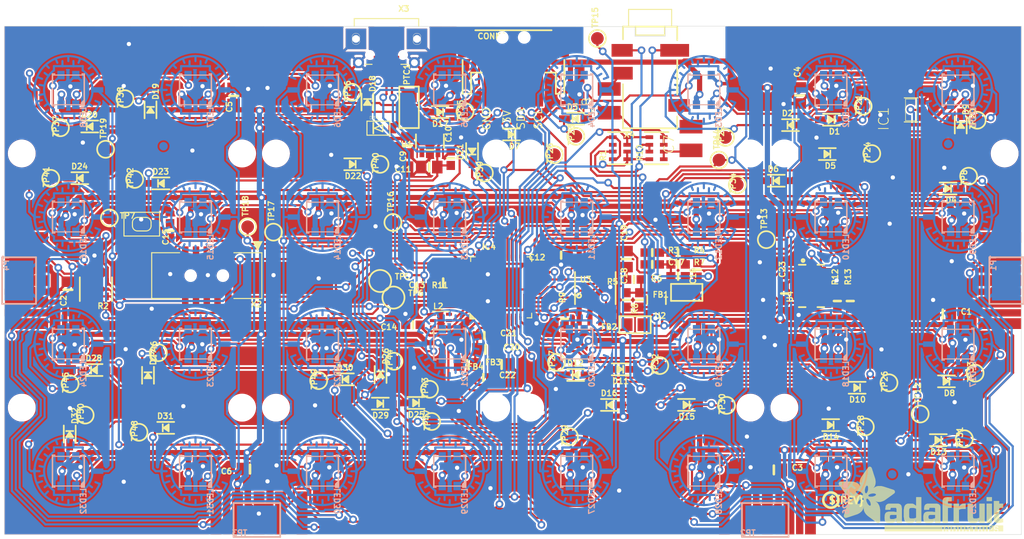
<source format=kicad_pcb>
(kicad_pcb (version 20221018) (generator pcbnew)
  (layers (0 "F.Cu" signal) (31 "B.Cu" signal) (34 "B.Paste" user) (35 "F.Paste" user) (36 "B.SilkS" user "B.Silkscreen") (37 "F.SilkS" user "F.Silkscreen") (38 "B.Mask" user) (39 "F.Mask" user) (44 "Edge.Cuts" user))
  (net 0 "")
  (net 1 "GND")
  (net 2 "INT")
  (net 3 "NEOPIXEL_5V")
  (net 4 "N$2")
  (net 5 "N$3")
  (net 6 "N$4")
  (net 7 "N$5")
  (net 8 "N$6")
  (net 9 "N$9")
  (net 10 "N$15")
  (net 11 "N$18")
  (net 12 "N$20")
  (net 13 "N$22")
  (net 14 "N$23")
  (net 15 "N$24")
  (net 16 "N$25")
  (net 17 "N$26")
  (net 18 "N$27")
  (net 19 "N$28")
  (net 20 "ROW1")
  (net 21 "ROW2")
  (net 22 "ROW3")
  (net 23 "ROW0")
  (net 24 "COL3")
  (net 25 "COL2")
  (net 26 "COL1")
  (net 27 "COL0")
  (net 28 "~{RESET}")
  (net 29 "3.3V")
  (net 30 "SWDIO")
  (net 31 "SWCLK")
  (net 32 "N$11")
  (net 33 "N$12")
  (net 34 "N$13")
  (net 35 "N$14")
  (net 36 "N$16")
  (net 37 "N$17")
  (net 38 "N$19")
  (net 39 "N$21")
  (net 40 "N$29")
  (net 41 "N$30")
  (net 42 "N$31")
  (net 43 "N$32")
  (net 44 "N$33")
  (net 45 "N$34")
  (net 46 "N$35")
  (net 47 "SDA")
  (net 48 "SCL")
  (net 49 "N$7")
  (net 50 "N$8")
  (net 51 "N$10")
  (net 52 "N$36")
  (net 53 "N$37")
  (net 54 "N$38")
  (net 55 "N$39")
  (net 56 "N$40")
  (net 57 "N$41")
  (net 58 "N$42")
  (net 59 "N$43")
  (net 60 "N$44")
  (net 61 "N$45")
  (net 62 "N$46")
  (net 63 "N$47")
  (net 64 "N$48")
  (net 65 "N$49")
  (net 66 "N$50")
  (net 67 "N$51")
  (net 68 "N$52")
  (net 69 "N$53")
  (net 70 "N$54")
  (net 71 "N$55")
  (net 72 "N$56")
  (net 73 "N$57")
  (net 74 "N$58")
  (net 75 "N$59")
  (net 76 "N$60")
  (net 77 "N$61")
  (net 78 "N$62")
  (net 79 "N$63")
  (net 80 "COL4")
  (net 81 "COL5")
  (net 82 "COL6")
  (net 83 "COL7")
  (net 84 "N$64")
  (net 85 "A1")
  (net 86 "VBUS")
  (net 87 "A0")
  (net 88 "D+")
  (net 89 "D-")
  (net 90 "NEOPIXEL_3V")
  (net 91 "VSW")
  (net 92 "DOTSTAR_DATA")
  (net 93 "DOTSTAR_CLK")
  (net 94 "VDDCORE")
  (net 95 "QSPI_DATA[0]")
  (net 96 "QSPI_DATA[1]")
  (net 97 "QSPI_SCK")
  (net 98 "QSPI_CS")
  (net 99 "QSPI_DATA[2]")
  (net 100 "QSPI_DATA[3]")
  (net 101 "VDD")
  (net 102 "N$66")
  (net 103 "MIC_IN")
  (net 104 "RIGHT")
  (net 105 "LEFT")
  (net 106 "N$65")
  (net 107 "N$67")
  (net 108 "AVCC")
  (net 109 "AGND")
  (net 110 "MIC_OUT")
  (net 111 "N$68")
  (net 112 "N$69")
  (net 113 "N$1")
  (net 114 "N$70")
  (net 115 "SDA1")
  (net 116 "SCL1")
  (net 117 "AVDD")
  (net 118 "VSS")
  (footprint "working:SOD-323" (layer "F.Cu") (at 179.5776 93.2491)
    (fp_text reference "D6")
    (fp_text value "1N4148")
  )
  (footprint "working:5P_EDGECONNECT" (layer "F.Cu") (at 178.5366 132.4636 180)
    (fp_text reference "JP4" hide)
    (fp_text value "" hide)
  )
  (footprint "" (layer "F.Cu") (at 150.5366 90.0316)
    (fp_text reference "@HOLE3" hide)
    (fp_text value "")
  )
  (footprint "working:SOD-323" (layer "F.Cu") (at 186.0036 122.0906 180)
    (fp_text reference "D14")
    (fp_text value "1N4148")
  )
  (footprint "working:0805-NO" (layer "F.Cu") (at 138.624 91.6354 180)
    (fp_text reference "C11")
    (fp_text value "10µF")
  )
  (footprint "working:0805-NO" (layer "F.Cu") (at 143.1036 114.9376)
    (fp_text reference "FB3")
    (fp_text value "FERRITE")
  )
  (footprint "" (layer "F.Cu") (at 206.5366 90.0316)
    (fp_text reference "@HOLE0" hide)
    (fp_text value "")
  )
  (footprint "working:0603-NO" (layer "F.Cu") (at 137.0584 105.8444)
    (fp_text reference "R11")
    (fp_text value "10K")
  )
  (footprint "working:0805-NO" (layer "F.Cu") (at 95.9866 106.1238 -90)
    (fp_text reference "C2")
    (fp_text value "10u")
  )
  (footprint "working:0805-NO" (layer "F.Cu") (at 136.057 89.0854 -90)
    (fp_text reference "C9")
    (fp_text value "10µF")
  )
  (footprint "working:SOD-323" (layer "F.Cu") (at 185.6076 90.1026 180)
    (fp_text reference "D5")
    (fp_text value "1N4148")
  )
  (footprint "working:TESTPOINT_ROUND_1.5MM" (layer "F.Cu") (at 153.6446 114.6836 -90)
    (fp_text reference "TP27")
    (fp_text value "")
  )
  (footprint "working:TESTPOINT_ROUND_1.5MM" (layer "F.Cu") (at 134.4676 114.5566 -90)
    (fp_text reference "TP44")
    (fp_text value "")
  )
  (footprint "working:SOD-323" (layer "F.Cu") (at 186.0986 86.0516 180)
    (fp_text reference "D1")
    (fp_text value "1N4148")
  )
  (footprint "working:0603-NO" (layer "F.Cu") (at 167.9956 103.1266)
    (fp_text reference "R7")
    (fp_text value "1M")
  )
  (footprint "working:2X05_1.27MM_BOX_POSTS" (layer "F.Cu") (at 112.3696 104.4474 180)
    (fp_text reference "X2")
    (fp_text value "2x5 0.05\" SWD")
  )
  (footprint "working:TESTPOINT_ROUND_1.5MM" (layer "F.Cu") (at 103.8606 93.0936 -90)
    (fp_text reference "TP42")
    (fp_text value "")
  )
  (footprint "working:0603-NO" (layer "F.Cu") (at 167.9956 101.7296)
    (fp_text reference "R4")
    (fp_text value "1K")
  )
  (footprint "working:0805-NO" (layer "F.Cu") (at 199.2376 108.9686)
    (fp_text reference "C1")
    (fp_text value "10u")
  )
  (footprint "working:5P_EDGECONNECT" (layer "F.Cu") (at 118.5366 132.4636)
    (fp_text reference "JP3" hide)
    (fp_text value "" hide)
  )
  (footprint "working:0603-NO" (layer "F.Cu") (at 154.1907 102.0344 180)
    (fp_text reference "C12")
    (fp_text value "1uF")
  )
  (footprint "working:SOD-323" (layer "F.Cu") (at 161.1706 115.5106 180)
    (fp_text reference "D11")
    (fp_text value "1N4148")
  )
  (footprint "" (layer "F.Cu") (at 90.5366 120.0316)
    (fp_text reference "@HOLE16" hide)
    (fp_text value "")
  )
  (footprint "working:SOD-323" (layer "F.Cu") (at 159.8876 119.7096)
    (fp_text reference "D16")
    (fp_text value "1N4148")
  )
  (footprint "working:0805-NO" (layer "F.Cu") (at 117.475 127.282 180)
    (fp_text reference "C6")
    (fp_text value "10u")
  )
  (footprint "working:TESTPOINT_ROUND_1.5MM" (layer "F.Cu") (at 120.2436 99.3166 90)
    (fp_text reference "TP17")
    (fp_text value "")
  )
  (footprint "" (layer "F.Cu") (at 176.5366 120.0316)
    (fp_text reference "@HOLE6" hide)
    (fp_text value "")
  )
  (footprint "working:TESTPOINT_ROUND_1.5MM" (layer "F.Cu") (at 158.4706 76.4566 90)
    (fp_text reference "TP15")
    (fp_text value "")
  )
  (footprint "working:0603-NO" (layer "F.Cu") (at 145.0086 116.4616)
    (fp_text reference "C22")
    (fp_text value "1uF")
  )
  (footprint "working:TESTPOINT_ROUND_1.5MM" (layer "F.Cu") (at 100.4316 89.5376 90)
    (fp_text reference "TP19")
    (fp_text value "")
  )
  (footprint "working:TESTPOINT_ROUND_1.5MM" (layer "F.Cu") (at 203.3016 86.1086 -90)
    (fp_text reference "TP20")
    (fp_text value "")
  )
  (footprint "working:TESTPOINT_ROUND_1.5MM" (layer "F.Cu") (at 129.5146 82.8066 -90)
    (fp_text reference "TP36")
    (fp_text value "")
  )
  (footprint "working:TESTPOINT_ROUND_1.5MM" (layer "F.Cu") (at 178.4096 100.2056 90)
    (fp_text reference "TP13")
    (fp_text value "")
  )
  (footprint "working:0603-NO" (layer "F.Cu") (at 145.1356 111.5086)
    (fp_text reference "C21")
    (fp_text value "1uF")
  )
  (footprint "working:KMR2" (layer "F.Cu") (at 104.6988 98.3768 180)
    (fp_text reference "SW1" hide)
    (fp_text value "SPST_TACT-KMR2" hide)
  )
  (footprint "working:TESTPOINT_ROUND_1.5MM" (layer "F.Cu") (at 95.0976 86.9976 -90)
    (fp_text reference "TP37")
    (fp_text value "")
  )
  (footprint "working:0603-NO" (layer "F.Cu") (at 161.8996 107.3176 90)
    (fp_text reference "C18")
    (fp_text value "100pF")
  )
  (footprint "working:SOD-323" (layer "F.Cu") (at 181.2616 86.6866)
    (fp_text reference "D2")
    (fp_text value "1N4148")
  )
  (footprint "working:PCBFEAT-REV-040" (layer "F.Cu") (at 186.0296 130.9396)
    (fp_text reference "U$78" hide)
    (fp_text value "" hide)
  )
  (footprint "working:SOD-323" (layer "F.Cu") (at 189.1266 117.6826 180)
    (fp_text reference "D10")
    (fp_text value "1N4148")
  )
  (footprint "working:TRELLISLOGO" (layer "F.Cu") (at 127.7366 135.0036)
    (fp_text reference "U$48" hide)
    (fp_text value "" hide)
  )
  (footprint "working:0805-NO" (layer "F.Cu") (at 145.2626 113.1596)
    (fp_text reference "C20")
    (fp_text value "10uF")
  )
  (footprint "working:ADAFRUIT_TEXT_20MM" (layer "F.Cu") (at 186.7916 134.6226)
    (fp_text reference "U$3" hide)
    (fp_text value "" hide)
  )
  (footprint "working:TESTPOINT_ROUND_2MM" (layer "F.Cu") (at 134.4034 107.038)
    (fp_text reference "TP6")
    (fp_text value "")
  )
  (footprint "working:TESTPOINT_ROUND_1.5MM" (layer "F.Cu") (at 125.5776 116.8426 -90)
    (fp_text reference "TP49")
    (fp_text value "")
  )
  (footprint "working:TESTPOINT_ROUND_1.5MM" (layer "F.Cu") (at 104.3686 122.9386 -90)
    (fp_text reference "TP48")
    (fp_text value "")
  )
  (footprint "working:TESTPOINT_ROUND_1.5MM" (layer "F.Cu") (at 100.8792 97.6434)
    (fp_text reference "TP7")
    (fp_text value "")
  )
  (footprint "" (layer "F.Cu") (at 116.5366 120.0316)
    (fp_text reference "@HOLE15" hide)
    (fp_text value "")
  )
  (footprint "working:SOD-323" (layer "F.Cu") (at 105.7286 84.8836 -90)
    (fp_text reference "D19")
    (fp_text value "1N4148")
  )
  (footprint "working:SOD-323" (layer "F.Cu") (at 132.8856 116.1146 -90)
    (fp_text reference "D26")
    (fp_text value "1N4148")
  )
  (footprint "working:TESTPOINT_ROUND_1.5MM" (layer "F.Cu") (at 173.5836 88.1406 -90)
    (fp_text reference "TP22")
    (fp_text value "")
  )
  (footprint "working:SOD-323" (layer "F.Cu") (at 137.0666 119.4736 180)
    (fp_text reference "D25")
    (fp_text value "1N4148")
  )
  (footprint "working:4UCONN_20329_NARROW" (layer "F.Cu") (at 133.5786 78.4124 180)
    (fp_text reference "X3")
    (fp_text value "microUSB")
    (fp_line (start -4.05 2.15) (end -4.05 1.6) (stroke (width 0.05)) (layer "Edge.Cuts"))
    (fp_line (start -3.7 1.25) (end -3.5 1.25) (stroke (width 0.05)) (layer "Edge.Cuts"))
    (fp_line (start -3.5 2.55) (end -3.7 2.55) (stroke (width 0.05)) (layer "Edge.Cuts"))
    (fp_line (start -3.15 1.6) (end -3.15 2.15) (stroke (width 0.05)) (layer "Edge.Cuts"))
    (fp_line (start 3.15 2.2) (end 3.15 1.6) (stroke (width 0.05)) (layer "Edge.Cuts"))
    (fp_line (start 4.05 1.6) (end 4.05 2.2) (stroke (width 0.05)) (layer "Edge.Cuts"))
    (fp_arc (start -4.05 1.6) (mid -3.947487 1.352513) (end -3.7 1.25) (stroke (width 0.05)) (layer "Edge.Cuts"))
    (fp_arc (start -3.7 2.55) (mid -3.957843 2.422487) (end -4.05 2.15) (stroke (width 0.05)) (layer "Edge.Cuts"))
    (fp_arc (start -3.5 1.25) (mid -3.252513 1.352513) (end -3.15 1.6) (stroke (width 0.05)) (layer "Edge.Cuts"))
    (fp_arc (start -3.15 2.15) (mid -3.242157 2.422487) (end -3.5 2.55) (stroke (width 0.05)) (layer "Edge.Cuts"))
    (fp_arc (start 3.15 1.6) (mid 3.302513 1.331802) (end 3.6 1.25) (stroke (width 0.05)) (layer "Edge.Cuts"))
    (fp_arc (start 3.6 1.25) (mid 3.897487 1.331802) (end 4.05 1.6) (stroke (width 0.05)) (layer "Edge.Cuts"))
    (fp_arc (start 3.6 2.55) (mid 3.302513 2.468198) (end 3.15 2.2) (stroke (width 0.05)) (layer "Edge.Cuts"))
    (fp_arc (start 4.05 2.2) (mid 3.897487 2.468198) (end 3.6 2.55) (stroke (width 0.05)) (layer "Edge.Cuts"))
  )
  (footprint "working:TESTPOINT_ROUND_1.5MM" (layer "F.Cu") (at 98.0186 120.9066 -90)
    (fp_text reference "TP50")
    (fp_text value "")
  )
  (footprint "working:TESTPOINT_ROUND_1.5MM" (layer "F.Cu") (at 138.6586 117.8586 -90)
    (fp_text reference "TP43")
    (fp_text value "")
  )
  (footprint "working:SOT23-5" (layer "F.Cu") (at 138.7094 88.5724 180)
    (fp_text reference "U1")
    (fp_text value "AP2112K-3.3")
  )
  (footprint "" (layer "F.Cu") (at 149.8366 76.3316)
    (fp_text reference "@HOLE8" hide)
    (fp_text value "")
  )
  (footprint "working:0805-NO" (layer "F.Cu") (at 161.8996 102.4916 90)
    (fp_text reference "C19")
    (fp_text value "10uF")
  )
  (footprint "working:RESPACK_4X0603" (layer "F.Cu") (at 99.2886 106.0476 180)
    (fp_text reference "R2")
    (fp_text value "10K")
  )
  (footprint "working:TESTPOINT_ROUND_1.5MM" (layer "F.Cu") (at 196.5706 120.7796 90)
    (fp_text reference "TP12")
    (fp_text value "")
  )
  (footprint "working:SOD-323" (layer "F.Cu") (at 155.9056 116.1726)
    (fp_text reference "D12")
    (fp_text value "1N4148")
  )
  (footprint "working:TESTPOINT_ROUND_1.5MM" (layer "F.Cu") (at 190.0936 122.3036 -90)
    (fp_text reference "TP28")
    (fp_text value "")
  )
  (footprint "working:TESTPOINT_ROUND_2MM" (layer "F.Cu") (at 132.83 105.0802)
    (fp_text reference "TP5")
    (fp_text value "")
  )
  (footprint "working:SOD-323" (layer "F.Cu") (at 96.1956 123.1396 -90)
    (fp_text reference "D32")
    (fp_text value "1N4148")
  )
  (footprint "" (layer "F.Cu") (at 90.5366 90.0316)
    (fp_text reference "@HOLE12" hide)
    (fp_text value "")
  )
  (footprint "working:0603-NO" (layer "F.Cu") (at 164.9476 101.7296)
    (fp_text reference "R3")
    (fp_text value "1K")
  )
  (footprint "working:TESTPOINT_ROUND_1.5MM" (layer "F.Cu") (at 93.9546 92.9666 -90)
    (fp_text reference "TP41")
    (fp_text value "")
  )
  (footprint "working:TESTPOINT_ROUND_1.5MM" (layer "F.Cu") (at 134.3406 98.1736 90)
    (fp_text reference "TP16")
    (fp_text value "")
  )
  (footprint "working:LGA14" (layer "F.Cu") (at 183.7436 105.6666 90)
    (fp_text reference "U4")
    (fp_text value "")
  )
  (footprint "working:0603-NO" (layer "F.Cu") (at 108.0389 99.1642 -90)
    (fp_text reference "C15")
    (fp_text value "0.1uF")
  )
  (footprint "working:TESTPOINT_ROUND_1.5MM" (layer "F.Cu") (at 202.2856 92.7126 -90)
    (fp_text reference "TP8")
    (fp_text value "")
  )
  (footprint "working:SOD-323" (layer "F.Cu") (at 143.6816 89.8026 90)
    (fp_text reference "D21")
    (fp_text value "1N4148")
  )
  (footprint "working:0805-NO" (layer "F.Cu") (at 182.3466 83.1876 90)
    (fp_text reference "C4")
    (fp_text value "10u")
  )
  (footprint "working:TESTPOINT_ROUND_1.5MM" (layer "F.Cu") (at 142.8496 85.0926 -90)
    (fp_text reference "TP35")
    (fp_text value "")
  )
  (footprint "" (layer "F.Cu") (at 116.5366 90.0316)
    (fp_text reference "@HOLE11" hide)
    (fp_text value "")
  )
  (footprint "working:SOD-323" (layer "F.Cu") (at 131.3286 83.9556 -90)
    (fp_text reference "D18")
    (fp_text value "1N4148")
  )
  (footprint "working:TQFN48_7MM" (layer "F.Cu") (at 147.1168 105.8317)
    (fp_text reference "IC4")
    (fp_text value "ATSAMD51G_TQFN48")
  )
  (footprint "working:FIDUCIAL_1MM" (layer "F.Cu") (at 200.1266 121.6686)
    (fp_text reference "FID2" hide)
    (fp_text value "FIDUCIAL_1MM" hide)
  )
  (footprint "working:SOD-323" (layer "F.Cu") (at 99.0656 115.5906)
    (fp_text reference "D28")
    (fp_text value "1N4148")
  )
  (footprint "working:0603-NO" (layer "F.Cu") (at 170.2816 103.7616 -90)
    (fp_text reference "C16")
    (fp_text value "0.1µF")
  )
  (footprint "" (layer "F.Cu") (at 180.5366 120.0316)
    (fp_text reference "@HOLE5" hide)
    (fp_text value "")
  )
  (footprint "working:0603-NO" (layer "F.Cu") (at 164.9476 103.1266)
    (fp_text reference "C17")
    (fp_text value "0.01uF")
  )
  (footprint "working:TESTPOINT_ROUND_1.5MM" (layer "F.Cu") (at 138.9126 121.6686 -90)
    (fp_text reference "TP47")
    (fp_text value "")
  )
  (footprint "working:RESPACK_4X0603" (layer "F.Cu") (at 161.1376 89.4106 90)
    (fp_text reference "R1")
    (fp_text value "10K")
  )
  (footprint "working:JSTPH4" (layer "F.Cu") (at 148.5646 78.4886)
    (fp_text reference "CONN1")
    (fp_text value "STEMMA_I2C_RASMT")
  )
  (footprint "working:SOD-323" (layer "F.Cu") (at 107.5246 122.4156)
    (fp_text reference "D31")
    (fp_text value "1N4148")
  )
  (footprint "" (layer "F.Cu") (at 120.5366 120.0316)
    (fp_text reference "@HOLE14" hide)
    (fp_text value "")
  )
  (footprint "working:TESTPOINT_ROUND_1.5MM" (layer "F.Cu") (at 145.1356 92.3316 -90)
    (fp_text reference "TP39")
    (fp_text value "")
  )
  (footprint "working:TESTPOINT_ROUND_1.5MM" (layer "F.Cu") (at 189.8396 84.4576 -90)
    (fp_text reference "TP21")
    (fp_text value "")
  )
  (footprint "working:SOD-323" (layer "F.Cu") (at 128.7326 116.6926)
    (fp_text reference "D30")
    (fp_text value "1N4148")
  )
  (footprint "working:TESTPOINT_ROUND_1.5MM" (layer "F.Cu") (at 174.9806 93.7286 -90)
    (fp_text reference "TP34")
    (fp_text value "")
  )
  (footprint "working:TESTPOINT_ROUND_1.5MM" (layer "F.Cu") (at 132.8166 91.3156 -90)
    (fp_text reference "TP40")
    (fp_text value "")
  )
  (footprint "working:0805-NO" (layer "F.Cu") (at 140.2715 105.2983 180)
    (fp_text reference "C13")
    (fp_text value "10uF")
  )
  (footprint "working:0603-NO" (layer "F.Cu") (at 136.7028 110.252494 180)
    (fp_text reference "C14")
    (fp_text value "1uF")
  )
  (footprint "working:SOD-123FL" (layer "F.Cu") (at 132.6261 87.0484)
    (fp_text reference "D34")
    (fp_text value "MBR120")
  )
  (footprint "working:SOD-323" (layer "F.Cu") (at 97.3936 92.9476)
    (fp_text reference "D24")
    (fp_text value "1N4148")
  )
  (footprint "" (layer "F.Cu") (at 206.5366 120.0316)
    (fp_text reference "@HOLE4" hide)
    (fp_text value "")
  )
  (footprint "working:SOD-323" (layer "F.Cu") (at 201.3536 86.6746 -90)
    (fp_text reference "D9")
    (fp_text value "1N4148")
  )
  (footprint "working:SOT23-5" (layer "F.Cu") (at 195.4911 84.8894 90)
    (fp_text reference "IC1")
    (fp_text value "74HCT1G125DBV")
  )
  (footprint "working:TESTPOINT_ROUND_1.5MM" (layer "F.Cu") (at 106.6546 113.5406 -90)
    (fp_text reference "TP46")
    (fp_text value "")
  )
  (footprint "working:C1210" (layer "F.Cu") (at 169.5196 88.2676 90)
    (fp_text reference "C7")
    (fp_text value "100uF")
  )
  (footprint "working:0603-NO" (layer "F.Cu") (at 167.9956 104.5236 180)
    (fp_text reference "R6")
    (fp_text value "1M")
  )
  (footprint "working:SOD-323" (layer "F.Cu") (at 139.9076 85.1426 180)
    (fp_text reference "D17")
    (fp_text value "1N4148")
  )
  (footprint "working:0603-NO" (layer "F.Cu") (at 180.5686 106.5556 90)
    (fp_text reference "C23")
    (fp_text value "0.1uF")
  )
  (footprint "working:TESTPOINT_ROUND_1.5MM" (layer "F.Cu") (at 201.7776 123.7006 -90)
    (fp_text reference "TP31")
    (fp_text value "")
  )
  (footprint "working:0805" (layer "F.Cu") (at 162.9156 110.2386 180)
    (fp_text reference "FB2")
    (fp_text value "FERRITE")
  )
  (footprint "working:0805-NO" (layer "F.Cu") (at 147.1676 114.9376 180)
    (fp_text reference "FB4")
    (fp_text value "FERRITE")
  )
  (footprint "working:TESTPOINT_ROUND_1.5MM" (layer "F.Cu") (at 155.9306 88.0136 -90)
    (fp_text reference "TP23")
    (fp_text value "")
  )
  (footprint "" (layer "F.Cu") (at 176.5366 90.0316)
    (fp_text reference "@HOLE2" hide)
    (fp_text value "")
  )
  (footprint "working:SC70-5" (layer "F.Cu") (at 165.4556 107.3176 180)
    (fp_text reference "U2")
    (fp_text value "MAX4466EXK+T")
  )
  (footprint "working:SOD-323" (layer "F.Cu") (at 132.8516 119.5576 180)
    (fp_text reference "D29")
    (fp_text value "1N4148")
  )
  (footprint "working:0805" (layer "F.Cu") (at 169.0116 106.4286 180)
    (fp_text reference "FB1")
    (fp_text value "FERRITE")
  )
  (footprint "working:TESTPOINT_ROUND_1.5MM" (layer "F.Cu") (at 203.0476 115.9536 -90)
    (fp_text reference "TP33")
    (fp_text value "")
  )
  (footprint "working:0603-NO" (layer "F.Cu") (at 188.3156 107.4446 90)
    (fp_text reference "R13")
    (fp_text value "10K")
  )
  (footprint "working:SOD-323" (layer "F.Cu") (at 148.3346 87.7896 180)
    (fp_text reference "D7")
    (fp_text value "1N4148")
  )
  (footprint "" (layer "F.Cu") (at 147.2366 76.3316)
    (fp_text reference "@HOLE17" hide)
    (fp_text value "")
  )
  (footprint "" (layer "F.Cu") (at 180.5366 90.0316)
    (fp_text reference "@HOLE1" hide)
    (fp_text value "")
  )
  (footprint "working:SOD-323" (layer "F.Cu") (at 98.5566 86.8486)
    (fp_text reference "D20")
    (fp_text value "1N4148")
  )
  (footprint "working:4UCONN_18510" (layer "F.Cu") (at 164.6936 75.0596 -90)
    (fp_text reference "X4")
    (fp_text value "4UCONN_18510")
  )
  (footprint "working:TESTPOINT_ROUND_1.5MM" (layer "F.Cu") (at 172.8216 90.8076 90)
    (fp_text reference "TP14")
    (fp_text value "")
  )
  (footprint "working:0603-NO" (layer "F.Cu") (at 162.7886 104.9046 180)
    (fp_text reference "R5")
    (fp_text value "1K")
  )
  (footprint "working:C1210" (layer "F.Cu") (at 159.8676 83.8226 90)
    (fp_text reference "C8")
    (fp_text value "100uF")
  )
  (footprint "working:SOD-323" (layer "F.Cu") (at 199.6676 116.9266 180)
    (fp_text reference "D8")
    (fp_text value "1N4148")
  )
  (footprint "working:SOD-323" (layer "F.Cu") (at 155.8856 85.9306)
    (fp_text reference "D3")
    (fp_text value "1N4148")
  )
  (footprint "working:0603-NO" (layer "F.Cu") (at 141.1648 90.5915 90)
    (fp_text reference "C10")
    (fp_text value "1uF")
  )
  (footprint "working:SOIC8_208MIL" (layer "F.Cu") (at 158.2293 105.9206)
    (fp_text reference "U3")
    (fp_text value "GD25x16")
  )
  (footprint "working:SOD-323" (layer "F.Cu") (at 199.8616 94.1666 180)
    (fp_text reference "D4")
    (fp_text value "1N4148")
  )
  (footprint "working:0805-NO" (layer "F.Cu") (at 179.2986 127.3756)
    (fp_text reference "C3")
    (fp_text value "10u")
  )
  (footprint "working:1206" (layer "F.Cu") (at 136.2456 84.5846 90)
    (fp_text reference "PTC1")
    (fp_text value "500mA Fuse")
  )
  (footprint "working:TESTPOINT_ROUND_1.5MM" (layer "F.Cu") (at 173.7106 119.7636 -90)
    (fp_text reference "TP30")
    (fp_text value "")
  )
  (footprint "working:SOD-323" (layer "F.Cu") (at 129.5926 91.3056 180)
    (fp_text reference "D22")
    (fp_text value "1N4148")
  )
  (footprint "working:0603-NO" (layer "F.Cu") (at 186.7916 107.4446 90)
    (fp_text reference "R12")
    (fp_text value "10K")
  )
  (footprint "" (layer "F.Cu") (at 120.5366 90.0316)
    (fp_text reference "@HOLE10" hide)
    (fp_text value "")
  )
  (footprint "working:0603-NO" (layer "F.Cu") (at 154.5971 109.5528 90)
    (fp_text reference "R9")
    (fp_text value "10K")
  )
  (footprint "working:FIDUCIAL_1MM" (layer "F.Cu") (at 99.1776 117.5764)
    (fp_text reference "FID1" hide)
    (fp_text value "FIDUCIAL_1MM" hide)
  )
  (footprint "working:0603-NO" (layer "F.Cu") (at 163.4236 107.3176 -90)
    (fp_text reference "R8")
    (fp_text value "100K")
  )
  (footprint "working:0805-NO" (layer "F.Cu") (at 115.5446 83.2384 -90)
    (fp_text reference "C5")
    (fp_text value "10u")
  )
  (footprint "working:SOD-323" (layer "F.Cu") (at 198.7036 123.8626 180)
    (fp_text reference "D13")
    (fp_text value "1N4148")
  )
  (footprint "working:TESTPOINT_ROUND_1.5MM" (layer "F.Cu") (at 165.8366 115.0646 -90)
    (fp_text reference "TP32")
    (fp_text value "")
  )
  (footprint "working:TESTPOINT_ROUND_1.5MM" (layer "F.Cu") (at 102.7176 83.5686 -90)
    (fp_text reference "TP38")
    (fp_text value "")
  )
  (footprint "working:TESTPOINT_ROUND_1.5MM" (layer "F.Cu") (at 155.1686 123.4466 -90)
    (fp_text reference "TP29")
    (fp_text value "")
  )
  (footprint "working:SOD-323" (layer "F.Cu") (at 105.4346 116.2076 -90)
    (fp_text reference "D27")
    (fp_text value "1N4148")
  )
  (footprint "" (layer "F.Cu") (at 146.5366 90.0316)
    (fp_text reference "@HOLE9" hide)
    (fp_text value "")
  )
  (footprint "" (layer "F.Cu") (at 150.5366 120.0316)
    (fp_text reference "@HOLE7" hide)
    (fp_text value "")
  )
  (footprint "" (layer "F.Cu") (at 146.5366 120.0316)
    (fp_text reference "@HOLE13" hide)
    (fp_text value "")
  )
  (footprint "working:5P_EDGECONNECT" (layer "F.Cu") (at 91.1046 105.0316 90)
    (fp_text reference "JP1" hide)
    (fp_text value "" hide)
  )
  (footprint "working:TESTPOINT_ROUND_1.5MM" (layer "F.Cu") (at 153.3906 90.1726 -90)
    (fp_text reference "TP25")
    (fp_text value "")
  )
  (footprint "working:APA102_2020" (layer "F.Cu") (at 140.0048 109.756)
    (fp_text reference "L2")
    (fp_text value "AP102-2020")
  )
  (footprint "working:TESTPOINT_ROUND_1.5MM" (layer "F.Cu") (at 190.8556 90.0456 -90)
    (fp_text reference "TP24")
    (fp_text value "")
  )
  (footprint "working:5P_EDGECONNECT" (layer "F.Cu") (at 205.9686 105.0316 90)
    (fp_text reference "JP2" hide)
    (fp_text value "" hide)
  )
  (footprint "working:TESTPOINT_ROUND_1.5MM" (layer "F.Cu") (at 117.1956 98.6816 90)
    (fp_text reference "TP18")
    (fp_text value "")
  )
  (footprint "working:SOD-323" (layer "F.Cu") (at 106.9696 93.5626)
    (fp_text reference "D23")
    (fp_text value "1N4148")
  )
  (footprint "working:RESPACK_4X0603" (layer "F.Cu") (at 165.4556 89.4106 90)
    (fp_text reference "R10")
    (fp_text value "100")
  )
  (footprint "working:FIDUCIAL_1MM" (layer "F.Cu") (at 198.5336 89.9276)
    (fp_text reference "FID3" hide)
    (fp_text value "FIDUCIAL_1MM" hide)
  )
  (footprint "working:TESTPOINT_ROUND_1.5MM" (layer "F.Cu") (at 192.8876 117.0966 -90)
    (fp_text reference "TP26")
    (fp_text value "")
  )
  (footprint "working:TESTPOINT_ROUND_1.5MM" (layer "F.Cu") (at 96.2406 117.2236 -90)
    (fp_text reference "TP45")
    (fp_text value "")
  )
  (footprint "working:SOD-323" (layer "F.Cu") (at 168.9856 119.7066 180)
    (fp_text reference "D15")
    (fp_text value "1N4148")
  )
  (footprint "working:LED3535" (layer "B.Cu") (at 156.0366 82.5316 90)
    (fp_text reference "LED4")
    (fp_text value "WS2812B3535")
  )
  (footprint "working:ELAST_PAD_SQUARE_10MM_4X4WIDE" (layer "B.Cu") (at 156.0366 97.5316 180)
    (fp_text reference "U$11" hide)
    (fp_text value "ELAST_10X10" hide)
  )
  (footprint "working:ELAST_PAD_SQUARE_10MM_4X4WIDE" (layer "B.Cu") (at 171.0366 112.5316 180)
    (fp_text reference "U$25" hide)
    (fp_text value "ELAST_10X10" hide)
  )
  (footprint "working:ELAST_PAD_SQUARE_10MM_4X4WIDE" (layer "B.Cu") (at 201.0366 127.5316)
    (fp_text reference "U$26" hide)
    (fp_text value "ELAST_10X10" hide)
  )
  (footprint "working:ELAST_PAD_SQUARE_10MM_4X4WIDE" (layer "B.Cu") (at 186.0366 97.5316)
    (fp_text reference "U$9" hide)
    (fp_text value "ELAST_10X10" hide)
  )
  (footprint "working:ELAST_PAD_SQUARE_10MM_4X4WIDE" (layer "B.Cu") (at 96.0406 97.5346 180)
    (fp_text reference "U$39" hide)
    (fp_text value "ELAST_10X10" hide)
  )
  (footprint "working:LED3535" (layer "B.Cu") (at 111.0386 127.5376 90)
    (fp_text reference "LED31")
    (fp_text value "WS2812B3535")
  )
  (footprint "working:ELAST_PAD_SQUARE_10MM_4X4WIDE" (layer "B.Cu") (at 171.0366 127.5316 180)
    (fp_text reference "U$28" hide)
    (fp_text value "ELAST_10X10" hide)
  )
  (footprint "working:LED3535" (layer "B.Cu") (at 156.0376 112.5316 90)
    (fp_text reference "LED20")
    (fp_text value "WS2812B3535")
  )
  (footprint "working:LED3535" (layer "B.Cu") (at 111.0366 82.5316 90)
    (fp_text reference "LED7")
    (fp_text value "WS2812B3535")
  )
  (footprint "working:ELAST_PAD_SQUARE_10MM_4X4WIDE" (layer "B.Cu") (at 111.0386 127.5286 180)
    (fp_text reference "U$46" hide)
    (fp_text value "ELAST_10X10" hide)
  )
  (footprint "working:TESTPOINT_SMT" (layer "B.Cu") (at 206.7306 105.0316 90)
    (fp_text reference "TP1")
    (fp_text value "")
  )
  (footprint "working:LED3535" (layer "B.Cu") (at 186.0366 97.5316 90)
    (fp_text reference "LED10")
    (fp_text value "WS2812B3535")
  )
  (footprint "working:FIDUCIAL_1MM" (layer "B.Cu") (at 107.2642 89.182 180)
    (fp_text reference "FID6" hide)
    (fp_text value "FIDUCIAL_1MM" hide)
  )
  (footprint "working:LED3535" (layer "B.Cu") (at 126.0366 82.5316 90)
    (fp_text reference "LED6")
    (fp_text value "WS2812B3535")
  )
  (footprint "working:TESTPOINT_SMT" (layer "B.Cu") (at 118.2866 133.2911 180)
    (fp_text reference "TP3")
    (fp_text value "")
  )
  (footprint "working:ELAST_PAD_SQUARE_10MM_4X4WIDE" (layer "B.Cu") (at 126.0306 112.5316)
    (fp_text reference "U$41" hide)
    (fp_text value "ELAST_10X10" hide)
  )
  (footprint "working:LED3535" (layer "B.Cu") (at 96.0366 97.5316 90)
    (fp_text reference "LED16")
    (fp_text value "WS2812B3535")
  )
  (footprint "working:ELAST_PAD_SQUARE_10MM_4X4WIDE" (layer "B.Cu") (at 201.0366 82.5316)
    (fp_text reference "U$4" hide)
    (fp_text value "ELAST_10X10" hide)
  )
  (footprint "working:ELAST_PAD_SQUARE_10MM_4X4WIDE" (layer "B.Cu") (at 111.0426 97.5346 180)
    (fp_text reference "U$38" hide)
    (fp_text value "ELAST_10X10" hide)
  )
  (footprint "working:LED3535" (layer "B.Cu") (at 186.0366 82.5316 90)
    (fp_text reference "LED2")
    (fp_text value "WS2812B3535")
  )
  (footprint "working:LED3535" (layer "B.Cu") (at 111.0346 112.5316 90)
    (fp_text reference "LED23")
    (fp_text value "WS2812B3535")
  )
  (footprint "working:LED3535" (layer "B.Cu") (at 126.0366 97.5316 90)
    (fp_text reference "LED14")
    (fp_text value "WS2812B3535")
  )
  (footprint "working:ELAST_PAD_SQUARE_10MM_4X4WIDE" (layer "B.Cu") (at 141.0346 112.5286)
    (fp_text reference "U$40" hide)
    (fp_text value "ELAST_10X10" hide)
  )
  (footprint "working:LED3535" (layer "B.Cu") (at 156.0366 97.5316 90)
    (fp_text reference "LED11")
    (fp_text value "WS2812B3535")
  )
  (footprint "working:ELAST_PAD_SQUARE_10MM_4X4WIDE" (layer "B.Cu") (at 201.0366 97.5316)
    (fp_text reference "U$8" hide)
    (fp_text value "ELAST_10X10" hide)
  )
  (footprint "working:TESTPOINT_SMT" (layer "B.Cu") (at 178.2826 133.2891 180)
    (fp_text reference "TP2")
    (fp_text value "")
  )
  (footprint "working:LED3535" (layer "B.Cu") (at 171.0316 127.5376 90)
    (fp_text reference "LED28")
    (fp_text value "WS2812B3535")
  )
  (footprint "working:ELAST_PAD_SQUARE_10MM_4X4WIDE" (layer "B.Cu") (at 96.0326 127.5256 180)
    (fp_text reference "U$47" hide)
    (fp_text value "ELAST_10X10" hide)
  )
  (footprint "working:ELAST_PAD_SQUARE_10MM_4X4WIDE" (layer "B.Cu") (at 156.0366 127.5316 180)
    (fp_text reference "U$29" hide)
    (fp_text value "ELAST_10X10" hide)
  )
  (footprint "working:ELAST_PAD_SQUARE_10MM_4X4WIDE" (layer "B.Cu") (at 96.0326 82.5276 180)
    (fp_text reference "U$35" hide)
    (fp_text value "ELAST_10X10" hide)
  )
  (footprint "working:ELAST_PAD_SQUARE_10MM_4X4WIDE" (layer "B.Cu") (at 126.0326 127.5346)
    (fp_text reference "U$45" hide)
    (fp_text value "ELAST_10X10" hide)
  )
  (footprint "working:ELAST_PAD_SQUARE_10MM_4X4WIDE" (layer "B.Cu") (at 186.0366 127.5316)
    (fp_text reference "U$27" hide)
    (fp_text value "ELAST_10X10" hide)
  )
  (footprint "working:LED3535" (layer "B.Cu") (at 111.0366 97.5316 90)
    (fp_text reference "LED15")
    (fp_text value "WS2812B3535")
  )
  (footprint "working:LED3535" (layer "B.Cu") (at 141.0366 97.5316 90)
    (fp_text reference "LED13")
    (fp_text value "WS2812B3535")
  )
  (footprint "working:ELAST_PAD_SQUARE_10MM_4X4WIDE" (layer "B.Cu") (at 126.0326 82.5326)
    (fp_text reference "U$33" hide)
    (fp_text value "ELAST_10X10" hide)
  )
  (footprint "working:LED3535" (layer "B.Cu") (at 171.0366 82.5316 90)
    (fp_text reference "LED3")
    (fp_text value "WS2812B3535")
  )
  (footprint "working:LED3535" (layer "B.Cu") (at 126.0276 112.5376 90)
    (fp_text reference "LED22")
    (fp_text value "WS2812B3535")
  )
  (footprint "working:LED3535" (layer "B.Cu") (at 141.0376 112.5296 90)
    (fp_text reference "LED21")
    (fp_text value "WS2812B3535")
  )
  (footprint "working:ELAST_PAD_SQUARE_10MM_4X4WIDE" (layer "B.Cu") (at 186.0366 82.5316)
    (fp_text reference "U$5" hide)
    (fp_text value "ELAST_10X10" hide)
  )
  (footprint "working:ELAST_PAD_SQUARE_10MM_4X4WIDE" (layer "B.Cu") (at 156.0366 112.5316 180)
    (fp_text reference "U$24" hide)
    (fp_text value "ELAST_10X10" hide)
  )
  (footprint "working:ELAST_PAD_SQUARE_10MM_4X4WIDE" (layer "B.Cu") (at 171.0366 82.5316 180)
    (fp_text reference "U$6" hide)
    (fp_text value "ELAST_10X10" hide)
  )
  (footprint "working:ELAST_PAD_SQUARE_10MM_4X4WIDE" (layer "B.Cu") (at 186.0366 112.5316)
    (fp_text reference "U$23" hide)
    (fp_text value "ELAST_10X10" hide)
  )
  (footprint "working:ELAST_PAD_SQUARE_10MM_4X4WIDE" (layer "B.Cu") (at 111.0386 112.5316 180)
    (fp_text reference "U$43" hide)
    (fp_text value "ELAST_10X10" hide)
  )
  (footprint "working:FIDUCIAL_1MM" (layer "B.Cu") (at 199.8726 88.9026 180)
    (fp_text reference "FID4" hide)
    (fp_text value "FIDUCIAL_1MM" hide)
  )
  (footprint "working:LED3535" (layer "B.Cu") (at 186.0306 112.5196 90)
    (fp_text reference "LED18")
    (fp_text value "WS2812B3535")
  )
  (footprint "working:LED3535" (layer "B.Cu") (at 201.0366 97.5316 90)
    (fp_text reference "LED9")
    (fp_text value "WS2812B3535")
  )
  (footprint "working:LED3535" (layer "B.Cu") (at 201.0366 82.5316 90)
    (fp_text reference "LED1")
    (fp_text value "WS2812B3535")
  )
  (footprint "working:LED3535" (layer "B.Cu") (at 156.0316 127.5296 90)
    (fp_text reference "LED27")
    (fp_text value "WS2812B3535")
  )
  (footprint "working:LED3535" (layer "B.Cu") (at 126.0286 127.5296 90)
    (fp_text reference "LED30")
    (fp_text value "WS2812B3535")
  )
  (footprint "working:ELAST_PAD_SQUARE_10MM_4X4WIDE" (layer "B.Cu") (at 171.0366 97.5316 180)
    (fp_text reference "U$10" hide)
    (fp_text value "ELAST_10X10" hide)
  )
  (footprint "working:LED3535" (layer "B.Cu") (at 201.0346 127.5276 90)
    (fp_text reference "LED25")
    (fp_text value "WS2812B3535")
  )
  (footprint "working:LED3535" (layer "B.Cu") (at 96.0346 112.5296 90)
    (fp_text reference "LED24")
    (fp_text value "WS2812B3535")
  )
  (footprint "working:ELAST_PAD_SQUARE_10MM_4X4WIDE" (layer "B.Cu") (at 141.0306 82.5326)
    (fp_text reference "U$19" hide)
    (fp_text value "ELAST_10X10" hide)
  )
  (footprint "working:ELAST_PAD_SQUARE_10MM_4X4WIDE" (layer "B.Cu") (at 141.0326 97.5356)
    (fp_text reference "U$36" hide)
    (fp_text value "ELAST_10X10" hide)
  )
  (footprint "working:ELAST_PAD_SQUARE_10MM_4X4WIDE" (layer "B.Cu") (at 141.0406 127.5346)
    (fp_text reference "U$44" hide)
    (fp_text value "ELAST_10X10" hide)
  )
  (footprint "working:LED3535" (layer "B.Cu") (at 201.0306 112.5316 90)
    (fp_text reference "LED17")
    (fp_text value "WS2812B3535")
  )
  (footprint "working:LED3535" (layer "B.Cu") (at 96.0356 127.5216 90)
    (fp_text reference "LED32")
    (fp_text value "WS2812B3535")
  )
  (footprint "working:ELAST_PAD_SQUARE_10MM_4X4WIDE" (layer "B.Cu") (at 201.0366 112.5316)
    (fp_text reference "U$12" hide)
    (fp_text value "ELAST_10X10" hide)
  )
  (footprint "working:TESTPOINT_SMT" (layer "B.Cu") (at 90.2156 105.0316 90)
    (fp_text reference "TP4")
    (fp_text value "")
  )
  (footprint "working:ELAST_PAD_SQUARE_10MM_4X4WIDE" (layer "B.Cu") (at 156.0366 82.5316 180)
    (fp_text reference "U$7" hide)
    (fp_text value "ELAST_10X10" hide)
  )
  (footprint "working:LED3535" (layer "B.Cu") (at 186.0416 127.5316 90)
    (fp_text reference "LED26")
    (fp_text value "WS2812B3535")
  )
  (footprint "working:LED3535" (layer "B.Cu") (at 96.0366 82.5316 90)
    (fp_text reference "LED8")
    (fp_text value "WS2812B3535")
  )
  (footprint "working:ELAST_PAD_SQUARE_10MM_4X4WIDE" (layer "B.Cu") (at 126.0346 97.5356)
    (fp_text reference "U$37" hide)
    (fp_text value "ELAST_10X10" hide)
  )
  (footprint "working:LED3535" (layer "B.Cu") (at 141.0366 82.5316 90)
    (fp_text reference "LED5")
    (fp_text value "WS2812B3535")
  )
  (footprint "working:ELAST_PAD_SQUARE_10MM_4X4WIDE" (layer "B.Cu") (at 96.0406 112.5316 180)
    (fp_text reference "U$42" hide)
    (fp_text value "ELAST_10X10" hide)
  )
  (footprint "working:LED3535" (layer "B.Cu") (at 141.0386 127.5316 90)
    (fp_text reference "LED29")
    (fp_text value "WS2812B3535")
  )
  (footprint "working:FIDUCIAL_1MM" (layer "B.Cu") (at 193.2686 127.8916 180)
    (fp_text reference "FID5" hide)
    (fp_text value "FIDUCIAL_1MM" hide)
  )
  (footprint "working:LED3535" (layer "B.Cu") (at 171.0366 97.5316 90)
    (fp_text reference "LED12")
    (fp_text value "WS2812B3535")
  )
  (footprint "working:ELAST_PAD_SQUARE_10MM_4X4WIDE" (layer "B.Cu") (at 111.0386 82.5306 180)
    (fp_text reference "U$34" hide)
    (fp_text value "ELAST_10X10" hide)
  )
  (footprint "working:LED3535" (layer "B.Cu") (at 171.0406 112.5276 90)
    (fp_text reference "LED19")
    (fp_text value "WS2812B3535")
  )
  (gr_line (start 166.4716 75.0036) (end 208.5086 75.0036) (stroke (width 0.05)) (layer "Edge.Cuts"))
  (gr_line (start 162.9156 76.2026) (end 166.4716 76.2026) (stroke (width 0.05)) (layer "Edge.Cuts"))
  (gr_line (start 162.9156 75.0596) (end 162.9156 76.2026) (stroke (width 0.05)) (layer "Edge.Cuts"))
  (gr_line (start 208.5086 135.0036) (end 88.4936 135.0036) (stroke (width 0.05)) (layer "Edge.Cuts"))
  (gr_line (start 166.4716 76.2026) (end 166.4716 75.0036) (stroke (width 0.05)) (layer "Edge.Cuts"))
  (gr_line (start 88.4936 135.0036) (end 88.4936 75.0036) (stroke (width 0.05)) (layer "Edge.Cuts"))
  (gr_line (start 208.5086 75.0036) (end 208.5086 135.0036) (stroke (width 0.05)) (layer "Edge.Cuts"))
  (gr_line (start 88.4936 75.0036) (end 162.9156 75.0596) (stroke (width 0.05)) (layer "Edge.Cuts"))
  (gr_text "GND" (at 145.3896 87.3786 90) (layer "F.SilkS") (effects (font (size 0.89408 0.89408) (thickness 0.12192)) (justify left)))
  (gr_text "SDA" (at 149.4536 87.2516 90) (layer "F.SilkS") (effects (font (size 0.89408 0.89408) (thickness 0.12192)) (justify left)))
  (gr_text "SCL" (at 151.4856 87.2516 90) (layer "F.SilkS") (effects (font (size 0.89408 0.89408) (thickness 0.12192)) (justify left)))
  (gr_text "3V" (at 147.8026 86.6166 90) (layer "F.SilkS") (effects (font (size 0.89408 0.89408) (thickness 0.12192)) (justify left)))
  (segment (start 147.1168 105.8317) (end 146.8668 105.5817) (width 0.254) (layer "F.Cu") (net 1))
  (segment (start 145.5646 82.1886) (end 145.5646 82.2506) (width 0.254) (layer "F.Cu") (net 1))
  (segment (start 184.160575 104.4666) (end 184.8436 104.4666) (width 0.254) (layer "F.Cu") (net 1))
  (segment (start 142.9345 105.5817) (end 141.9606 106.5556) (width 0.254) (layer "F.Cu") (net 1))
  (segment (start 147.5486 106.0817) (end 147.3668 106.0817) (width 0.254) (layer "F.Cu") (net 1))
  (segment (start 150.5918 106.0817) (end 147.5486 106.0817) (width 0.254) (layer "F.Cu") (net 1))
  (segment (start 144.8668 103.3999) (end 147.5486 106.0817) (width 0.254) (layer "F.Cu") (net 1))
  (segment (start 175.2346 81.7906) (end 177.5816 84.1376) (width 0.4064) (layer "F.Cu") (net 1))
  (segment (start 147.1168 105.8317) (end 145.5468 107.4017) (width 0.254) (layer "F.Cu") (net 1))
  (segment (start 119.5372 131.138) (end 119.5372 128.7266) (width 0.254) (layer "F.Cu") (net 1))
  (segment (start 139.3215 105.3135) (end 139.3215 105.2983) (width 0.254) (layer "F.Cu") (net 1))
  (segment (start 143.6418 105.5817) (end 146.8668 105.5817) (width 0.254) (layer "F.Cu") (net 1))
  (segment (start 140.5636 106.5556) (end 139.3215 105.3135) (width 0.254) (layer "F.Cu") (net 1))
  (segment (start 197.8406 85.2196) (end 197.8406 83.9496) (width 0.4064) (layer "F.Cu") (net 1))
  (segment (start 177.5816 84.1376) (end 182.3466 84.1376) (width 0.4064) (layer "F.Cu") (net 1))
  (segment (start 197.8406 83.9496) (end 197.8304 83.9394) (width 0.4064) (layer "F.Cu") (net 1))
  (segment (start 147.0406 104.3966) (end 147.1168 104.4728) (width 0.254) (layer "F.Cu") (net 1))
  (segment (start 197.8304 83.9394) (end 196.7811 83.9394) (width 0.4064) (layer "F.Cu") (net 1))
  (segment (start 137.674 91.6354) (end 138.6586 90.6508) (width 0.254) (layer "F.Cu") (net 1))
  (segment (start 141.9606 106.5556) (end 140.5636 106.5556) (width 0.254) (layer "F.Cu") (net 1))
  (segment (start 147.3668 106.0817) (end 147.1168 105.8317) (width 0.254) (layer "F.Cu") (net 1))
  (segment (start 138.6586 87.3231) (end 138.7094 87.2723) (width 0.254) (layer "F.Cu") (net 1))
  (segment (start 143.6418 105.5817) (end 142.9345 105.5817) (width 0.254) (layer "F.Cu") (net 1))
  (segment (start 196.7811 85.8394) (end 197.4748 85.8394) (width 0.4064) (layer "F.Cu") (net 1))
  (segment (start 184.130375 104.4968) (end 184.160575 104.4666) (width 0.254) (layer "F.Cu") (net 1))
  (segment (start 145.5468 107.4017) (end 145.5468 107.4668) (width 0.254) (layer "F.Cu") (net 1))
  (segment (start 144.8668 102.3567) (end 144.8668 103.3999) (width 0.254) (layer "F.Cu") (net 1))
  (segment (start 118.5366 132.1386) (end 119.5372 131.138) (width 0.254) (layer "F.Cu") (net 1))
  (segment (start 172.8216 81.7906) (end 175.2346 81.7906) (width 0.4064) (layer "F.Cu") (net 1))
  (segment (start 145.5646 82.2506) (end 144.3736 83.4416) (width 0.254) (layer "F.Cu") (net 1))
  (segment (start 144.8668 103.3999) (end 144.8668 103.6118) (width 0.254) (layer "F.Cu") (net 1))
  (segment (start 182.6436 104.4666) (end 183.326625 104.4666) (width 0.254) (layer "F.Cu") (net 1))
  (segment (start 197.4748 85.8394) (end 197.9676 85.3466) (width 0.4064) (layer "F.Cu") (net 1))
  (segment (start 145.105025 103.0619) (end 145.572 103.0619) (width 0.254) (layer "F.Cu") (net 1))
  (segment (start 144.8668 103.6118) (end 145.5468 104.2918) (width 0.254) (layer "F.Cu") (net 1))
  (segment (start 138.6586 90.6508) (end 138.6586 87.3231) (width 0.254) (layer "F.Cu") (net 1))
  (segment (start 118.5366 132.4636) (end 118.5366 132.1386) (width 0.254) (layer "F.Cu") (net 1))
  (segment (start 183.326625 104.4666) (end 183.356825 104.4968) (width 0.254) (layer "F.Cu") (net 1))
  (segment (start 197.9676 85.3466) (end 197.8406 85.2196) (width 0.4064) (layer "F.Cu") (net 1))
  (segment (start 183.356825 104.4968) (end 184.130375 104.4968) (width 0.254) (layer "F.Cu") (net 1))
  (via (at 108.0564 104.2664) (size 0.9064) (drill 0.5) (layers "F.Cu" "B.Cu") (net 1))
  (via (at 104.6274 97.8148) (size 0.9064) (drill 0.5) (layers "F.Cu" "B.Cu") (net 1))
  (via (at 96.7788 112.5722) (size 0.9064) (drill 0.5) (layers "F.Cu" "B.Cu") (net 1))
  (via (at 202.7936 82.0446) (size 0.9064) (drill 0.5) (layers "F.Cu" "B.Cu") (net 1))
  (via (at 120.2484 104.3934) (size 0.9064) (drill 0.5) (layers "F.Cu" "B.Cu") (net 1))
  (via (at 133.7866 116.0774) (size 0.9064) (drill 0.5) (layers "F.Cu" "B.Cu") (net 1))
  (via (at 187.8346 111.9896) (size 0.9064) (drill 0.5) (layers "F.Cu" "B.Cu") (net 1))
  (via (at 117.2512 82.4224) (size 0.9064) (drill 0.5) (layers "F.Cu" "B.Cu") (net 1))
  (via (at 103.1796 77.1138) (size 0.9064) (drill 0.5) (layers "F.Cu" "B.Cu") (net 1))
  (via (at 135.8186 108.9654) (size 0.9064) (drill 0.5) (layers "F.Cu" "B.Cu") (net 1))
  (via (at 125.1506 119.7604) (size 0.9064) (drill 0.5) (layers "F.Cu" "B.Cu") (net 1))
  (via (at 176.119 123.4466) (size 0.9064) (drill 0.5) (layers "F.Cu" "B.Cu") (net 1))
  (via (at 111.9172 126.9486) (size 0.9064) (drill 0.5) (layers "F.Cu" "B.Cu") (net 1))
  (via (at 186.76 127.0596) (size 0.9064) (drill 0.5) (layers "F.Cu" "B.Cu") (net 1))
  (via (at 119.5372 82.2954) (size 0.9064) (drill 0.5) (layers "F.Cu" "B.Cu") (net 1))
  (via (at 102.7986 113.131) (size 0.9064) (drill 0.5) (layers "F.Cu" "B.Cu") (net 1))
  (via (at 154.1828 103.1488) (size 0.9064) (drill 0.5) (layers "F.Cu" "B.Cu") (net 1))
  (via (at 177.643 102.8726) (size 0.9064) (drill 0.5) (layers "F.Cu" "B.Cu") (net 1))
  (via (at 185.7756 120.1446) (size 0.9064) (drill 0.5) (layers "F.Cu" "B.Cu") (net 1))
  (via (at 192.9686 98.3228) (size 0.9064) (drill 0.5) (layers "F.Cu" "B.Cu") (net 1))
  (via (at 153.5716 117.8316) (size 0.9064) (drill 0.5) (layers "F.Cu" "B.Cu") (net 1))
  (via (at 186.887 97.0226) (size 0.9064) (drill 0.5) (layers "F.Cu" "B.Cu") (net 1))
  (via (at 142.385506 88.1406) (size 0.9064) (drill 0.5) (layers "F.Cu" "B.Cu") (net 1))
  (via (at 191.9986 113.1596) (size 0.9064) (drill 0.5) (layers "F.Cu" "B.Cu") (net 1))
  (via (at 141.8638 97.0528) (size 0.9064) (drill 0.5) (layers "F.Cu" "B.Cu") (net 1))
  (via (at 156.1116 111.9896) (size 0.9064) (drill 0.5) (layers "F.Cu" "B.Cu") (net 1))
  (via (at 132.288 98.6276) (size 0.9064) (drill 0.5) (layers "F.Cu" "B.Cu") (net 1))
  (via (at 156.355506 83.0606) (size 0.9064) (drill 0.5) (layers "F.Cu" "B.Cu") (net 1))
  (via (at 105.872 108.3558) (size 0.9064) (drill 0.5) (layers "F.Cu" "B.Cu") (net 1))
  (via (at 165.327 97.8592) (size 0.9064) (drill 0.5) (layers "F.Cu" "B.Cu") (net 1))
  (via (at 96.7788 97.2052) (size 0.9064) (drill 0.5) (layers "F.Cu" "B.Cu") (net 1))
  (via (at 164.624506 113.7946) (size 0.9064) (drill 0.5) (layers "F.Cu" "B.Cu") (net 1))
  (via (at 161.041506 129.8156) (size 0.9064) (drill 0.5) (layers "F.Cu" "B.Cu") (net 1))
  (via (at 180.4416 84.2036) (size 0.9064) (drill 0.5) (layers "F.Cu" "B.Cu") (net 1))
  (via (at 126.9032 82.0414) (size 0.9064) (drill 0.5) (layers "F.Cu" "B.Cu") (net 1))
  (via (at 200.6346 119.3826) (size 0.9064) (drill 0.5) (layers "F.Cu" "B.Cu") (net 1))
  (via (at 111.6886 97.2052) (size 0.9064) (drill 0.5) (layers "F.Cu" "B.Cu") (net 1))
  (via (at 109.6058 119.862) (size 0.9064) (drill 0.5) (layers "F.Cu" "B.Cu") (net 1))
  (via (at 171.6786 127.0136) (size 0.9064) (drill 0.5) (layers "F.Cu" "B.Cu") (net 1))
  (via (at 201.7598 127.0946) (size 0.9064) (drill 0.5) (layers "F.Cu" "B.Cu") (net 1))
  (via (at 99.1156 102.082) (size 0.9064) (drill 0.5) (layers "F.Cu" "B.Cu") (net 1))
  (via (at 198.0946 107.3176) (size 0.9064) (drill 0.5) (layers "F.Cu" "B.Cu") (net 1))
  (via (at 145.8516 129.5394) (size 0.9064) (drill 0.5) (layers "F.Cu" "B.Cu") (net 1))
  (via (at 126.4968 113.004) (size 0.9064) (drill 0.5) (layers "F.Cu" "B.Cu") (net 1))
  (via (at 127.081 97.1036) (size 0.9064) (drill 0.5) (layers "F.Cu" "B.Cu") (net 1))
  (via (at 179.4256 112.6516) (size 0.9064) (drill 0.5) (layers "F.Cu" "B.Cu") (net 1))
  (via (at 172.825506 111.9816) (size 0.9064) (drill 0.5) (layers "F.Cu" "B.Cu") (net 1))
  (via (at 127.0556 90.1948) (size 0.9064) (drill 0.5) (layers "F.Cu" "B.Cu") (net 1))
  (via (at 134.765506 91.5696) (size 0.9064) (drill 0.5) (layers "F.Cu" "B.Cu") (net 1))
  (via (at 156.7466 127.0756) (size 0.9064) (drill 0.5) (layers "F.Cu" "B.Cu") (net 1))
  (via (at 199.4108 91.722) (size 0.9064) (drill 0.5) (layers "F.Cu" "B.Cu") (net 1))
  (via (at 195.4276 82.6796) (size 0.9064) (drill 0.5) (layers "F.Cu" "B.Cu") (net 1))
  (via (at 186.6646 82.0446) (size 0.9064) (drill 0.5) (layers "F.Cu" "B.Cu") (net 1))
  (via (at 120.604 126.847) (size 0.9064) (drill 0.5) (layers "F.Cu" "B.Cu") (net 1))
  (via (at 171.6516 97.1226) (size 0.9064) (drill 0.5) (layers "F.Cu" "B.Cu") (net 1))
  (via (at 193.3402 92.865) (size 0.9064) (drill 0.5) (layers "F.Cu" "B.Cu") (net 1))
  (via (at 97.4646 127.0248) (size 0.9064) (drill 0.5) (layers "F.Cu" "B.Cu") (net 1))
  (via (at 172.8216 81.7906) (size 0.9064) (drill 0.5) (layers "F.Cu" "B.Cu") (net 1))
  (via (at 102.57 82.0668) (size 0.9064) (drill 0.5) (layers "F.Cu" "B.Cu") (net 1))
  (via (at 145.5468 104.2918) (size 0.9064) (drill 0.5) (layers "F.Cu" "B.Cu") (net 1))
  (via (at 96.2708 82.1176) (size 0.9064) (drill 0.5) (layers "F.Cu" "B.Cu") (net 1))
  (via (at 102.57 128.7774) (size 0.9064) (drill 0.5) (layers "F.Cu" "B.Cu") (net 1))
  (via (at 200.2898 102.7456) (size 0.9064) (drill 0.5) (layers "F.Cu" "B.Cu") (net 1))
  (via (at 182.2196 109.0956) (size 0.9064) (drill 0.5) (layers "F.Cu" "B.Cu") (net 1))
  (via (at 176.554 127.0676) (size 0.9064) (drill 0.5) (layers "F.Cu" "B.Cu") (net 1))
  (via (at 119.5372 128.7266) (size 0.9064) (drill 0.5) (layers "F.Cu" "B.Cu") (net 1))
  (via (at 145.5468 107.4668) (size 0.9064) (drill 0.5) (layers "F.Cu" "B.Cu") (net 1))
  (via (at 142.1178 120.4208) (size 0.9064) (drill 0.5) (layers "F.Cu" "B.Cu") (net 1))
  (via (at 195.1736 127.8916) (size 0.9064) (drill 0.5) (layers "F.Cu" "B.Cu") (net 1))
  (via (at 178.1746 111.7196) (size 0.9064) (drill 0.5) (layers "F.Cu" "B.Cu") (net 1))
  (via (at 156.7228 97.3068) (size 0.9064) (drill 0.5) (layers "F.Cu" "B.Cu") (net 1))
  (via (at 201.9046 112.0166) (size 0.9064) (drill 0.5) (layers "F.Cu" "B.Cu") (net 1))
  (via (at 110.6726 89.6868) (size 0.9064) (drill 0.5) (layers "F.Cu" "B.Cu") (net 1))
  (via (at 142.4226 112.0134) (size 0.9064) (drill 0.5) (layers "F.Cu" "B.Cu") (net 1))
  (via (at 201.7598 97.1226) (size 0.9064) (drill 0.5) (layers "F.Cu" "B.Cu") (net 1))
  (via (at 178.0286 107.3176) (size 0.9064) (drill 0.5) (layers "F.Cu" "B.Cu") (net 1))
  (via (at 111.8664 82.0922) (size 0.9064) (drill 0.5) (layers "F.Cu" "B.Cu") (net 1))
  (via (at 151.2856 110.0846) (size 0.9064) (drill 0.5) (layers "F.Cu" "B.Cu") (net 1))
  (via (at 112.5014 104.3934) (size 0.9064) (drill 0.5) (layers "F.Cu" "B.Cu") (net 1))
  (via (at 118.5212 132.5366) (size 0.9064) (drill 0.5) (layers "F.Cu" "B.Cu") (net 1))
  (via (at 141.9146 127.1264) (size 0.9064) (drill 0.5) (layers "F.Cu" "B.Cu") (net 1))
  (via (at 140.607506 82.0446) (size 0.9064) (drill 0.5) (layers "F.Cu" "B.Cu") (net 1))
  (via (at 125.5824 104.7744) (size 0.9064) (drill 0.5) (layers "F.Cu" "B.Cu") (net 1))
  (via (at 126.827 127.0756) (size 0.9064) (drill 0.5) (layers "F.Cu" "B.Cu") (net 1))
  (via (at 186.7108 105.0062) (size 0.9064) (drill 0.5) (layers "F.Cu" "B.Cu") (net 1))
  (via (at 111.841 112.5468) (size 0.9064) (drill 0.5) (layers "F.Cu" "B.Cu") (net 1))
  (via (at 184.3326 88.1628) (size 0.9064) (drill 0.5) (layers "F.Cu" "B.Cu") (net 1))
  (via (at 97.744 88.747) (size 0.9064) (drill 0.5) (layers "F.Cu" "B.Cu") (net 1))
  (via (at 177.516 97.5386) (size 0.9064) (drill 0.5) (layers "F.Cu" "B.Cu") (net 1))
  (via (at 96.22 120.0906) (size 0.9064) (drill 0.5) (layers "F.Cu" "B.Cu") (net 1))
  (via (at 159.99 105.7936) (size 0.9064) (drill 0.5) (layers "F.Cu" "B.Cu") (net 1))
  (via (at 178.9176 80.0126) (size 0.9064) (drill 0.5) (layers "F.Cu" "B.Cu") (net 1))
  (via (at 191.8716 85.4736) (size 0.9064) (drill 0.5) (layers "F.Cu" "B.Cu") (net 1))
  (via (at 136.8346 115.3154) (size 0.9064) (drill 0.5) (layers "F.Cu" "B.Cu") (net 1))
  (segment (start 118.5212 133.247) (end 118.5212 132.5366) (width 0.254) (layer "B.Cu") (net 1))
  (segment (start 171.9116 80.7816) (end 171.9116 80.8806) (width 0.4064) (layer "B.Cu") (net 1))
  (segment (start 171.9116 80.8806) (end 172.8216 81.7906) (width 0.4064) (layer "B.Cu") (net 1))
  (segment (start 97.8916 102.9996) (end 97.8916 102.5972) (width 0.254) (layer "F.Cu") (net 2))
  (segment (start 207.5366 111.5316) (end 206.1166 110.1116) (width 0.254) (layer "F.Cu") (net 2))
  (segment (start 112.0886 133.8316) (end 111.9366 133.8316) (width 0.254) (layer "F.Cu") (net 2))
  (segment (start 204.3176 119.1286) (end 207.5366 115.9096) (width 0.254) (layer "F.Cu") (net 2))
  (segment (start 169.8856 133.5316) (end 169.3856 133.0316) (width 0.254) (layer "F.Cu") (net 2))
  (segment (start 151.8666 133.0316) (end 151.2366 133.0316) (width 0.254) (layer "F.Cu") (net 2))
  (segment (start 185.0366 132.4636) (end 206.6046 132.4636) (width 0.254) (layer "F.Cu") (net 2))
  (segment (start 151.8666 133.8606) (end 151.8666 133.0316) (width 0.254) (layer "F.Cu") (net 2))
  (segment (start 150.6366 132.4316) (end 146.7366 132.4316) (width 0.254) (layer "F.Cu") (net 2))
  (segment (start 150.724325 113.820725) (end 150.724325 113.962332) (width 0.254) (layer "F.Cu") (net 2))
  (segment (start 99.6886 105.1976) (end 99.6886 104.7966) (width 0.254) (layer "F.Cu") (net 2))
  (segment (start 113.4566 132.4636) (end 112.0886 133.8316) (width 0.254) (layer "F.Cu") (net 2))
  (segment (start 151.2366 133.0316) (end 150.6366 132.4316) (width 0.254) (layer "F.Cu") (net 2))
  (segment (start 169.3856 133.0316) (end 151.8666 133.0316) (width 0.254) (layer "F.Cu") (net 2))
  (segment (start 183.6166 132.4636) (end 185.0366 132.4636) (width 0.254) (layer "F.Cu") (net 2))
  (segment (start 148.3668 110.288632) (end 148.9202 110.842032) (width 0.254) (layer "F.Cu") (net 2))
  (segment (start 148.3668 109.3067) (end 148.3668 110.288632) (width 0.254) (layer "F.Cu") (net 2))
  (segment (start 89.9366 110.0316) (end 90.0166 110.1116) (width 0.254) (layer "F.Cu") (net 2))
  (segment (start 206.6046 132.4636) (end 207.0366 132.0316) (width 0.254) (layer "F.Cu") (net 2))
  (segment (start 207.0366 132.0316) (end 207.0366 125.1496) (width 0.254) (layer "F.Cu") (net 2))
  (segment (start 207.0366 125.1496) (end 204.3176 122.4306) (width 0.254) (layer "F.Cu") (net 2))
  (segment (start 146.7366 132.4316) (end 145.0366 134.1316) (width 0.254) (layer "F.Cu") (net 2))
  (segment (start 99.6886 104.7966) (end 97.8916 102.9996) (width 0.254) (layer "F.Cu") (net 2))
  (segment (start 89.3366 111.5316) (end 89.3366 110.6316) (width 0.254) (layer "F.Cu") (net 2))
  (segment (start 207.5366 115.9096) (end 207.5366 111.5316) (width 0.254) (layer "F.Cu") (net 2))
  (segment (start 185.0366 133.5316) (end 185.0366 132.4636) (width 0.254) (layer "F.Cu") (net 2))
  (segment (start 204.3176 122.4306) (end 204.3176 119.1286) (width 0.254) (layer "F.Cu") (net 2))
  (segment (start 89.3366 110.6316) (end 89.9366 110.0316) (width 0.254) (layer "F.Cu") (net 2))
  (segment (start 145.0366 134.1316) (end 125.0366 134.1316) (width 0.254) (layer "F.Cu") (net 2))
  (segment (start 206.1166 110.1116) (end 205.9686 110.1116) (width 0.254) (layer "F.Cu") (net 2))
  (segment (start 148.9202 112.0166) (end 150.724325 113.820725) (width 0.254) (layer "F.Cu") (net 2))
  (segment (start 148.9202 110.842032) (end 148.9202 112.0166) (width 0.254) (layer "F.Cu") (net 2))
  (segment (start 90.0166 110.1116) (end 91.1046 110.1116) (width 0.254) (layer "F.Cu") (net 2))
  (via (at 97.8916 102.5972) (size 0.9064) (drill 0.5) (layers "F.Cu" "B.Cu") (net 2))
  (via (at 89.3366 111.5316) (size 0.8564) (drill 0.45) (layers "F.Cu" "B.Cu") (net 2))
  (via (at 125.0366 134.1316) (size 0.8564) (drill 0.45) (layers "F.Cu" "B.Cu") (net 2))
  (via (at 169.8856 133.5316) (size 0.9064) (drill 0.5) (layers "F.Cu" "B.Cu") (net 2))
  (via (at 111.9366 133.8316) (size 0.8564) (drill 0.45) (layers "F.Cu" "B.Cu") (net 2))
  (via (at 150.724325 113.962332) (size 0.8564) (drill 0.45) (layers "F.Cu" "B.Cu") (net 2))
  (via (at 151.8666 133.8606) (size 0.9064) (drill 0.5) (layers "F.Cu" "B.Cu") (net 2))
  (via (at 185.0366 133.5316) (size 0.9064) (drill 0.5) (layers "F.Cu" "B.Cu") (net 2))
  (segment (start 150.5966 132.5906) (end 151.8666 133.8606) (width 0.254) (layer "B.Cu") (net 2))
  (segment (start 92.3176 120.769319) (end 89.3746 123.712319) (width 0.254) (layer "B.Cu") (net 2))
  (segment (start 97.8916 102.5972) (end 97.786 102.4916) (width 0.254) (layer "B.Cu") (net 2))
  (segment (start 93.325418 133.8098) (end 111.9148 133.8098) (width 0.254) (layer "B.Cu") (net 2))
  (segment (start 150.5966 123.1926) (end 152.3746 121.4146) (width 0.254) (layer "B.Cu") (net 2))
  (segment (start 180.542075 131.0316) (end 180.9628 131.452325) (width 0.254) (layer "B.Cu") (net 2))
  (segment (start 170.2146 133.8606) (end 169.8856 133.5316) (width 0.254) (layer "B.Cu") (net 2))
  (segment (start 184.9616 133.6066) (end 185.0366 133.5316) (width 0.254) (layer "B.Cu") (net 2))
  (segment (start 89.3746 123.712319) (end 89.3746 129.858982) (width 0.254) (layer "B.Cu") (net 2))
  (segment (start 180.9628 131.4608) (end 183.1086 133.6066) (width 0.254) (layer "B.Cu") (net 2))
  (segment (start 89.3746 111.5696) (end 89.3746 111.0086) (width 0.254) (layer "B.Cu") (net 2))
  (segment (start 93.7006 106.6826) (end 93.7006 102.8726) (width 0.254) (layer "B.Cu") (net 2))
  (segment (start 92.3176 120.769319) (end 92.3176 119.293882) (width 0.254) (layer "B.Cu") (net 2))
  (segment (start 125.0196 134.1146) (end 125.0366 134.1316) (width 0.254) (layer "B.Cu") (net 2))
  (segment (start 150.9776 114.215607) (end 150.724325 113.962332) (width 0.254) (layer "B.Cu") (net 2))
  (segment (start 123.6726 133.9876) (end 120.7626 131.0776) (width 0.254) (layer "B.Cu") (net 2))
  (segment (start 113.0336 133.8316) (end 111.9366 133.8316) (width 0.254) (layer "B.Cu") (net 2))
  (segment (start 173.0806 133.8606) (end 175.9096 131.0316) (width 0.254) (layer "B.Cu") (net 2))
  (segment (start 175.9096 131.0316) (end 180.542075 131.0316) (width 0.254) (layer "B.Cu") (net 2))
  (segment (start 150.9776 116.4616) (end 150.9776 114.216332) (width 0.254) (layer "B.Cu") (net 2))
  (segment (start 97.786 102.4916) (end 94.0816 102.4916) (width 0.254) (layer "B.Cu") (net 2))
  (segment (start 120.7626 131.0776) (end 115.7876 131.0776) (width 0.254) (layer "B.Cu") (net 2))
  (segment (start 89.3746 116.350882) (end 89.3746 111.5696) (width 0.254) (layer "B.Cu") (net 2))
  (segment (start 180.9628 131.452325) (end 180.9628 131.4608) (width 0.254) (layer "B.Cu") (net 2))
  (segment (start 123.6726 133.9876) (end 123.7996 134.1146) (width 0.254) (layer "B.Cu") (net 2))
  (segment (start 89.3746 111.0086) (end 93.7006 106.6826) (width 0.254) (layer "B.Cu") (net 2))
  (segment (start 152.3746 121.4146) (end 152.3746 117.8586) (width 0.254) (layer "B.Cu") (net 2))
  (segment (start 183.1086 133.6066) (end 184.9616 133.6066) (width 0.254) (layer "B.Cu") (net 2))
  (segment (start 150.9776 114.215607) (end 150.9776 114.216332) (width 0.254) (layer "B.Cu") (net 2))
  (segment (start 115.7876 131.0776) (end 113.0336 133.8316) (width 0.254) (layer "B.Cu") (net 2))
  (segment (start 94.0816 102.4916) (end 93.7006 102.8726) (width 0.254) (layer "B.Cu") (net 2))
  (segment (start 173.0806 133.8606) (end 170.2146 133.8606) (width 0.254) (layer "B.Cu") (net 2))
  (segment (start 123.7996 134.1146) (end 125.0196 134.1146) (width 0.254) (layer "B.Cu") (net 2))
  (segment (start 92.3176 119.293882) (end 89.3746 116.350882) (width 0.254) (layer "B.Cu") (net 2))
  (segment (start 152.3746 117.8586) (end 150.9776 116.4616) (width 0.254) (layer "B.Cu") (net 2))
  (segment (start 150.5966 123.1926) (end 150.5966 132.5906) (width 0.254) (layer "B.Cu") (net 2))
  (segment (start 89.3746 129.858982) (end 93.325418 133.8098) (width 0.254) (layer "B.Cu") (net 2))
  (segment (start 89.3746 111.5696) (end 89.3366 111.5316) (width 0.254) (layer "B.Cu") (net 2))
  (segment (start 111.9148 133.8098) (end 111.9366 133.8316) (width 0.254) (layer "B.Cu") (net 2))
  (segment (start 201.9046 83.311625) (end 197.786825 87.4294) (width 0.254) (layer "F.Cu") (net 3))
  (segment (start 201.9046 83.0606) (end 201.9046 83.311625) (width 0.254) (layer "F.Cu") (net 3))
  (segment (start 197.786825 87.4294) (end 193.5734 87.4294) (width 0.254) (layer "F.Cu") (net 3))
  (segment (start 194.1911 83.9394) (end 193.1416 84.9889) (width 0.254) (layer "F.Cu") (net 3))
  (segment (start 193.1416 84.9889) (end 193.1416 86.9976) (width 0.254) (layer "F.Cu") (net 3))
  (segment (start 193.5734 87.4294) (end 193.1416 86.9976) (width 0.254) (layer "F.Cu") (net 3))
  (via (at 201.9046 83.0606) (size 0.9064) (drill 0.5) (layers "F.Cu" "B.Cu") (net 3))
  (segment (start 201.9116 83.0676) (end 201.9046 83.0606) (width 0.254) (layer "B.Cu") (net 3))
  (segment (start 201.9116 84.2816) (end 201.9116 83.0676) (width 0.254) (layer "B.Cu") (net 3))
  (segment (start 204.8936 85.8256) (end 204.6536 86.0656) (width 0.254) (layer "F.Cu") (net 4))
  (segment (start 203.3016 86.0656) (end 202.0146 86.0656) (width 0.254) (layer "F.Cu") (net 4))
  (segment (start 204.0636 86.0656) (end 203.3016 86.0656) (width 0.254) (layer "F.Cu") (net 4))
  (segment (start 203.3016 86.1086) (end 203.3016 86.0656) (width 0.254) (layer "F.Cu") (net 4))
  (segment (start 202.0146 86.0656) (end 201.3536 85.4046) (width 0.254) (layer "F.Cu") (net 4))
  (segment (start 204.6536 86.0656) (end 204.0636 86.0656) (width 0.254) (layer "F.Cu") (net 4))
  (via (at 204.8936 85.8256) (size 0.9064) (drill 0.5) (layers "F.Cu" "B.Cu") (net 4))
  (segment (start 205.5366 83.0316) (end 205.5366 85.1826) (width 0.254) (layer "B.Cu") (net 4))
  (segment (start 205.5366 85.1826) (end 204.8936 85.8256) (width 0.254) (layer "B.Cu") (net 4))
  (segment (start 205.0366 82.5316) (end 205.5366 83.0316) (width 0.254) (layer "B.Cu") (net 4))
  (segment (start 189.8396 85.9586) (end 189.7466 86.0516) (width 0.254) (layer "F.Cu") (net 5))
  (segment (start 189.8396 84.4576) (end 189.8396 85.9586) (width 0.254) (layer "F.Cu") (net 5))
  (segment (start 187.3686 86.0516) (end 189.7466 86.0516) (width 0.254) (layer "F.Cu") (net 5))
  (segment (start 189.7466 86.0516) (end 189.7666 86.0716) (width 0.254) (layer "F.Cu") (net 5))
  (via (at 189.7666 86.0716) (size 0.9064) (drill 0.5) (layers "F.Cu" "B.Cu") (net 5))
  (segment (start 190.3476 82.8426) (end 190.3476 85.4906) (width 0.254) (layer "B.Cu") (net 5))
  (segment (start 190.0366 82.5316) (end 190.3476 82.8426) (width 0.254) (layer "B.Cu") (net 5))
  (segment (start 190.3476 85.4906) (end 189.7666 86.0716) (width 0.254) (layer "B.Cu") (net 5))
  (segment (start 175.0376 86.6866) (end 174.5996 87.1246) (width 0.254) (layer "F.Cu") (net 6))
  (segment (start 179.9916 86.6866) (end 175.0376 86.6866) (width 0.254) (layer "F.Cu") (net 6))
  (segment (start 173.5836 88.1406) (end 174.5996 87.1246) (width 0.254) (layer "F.Cu") (net 6))
  (via (at 174.5996 87.1246) (size 0.9064) (drill 0.5) (layers "F.Cu" "B.Cu") (net 6))
  (segment (start 167.9956 87.1246) (end 174.5996 87.1246) (width 0.254) (layer "B.Cu") (net 6))
  (segment (start 167.0366 82.5316) (end 166.5366 83.0316) (width 0.254) (layer "B.Cu") (net 6))
  (segment (start 166.5366 83.0316) (end 166.5366 85.6656) (width 0.254) (layer "B.Cu") (net 6))
  (segment (start 166.5366 85.6656) (end 167.9956 87.1246) (width 0.254) (layer "B.Cu") (net 6))
  (segment (start 155.4226 88.0136) (end 154.5336 87.1246) (width 0.254) (layer "F.Cu") (net 7))
  (segment (start 155.9306 88.0136) (end 155.4226 88.0136) (width 0.254) (layer "F.Cu") (net 7))
  (segment (start 154.5336 86.0126) (end 154.5336 87.1246) (width 0.254) (layer "F.Cu") (net 7))
  (segment (start 154.6156 85.9306) (end 154.5336 86.0126) (width 0.254) (layer "F.Cu") (net 7))
  (via (at 154.5336 87.1246) (size 0.9064) (drill 0.5) (layers "F.Cu" "B.Cu") (net 7))
  (segment (start 152.0366 82.5316) (end 151.4856 83.0826) (width 0.254) (layer "B.Cu") (net 7))
  (segment (start 154.4066 86.9976) (end 154.5336 87.1246) (width 0.254) (layer "B.Cu") (net 7))
  (segment (start 151.4856 84.5846) (end 153.8986 86.9976) (width 0.254) (layer "B.Cu") (net 7))
  (segment (start 151.4856 83.0826) (end 151.4856 84.5846) (width 0.254) (layer "B.Cu") (net 7))
  (segment (start 153.8986 86.9976) (end 154.4066 86.9976) (width 0.254) (layer "B.Cu") (net 7))
  (segment (start 203.8856 93.2536) (end 202.2856 93.2536) (width 0.254) (layer "F.Cu") (net 8))
  (segment (start 202.0446 93.2536) (end 201.1316 94.1666) (width 0.254) (layer "F.Cu") (net 8))
  (segment (start 202.2856 92.7126) (end 202.2856 93.2536) (width 0.254) (layer "F.Cu") (net 8))
  (segment (start 202.2856 93.2536) (end 202.0446 93.2536) (width 0.254) (layer "F.Cu") (net 8))
  (via (at 203.8856 93.2536) (size 0.9064) (drill 0.5) (layers "F.Cu" "B.Cu") (net 8))
  (segment (start 205.5366 97.0316) (end 205.5366 94.9046) (width 0.254) (layer "B.Cu") (net 8))
  (segment (start 205.0366 97.5316) (end 205.5366 97.0316) (width 0.254) (layer "B.Cu") (net 8))
  (segment (start 205.5366 94.9046) (end 203.8856 93.2536) (width 0.254) (layer "B.Cu") (net 8))
  (segment (start 186.8776 90.1026) (end 186.8776 91.0776) (width 0.254) (layer "F.Cu") (net 9))
  (segment (start 186.8776 91.0776) (end 189.7666 93.9666) (width 0.254) (layer "F.Cu") (net 9))
  (segment (start 190.8556 90.0456) (end 186.9346 90.0456) (width 0.254) (layer "F.Cu") (net 9))
  (segment (start 189.7666 93.9666) (end 190.0046 93.9666) (width 0.254) (layer "F.Cu") (net 9))
  (segment (start 186.9346 90.0456) (end 186.8776 90.1026) (width 0.254) (layer "F.Cu") (net 9))
  (via (at 190.0046 93.9666) (size 0.9064) (drill 0.5) (layers "F.Cu" "B.Cu") (net 9))
  (segment (start 190.0366 97.5316) (end 190.0366 94.5316) (width 0.254) (layer "B.Cu") (net 9))
  (segment (start 190.0046 94.4996) (end 190.0046 93.9666) (width 0.254) (layer "B.Cu") (net 9))
  (segment (start 190.0366 94.5316) (end 190.0046 94.4996) (width 0.254) (layer "B.Cu") (net 9))
  (segment (start 176.7586 92.9406) (end 177.9991 92.9406) (width 0.254) (layer "F.Cu") (net 10))
  (segment (start 174.9806 92.9406) (end 176.7586 92.9406) (width 0.254) (layer "F.Cu") (net 10))
  (segment (start 177.9991 92.9406) (end 178.3076 93.2491) (width 0.254) (layer "F.Cu") (net 10))
  (segment (start 168.7866 92.9406) (end 174.9806 92.9406) (width 0.254) (layer "F.Cu") (net 10))
  (segment (start 174.9806 93.7286) (end 174.9806 92.9406) (width 0.254) (layer "F.Cu") (net 10))
  (segment (start 166.9256 94.8016) (end 168.7866 92.9406) (width 0.254) (layer "F.Cu") (net 10))
  (segment (start 166.5446 94.8016) (end 166.9256 94.8016) (width 0.254) (layer "F.Cu") (net 10))
  (via (at 166.5446 94.8016) (size 0.9064) (drill 0.5) (layers "F.Cu" "B.Cu") (net 10))
  (segment (start 166.4176 96.9126) (end 166.4176 94.9286) (width 0.254) (layer "B.Cu") (net 10))
  (segment (start 166.4176 94.9286) (end 166.5446 94.8016) (width 0.254) (layer "B.Cu") (net 10))
  (segment (start 167.0366 97.5316) (end 166.4176 96.9126) (width 0.3048) (layer "B.Cu") (net 10))
  (segment (start 149.6046 87.7896) (end 151.0076 87.7896) (width 0.254) (layer "F.Cu") (net 11))
  (segment (start 153.3906 90.1726) (end 152.409681 90.1726) (width 0.254) (layer "F.Cu") (net 11))
  (segment (start 152.409681 91.885519) (end 153.444762 92.9206) (width 0.254) (layer "F.Cu") (net 11))
  (segment (start 152.409681 90.1726) (end 152.409681 91.885519) (width 0.254) (layer "F.Cu") (net 11))
  (segment (start 151.0076 87.7896) (end 152.409681 89.191682) (width 0.254) (layer "F.Cu") (net 11))
  (segment (start 152.409681 89.191682) (end 152.409681 90.1726) (width 0.254) (layer "F.Cu") (net 11))
  (segment (start 153.444762 92.9206) (end 154.0716 92.9206) (width 0.254) (layer "F.Cu") (net 11))
  (via (at 154.0716 92.9206) (size 0.8564) (drill 0.45) (layers "F.Cu" "B.Cu") (net 11))
  (segment (start 152.0366 97.5316) (end 152.0366 94.9556) (width 0.254) (layer "B.Cu") (net 11))
  (segment (start 152.0366 94.9556) (end 154.0716 92.9206) (width 0.254) (layer "B.Cu") (net 11))
  (segment (start 200.9376 116.9266) (end 202.0806 115.7836) (width 0.254) (layer "F.Cu") (net 12))
  (segment (start 203.7766 116.0376) (end 206.0366 113.7776) (width 0.254) (layer "F.Cu") (net 12))
  (segment (start 203.6926 115.9536) (end 203.7766 116.0376) (width 0.254) (layer "F.Cu") (net 12))
  (segment (start 203.0146 115.7836) (end 203.5226 116.2916) (width 0.254) (layer "F.Cu") (net 12))
  (segment (start 202.0806 115.7836) (end 203.0146 115.7836) (width 0.254) (layer "F.Cu") (net 12))
  (segment (start 203.5226 116.2916) (end 203.7766 116.0376) (width 0.254) (layer "F.Cu") (net 12))
  (segment (start 203.0476 115.9536) (end 203.6926 115.9536) (width 0.254) (layer "F.Cu") (net 12))
  (via (at 206.0366 113.7776) (size 0.9064) (drill 0.5) (layers "F.Cu" "B.Cu") (net 12))
  (segment (start 205.0366 112.5316) (end 206.0366 113.5316) (width 0.254) (layer "B.Cu") (net 12))
  (segment (start 206.0366 113.5316) (end 206.0366 113.7776) (width 0.254) (layer "B.Cu") (net 12))
  (segment (start 192.8876 117.0966) (end 191.7046 117.0966) (width 0.254) (layer "F.Cu") (net 13))
  (segment (start 190.3966 116.3226) (end 190.3966 117.6826) (width 0.254) (layer "F.Cu") (net 13))
  (segment (start 190.3966 116.3226) (end 190.6636 116.0556) (width 0.254) (layer "F.Cu") (net 13))
  (segment (start 190.6636 116.0556) (end 191.7046 117.0966) (width 0.254) (layer "F.Cu") (net 13))
  (via (at 190.6636 116.0556) (size 0.9064) (drill 0.5) (layers "F.Cu" "B.Cu") (net 13))
  (segment (start 190.6636 113.1586) (end 190.6636 116.0556) (width 0.254) (layer "B.Cu") (net 13))
  (segment (start 190.0366 112.5316) (end 190.6636 113.1586) (width 0.254) (layer "B.Cu") (net 13))
  (segment (start 163.517 115.6986) (end 164.406 115.6986) (width 0.254) (layer "F.Cu") (net 14))
  (segment (start 164.406 115.6986) (end 164.405 115.6996) (width 0.254) (layer "F.Cu") (net 14))
  (segment (start 162.4406 115.5106) (end 163.329 115.5106) (width 0.254) (layer "F.Cu") (net 14))
  (segment (start 163.329 115.5106) (end 163.517 115.6986) (width 0.254) (layer "F.Cu") (net 14))
  (segment (start 165.2016 115.6996) (end 164.405 115.6996) (width 0.254) (layer "F.Cu") (net 14))
  (segment (start 165.8366 115.0646) (end 165.2016 115.6996) (width 0.254) (layer "F.Cu") (net 14))
  (via (at 164.406 115.6986) (size 0.9064) (drill 0.5) (layers "F.Cu" "B.Cu") (net 14))
  (segment (start 167.0366 113.703) (end 165.041 115.6986) (width 0.254) (layer "B.Cu") (net 14))
  (segment (start 167.0366 112.5316) (end 167.0366 113.703) (width 0.254) (layer "B.Cu") (net 14))
  (segment (start 165.041 115.6986) (end 164.406 115.6986) (width 0.254) (layer "B.Cu") (net 14))
  (segment (start 153.6446 116.2226) (end 152.9416 116.2226) (width 0.254) (layer "F.Cu") (net 15))
  (segment (start 154.5856 116.2226) (end 153.6446 116.2226) (width 0.254) (layer "F.Cu") (net 15))
  (segment (start 153.6446 114.6836) (end 153.6446 116.2226) (width 0.254) (layer "F.Cu") (net 15))
  (segment (start 154.6356 116.1726) (end 154.5856 116.2226) (width 0.254) (layer "F.Cu") (net 15))
  (via (at 152.9416 116.2226) (size 0.9064) (drill 0.5) (layers "F.Cu" "B.Cu") (net 15))
  (segment (start 152.0366 112.5316) (end 152.0366 115.3176) (width 0.254) (layer "B.Cu") (net 15))
  (segment (start 152.0366 115.3176) (end 152.9416 116.2226) (width 0.254) (layer "B.Cu") (net 15))
  (segment (start 205.5366 125.0316) (end 204.4946 123.9896) (width 0.254) (layer "F.Cu") (net 16))
  (segment (start 201.7776 123.7006) (end 201.7776 123.9896) (width 0.254) (layer "F.Cu") (net 16))
  (segment (start 200.1006 123.9896) (end 199.9736 123.8626) (width 0.254) (layer "F.Cu") (net 16))
  (segment (start 201.7776 123.9896) (end 200.1006 123.9896) (width 0.254) (layer "F.Cu") (net 16))
  (segment (start 204.4946 123.9896) (end 201.7776 123.9896) (width 0.254) (layer "F.Cu") (net 16))
  (via (at 205.5366 125.0316) (size 0.9064) (drill 0.5) (layers "F.Cu" "B.Cu") (net 16))
  (segment (start 205.5366 127.0316) (end 205.5366 125.0316) (width 0.254) (layer "B.Cu") (net 16))
  (segment (start 205.0366 127.5316) (end 205.5366 127.0316) (width 0.254) (layer "B.Cu") (net 16))
  (segment (start 189.8806 122.0906) (end 188.5876 122.0906) (width 0.254) (layer "F.Cu") (net 17))
  (segment (start 188.5876 122.0906) (end 188.6316 122.1346) (width 0.254) (layer "F.Cu") (net 17))
  (segment (start 187.2736 122.0906) (end 188.5876 122.0906) (width 0.254) (layer "F.Cu") (net 17))
  (segment (start 190.0936 122.3036) (end 189.8806 122.0906) (width 0.254) (layer "F.Cu") (net 17))
  (via (at 188.6316 122.1346) (size 0.9064) (drill 0.5) (layers "F.Cu" "B.Cu") (net 17))
  (segment (start 190.0366 127.5316) (end 190.0366 123.5396) (width 0.254) (layer "B.Cu") (net 17))
  (segment (start 190.0366 123.5396) (end 188.6316 122.1346) (width 0.254) (layer "B.Cu") (net 17))
  (segment (start 171.9196 119.7636) (end 171.8626 119.7066) (width 0.254) (layer "F.Cu") (net 18))
  (segment (start 170.2556 119.7066) (end 171.8626 119.7066) (width 0.254) (layer "F.Cu") (net 18))
  (segment (start 173.7106 119.7636) (end 171.9196 119.7636) (width 0.254) (layer "F.Cu") (net 18))
  (segment (start 171.8626 119.7066) (end 171.9326 119.6366) (width 0.254) (layer "F.Cu") (net 18))
  (via (at 171.9326 119.6366) (size 0.9064) (drill 0.5) (layers "F.Cu" "B.Cu") (net 18))
  (segment (start 171.9326 119.6366) (end 169.9316 119.6366) (width 0.254) (layer "B.Cu") (net 18))
  (segment (start 167.0366 127.5316) (end 165.5366 126.0316) (width 0.254) (layer "B.Cu") (net 18))
  (segment (start 169.9316 119.6366) (end 165.5366 124.0316) (width 0.254) (layer "B.Cu") (net 18))
  (segment (start 165.5366 126.0316) (end 165.5366 124.0316) (width 0.254) (layer "B.Cu") (net 18))
  (segment (start 158.6176 119.7096) (end 157.5476 120.7796) (width 0.254) (layer "F.Cu") (net 19))
  (segment (start 157.3276 120.6526) (end 157.2006 120.7796) (width 0.254) (layer "F.Cu") (net 19))
  (segment (start 155.1686 122.8116) (end 157.2006 120.7796) (width 0.254) (layer "F.Cu") (net 19))
  (segment (start 155.1686 123.4466) (end 155.1686 122.8116) (width 0.254) (layer "F.Cu") (net 19))
  (segment (start 157.2006 120.7796) (end 157.5476 120.7796) (width 0.254) (layer "F.Cu") (net 19))
  (via (at 157.3276 120.6526) (size 0.9064) (drill 0.5) (layers "F.Cu" "B.Cu") (net 19))
  (segment (start 151.7096 124.4926) (end 153.7716 122.4306) (width 0.254) (layer "B.Cu") (net 19))
  (segment (start 155.5496 122.4306) (end 157.3276 120.6526) (width 0.254) (layer "B.Cu") (net 19))
  (segment (start 152.0366 127.5316) (end 151.7366 127.5316) (width 0.254) (layer "B.Cu") (net 19))
  (segment (start 153.7716 122.4306) (end 155.5496 122.4306) (width 0.254) (layer "B.Cu") (net 19))
  (segment (start 151.7366 127.5316) (end 151.7096 127.5046) (width 0.254) (layer "B.Cu") (net 19))
  (segment (start 151.7096 127.5046) (end 151.7096 124.4926) (width 0.254) (layer "B.Cu") (net 19))
  (segment (start 148.3668 102.3567) (end 148.3668 98.8412) (width 0.254) (layer "F.Cu") (net 20))
  (segment (start 155.592012 93.8044) (end 153.142981 93.8044) (width 0.254) (layer "F.Cu") (net 20))
  (segment (start 165.1165 95.0486) (end 166.1825 93.9826) (width 0.254) (layer "F.Cu") (net 20))
  (segment (start 148.5646 90.851319) (end 148.5646 89.0356) (width 0.254) (layer "F.Cu") (net 20))
  (segment (start 142.2146 89.9996) (end 143.6816 88.5326) (width 0.254) (layer "F.Cu") (net 20))
  (segment (start 108.5816 93.2206) (end 108.3166 93.4856) (width 0.254) (layer "F.Cu") (net 20))
  (segment (start 143.6816 88.5326) (end 145.1246 88.5326) (width 0.254) (layer "F.Cu") (net 20))
  (segment (start 128.207634 91.420566) (end 128.3226 91.3056) (width 0.254) (layer "F.Cu") (net 20))
  (segment (start 145.8676 87.7896) (end 147.0646 87.7896) (width 0.254) (layer "F.Cu") (net 20))
  (segment (start 140.6902 93.889) (end 129.04 93.889) (width 0.254) (layer "F.Cu") (net 20))
  (segment (start 180.0819 92.4834) (end 180.8476 93.2491) (width 0.254) (layer "F.Cu") (net 20))
  (segment (start 187.2694 94.9394) (end 184.3376 92.0076) (width 0.254) (layer "F.Cu") (net 20))
  (segment (start 153.142981 93.8044) (end 151.315243 91.976663) (width 0.254) (layer "F.Cu") (net 20))
  (segment (start 184.3376 90.1026) (end 181.1911 93.2491) (width 0.254) (layer "F.Cu") (net 20))
  (segment (start 148.5646 89.0356) (end 147.3186 87.7896) (width 0.254) (layer "F.Cu") (net 20))
  (segment (start 145.1246 88.5326) (end 145.8676 87.7896) (width 0.254) (layer "F.Cu") (net 20))
  (segment (start 167.098018 93.9826) (end 168.597218 92.4834) (width 0.254) (layer "F.Cu") (net 20))
  (segment (start 156.836212 95.0486) (end 165.1165 95.0486) (width 0.254) (layer "F.Cu") (net 20))
  (segment (start 102.5906 91.5696) (end 106.5276 91.5696) (width 0.254) (layer "F.Cu") (net 20))
  (segment (start 197.8856 94.1666) (end 197.1128 94.9394) (width 0.254) (layer "F.Cu") (net 20))
  (segment (start 106.5276 91.5696) (end 108.3166 93.3586) (width 0.254) (layer "F.Cu") (net 20))
  (segment (start 156.836212 95.0486) (end 155.592012 93.8044) (width 0.254) (layer "F.Cu") (net 20))
  (segment (start 198.5916 94.1666) (end 197.8856 94.1666) (width 0.254) (layer "F.Cu") (net 20))
  (segment (start 108.3166 93.3586) (end 108.3166 93.4856) (width 0.254) (layer "F.Cu") (net 20))
  (segment (start 128.207634 93.056635) (end 128.207634 91.420566) (width 0.254) (layer "F.Cu") (net 20))
  (segment (start 181.1911 93.2491) (end 180.8476 93.2491) (width 0.254) (layer "F.Cu") (net 20))
  (segment (start 140.6902 93.889) (end 142.2146 92.3646) (width 0.254) (layer "F.Cu") (net 20))
  (segment (start 148.5646 90.851319) (end 147.439256 91.976663) (width 0.254) (layer "F.Cu") (net 20))
  (segment (start 166.1825 93.9826) (end 167.098018 93.9826) (width 0.254) (layer "F.Cu") (net 20))
  (segment (start 128.3716 93.2206) (end 108.5816 93.2206) (width 0.254) (layer "F.Cu") (net 20))
  (segment (start 151.315243 91.976663) (end 147.439256 91.976663) (width 0.254) (layer "F.Cu") (net 20))
  (segment (start 129.04 93.889) (end 128.3716 93.2206) (width 0.254) (layer "F.Cu") (net 20))
  (segment (start 197.1128 94.9394) (end 187.2694 94.9394) (width 0.254) (layer "F.Cu") (net 20))
  (segment (start 128.3716 93.2206) (end 128.207634 93.056635) (width 0.254) (layer "F.Cu") (net 20))
  (segment (start 142.2146 92.3646) (end 142.2146 89.9996) (width 0.254) (layer "F.Cu") (net 20))
  (segment (start 108.3166 93.4856) (end 108.2396 93.5626) (width 0.254) (layer "F.Cu") (net 20))
  (segment (start 101.2126 92.9476) (end 102.5906 91.5696) (width 0.254) (layer "F.Cu") (net 20))
  (segment (start 147.3186 87.7896) (end 147.0646 87.7896) (width 0.254) (layer "F.Cu") (net 20))
  (segment (start 184.3376 92.0076) (end 184.3376 90.1026) (width 0.254) (layer "F.Cu") (net 20))
  (segment (start 148.3668 98.8412) (end 147.5318 98.0062) (width 0.254) (layer "F.Cu") (net 20))
  (segment (start 98.6636 92.9476) (end 101.2126 92.9476) (width 0.254) (layer "F.Cu") (net 20))
  (segment (start 168.597218 92.4834) (end 180.0819 92.4834) (width 0.254) (layer "F.Cu") (net 20))
  (via (at 147.439256 91.976663) (size 0.8564) (drill 0.45) (layers "F.Cu" "B.Cu") (net 20))
  (via (at 147.5318 98.0062) (size 0.8564) (drill 0.45) (layers "F.Cu" "B.Cu") (net 20))
  (segment (start 147.5318 98.0062) (end 147.4302 97.9046) (width 0.254) (layer "B.Cu") (net 20))
  (segment (start 147.4302 91.985719) (end 147.439256 91.976663) (width 0.254) (layer "B.Cu") (net 20))
  (segment (start 147.4302 97.9046) (end 147.4302 91.985719) (width 0.254) (layer "B.Cu") (net 20))
  (segment (start 135.179018 118.6206) (end 134.1796 118.6206) (width 0.254) (layer "F.Cu") (net 21))
  (segment (start 159.2386 116.1726) (end 157.7436 116.1726) (width 0.254) (layer "F.Cu") (net 21))
  (segment (start 195.8936 116.9266) (end 194.1646 118.6556) (width 0.254) (layer "F.Cu") (net 21))
  (segment (start 187.2076 118.6556) (end 183.4896 114.9376) (width 0.254) (layer "F.Cu") (net 21))
  (segment (start 167.9956 114.9376) (end 183.4896 114.9376) (width 0.254) (layer "F.Cu") (net 21))
  (segment (start 198.3976 116.9266) (end 195.8936 116.9266) (width 0.254) (layer "F.Cu") (net 21))
  (segment (start 131.279531 100.9188) (end 130.394378 101.803954) (width 0.254) (layer "F.Cu") (net 21))
  (segment (start 131.7592 116.2562) (end 131.7592 116.4236) (width 0.254) (layer "F.Cu") (net 21))
  (segment (start 157.7436 116.1726) (end 157.5816 116.1726) (width 0.254) (layer "F.Cu") (net 21))
  (segment (start 151.4856 122.4306) (end 142.3416 122.4306) (width 0.254) (layer "F.Cu") (net 21))
  (segment (start 142.3416 122.4306) (end 140.3096 120.3986) (width 0.254) (layer "F.Cu") (net 21))
  (segment (start 151.4856 122.4306) (end 157.7436 116.1726) (width 0.254) (layer "F.Cu") (net 21))
  (segment (start 130.394378 101.803954) (end 129.592246 101.803954) (width 0.254) (layer "F.Cu") (net 21))
  (segment (start 135.9916 120.3986) (end 135.7966 120.2036) (width 0.254) (layer "F.Cu") (net 21))
  (segment (start 166.4366 116.4966) (end 167.9956 114.9376) (width 0.254) (layer "F.Cu") (net 21))
  (segment (start 187.4326 118.6556) (end 187.8566 118.2316) (width 0.254) (layer "F.Cu") (net 21))
  (segment (start 134.1796 118.6206) (end 132.9436 117.3846) (width 0.254) (layer "F.Cu") (net 21))
  (segment (start 140.3096 120.3986) (end 135.9916 120.3986) (width 0.254) (layer "F.Cu") (net 21))
  (segment (start 132.9436 117.3846) (end 132.8856 117.3846) (width 0.254) (layer "F.Cu") (net 21))
  (segment (start 187.4326 118.6556) (end 187.2076 118.6556) (width 0.254) (layer "F.Cu") (net 21))
  (segment (start 187.8566 118.2316) (end 187.8566 117.6826) (width 0.254) (layer "F.Cu") (net 21))
  (segment (start 157.5816 116.1726) (end 157.1756 116.1726) (width 0.254) (layer "F.Cu") (net 21))
  (segment (start 135.7966 120.2036) (end 135.7966 119.4736) (width 0.254) (layer "F.Cu") (net 21))
  (segment (start 160.6326 116.4966) (end 159.9006 115.7646) (width 0.254) (layer "F.Cu") (net 21))
  (segment (start 132.7202 117.3846) (end 131.7592 116.4236) (width 0.254) (layer "F.Cu") (net 21))
  (segment (start 135.7966 119.4736) (end 135.7966 119.238182) (width 0.254) (layer "F.Cu") (net 21))
  (segment (start 102.2226 117.4776) (end 100.3356 115.5906) (width 0.254) (layer "F.Cu") (net 21))
  (segment (start 107.5596 115.3526) (end 105.4346 117.4776) (width 0.254) (layer "F.Cu") (net 21))
  (segment (start 194.1646 118.6556) (end 187.4326 118.6556) (width 0.254) (layer "F.Cu") (net 21))
  (segment (start 132.8856 117.3846) (end 132.7202 117.3846) (width 0.254) (layer "F.Cu") (net 21))
  (segment (start 141.4789 100.9188) (end 143.6418 103.0817) (width 0.254) (layer "F.Cu") (net 21))
  (segment (start 135.7966 119.238182) (end 135.179018 118.6206) (width 0.254) (layer "F.Cu") (net 21))
  (segment (start 159.9006 115.7646) (end 159.9006 115.5106) (width 0.254) (layer "F.Cu") (net 21))
  (segment (start 166.4366 116.4966) (end 160.6326 116.4966) (width 0.254) (layer "F.Cu") (net 21))
  (segment (start 105.4346 117.4776) (end 102.2226 117.4776) (width 0.254) (layer "F.Cu") (net 21))
  (segment (start 141.4789 100.9188) (end 131.279531 100.9188) (width 0.254) (layer "F.Cu") (net 21))
  (segment (start 131.7592 116.2562) (end 130.8556 115.3526) (width 0.254) (layer "F.Cu") (net 21))
  (segment (start 159.9006 115.5106) (end 159.2386 116.1726) (width 0.254) (layer "F.Cu") (net 21))
  (segment (start 130.8556 115.3526) (end 107.5596 115.3526) (width 0.254) (layer "F.Cu") (net 21))
  (via (at 129.592246 101.803954) (size 0.8564) (drill 0.45) (layers "F.Cu" "B.Cu") (net 21))
  (via (at 131.7592 116.4236) (size 0.8564) (drill 0.45) (layers "F.Cu" "B.Cu") (net 21))
  (segment (start 130.306 107.565719) (end 130.796359 107.07536) (width 0.254) (layer "B.Cu") (net 21))
  (segment (start 130.306 107.565719) (end 130.306 108.921244) (width 0.254) (layer "B.Cu") (net 21))
  (segment (start 130.796359 102.500066) (end 130.100246 101.803954) (width 0.254) (layer "B.Cu") (net 21))
  (segment (start 132.4356 115.7472) (end 131.7592 116.4236) (width 0.254) (layer "B.Cu") (net 21))
  (segment (start 132.4356 111.050844) (end 132.4356 115.7472) (width 0.254) (layer "B.Cu") (net 21))
  (segment (start 130.306 108.921244) (end 132.4356 111.050844) (width 0.254) (layer "B.Cu") (net 21))
  (segment (start 130.796359 107.07536) (end 130.796359 102.500066) (width 0.254) (layer "B.Cu") (net 21))
  (segment (start 130.100246 101.803954) (end 129.592246 101.803954) (width 0.254) (layer "B.Cu") (net 21))
  (segment (start 195.7166 123.8626) (end 197.4336 123.8626) (width 0.254) (layer "F.Cu") (net 22))
  (segment (start 161.1576 119.7096) (end 162.330437 119.7096) (width 0.254) (layer "F.Cu") (net 22))
  (segment (start 140.9606 101.4916) (end 143.0507 103.5817) (width 0.254) (layer "F.Cu") (net 22))
  (segment (start 167.6456 119.6366) (end 167.7156 119.7066) (width 0.254) (layer "F.Cu") (net 22))
  (segment (start 130.9116 118.6206) (end 131.0386 118.4936) (width 0.254) (layer "F.Cu") (net 22))
  (segment (start 135.4706 123.4466) (end 151.878181 123.4466) (width 0.254) (layer "F.Cu") (net 22))
  (segment (start 168.2496 117.710869) (end 168.2496 117.9856) (width 0.254) (layer "F.Cu") (net 22))
  (segment (start 184.6926 122.0046) (end 184.6926 122.0496) (width 0.254) (layer "F.Cu") (net 22))
  (segment (start 162.47689 117.800891) (end 163.201231 118.525232) (width 0.254) (layer "F.Cu") (net 22))
  (segment (start 101.5746 121.6686) (end 108.0516 121.6686) (width 0.254) (layer "F.Cu") (net 22))
  (segment (start 190.7454 121.1774) (end 185.5198 121.1774) (width 0.254) (layer "F.Cu") (net 22))
  (segment (start 127.1166 122.4156) (end 130.9116 118.6206) (width 0.254) (layer "F.Cu") (net 22))
  (segment (start 184.6926 118.4266) (end 184.6926 122.0046) (width 0.254) (layer "F.Cu") (net 22))
  (segment (start 166.0906 119.6366) (end 167.6456 119.6366) (width 0.254) (layer "F.Cu") (net 22))
  (segment (start 164.49615 117.9856) (end 168.2496 117.9856) (width 0.254) (layer "F.Cu") (net 22))
  (segment (start 130.0026 116.6926) (end 130.0026 117.3306) (width 0.254) (layer "F.Cu") (net 22))
  (segment (start 168.2496 117.9856) (end 170.547187 117.9856) (width 0.254) (layer "F.Cu") (net 22))
  (segment (start 166.061868 119.6366) (end 165.9636 119.734869) (width 0.254) (layer "F.Cu") (net 22))
  (segment (start 98.8336 124.4096) (end 101.5746 121.6686) (width 0.254) (layer "F.Cu") (net 22))
  (segment (start 130.0026 117.3306) (end 131.1656 118.4936) (width 0.254) (layer "F.Cu") (net 22))
  (segment (start 131.5816 119.2906) (end 131.5816 119.5576) (width 0.254) (layer "F.Cu") (net 22))
  (segment (start 131.1656 118.4936) (end 131.0386 118.4936) (width 0.254) (layer "F.Cu") (net 22))
  (segment (start 184.6926 122.0496) (end 184.7336 122.0906) (width 0.254) (layer "F.Cu") (net 22))
  (segment (start 185.5198 121.1774) (end 184.6926 122.0046) (width 0.254) (layer "F.Cu") (net 22))
  (segment (start 131.5816 119.2906) (end 130.9116 118.6206) (width 0.254) (layer "F.Cu") (net 22))
  (segment (start 157.52389 117.800891) (end 162.47689 117.800891) (width 0.254) (layer "F.Cu") (net 22))
  (segment (start 170.547187 117.9856) (end 172.121987 116.4108) (width 0.254) (layer "F.Cu") (net 22))
  (segment (start 162.536837 119.916) (end 164.7952 119.916) (width 0.254) (layer "F.Cu") (net 22))
  (segment (start 108.7946 122.4156) (end 127.1166 122.4156) (width 0.254) (layer "F.Cu") (net 22))
  (segment (start 162.330437 119.7096) (end 162.536837 119.916) (width 0.254) (layer "F.Cu") (net 22))
  (segment (start 172.121987 116.4108) (end 182.6768 116.4108) (width 0.254) (layer "F.Cu") (net 22))
  (segment (start 131.8864 101.4916) (end 140.9606 101.4916) (width 0.254) (layer "F.Cu") (net 22))
  (segment (start 182.6768 116.4108) (end 184.6926 118.4266) (width 0.254) (layer "F.Cu") (net 22))
  (segment (start 108.7946 122.4116) (end 108.7946 122.4156) (width 0.254) (layer "F.Cu") (net 22))
  (segment (start 96.1956 124.4096) (end 98.8336 124.4096) (width 0.254) (layer "F.Cu") (net 22))
  (segment (start 131.5864 101.7916) (end 131.8864 101.4916) (width 0.254) (layer "F.Cu") (net 22))
  (segment (start 163.201231 118.525232) (end 163.956518 118.525232) (width 0.254) (layer "F.Cu") (net 22))
  (segment (start 164.7952 119.916) (end 165.0746 119.6366) (width 0.254) (layer "F.Cu") (net 22))
  (segment (start 131.5816 119.5576) (end 135.4706 123.4466) (width 0.254) (layer "F.Cu") (net 22))
  (segment (start 163.956518 118.525232) (end 164.49615 117.9856) (width 0.254) (layer "F.Cu") (net 22))
  (segment (start 165.0746 119.6366) (end 166.061868 119.6366) (width 0.254) (layer "F.Cu") (net 22))
  (segment (start 190.7454 121.1774) (end 191.4906 121.9226) (width 0.254) (layer "F.Cu") (net 22))
  (segment (start 143.0507 103.5817) (end 143.6418 103.5817) (width 0.254) (layer "F.Cu") (net 22))
  (segment (start 191.4906 121.9226) (end 193.7766 121.9226) (width 0.254) (layer "F.Cu") (net 22))
  (segment (start 108.0516 121.6686) (end 108.7946 122.4116) (width 0.254) (layer "F.Cu") (net 22))
  (segment (start 166.0906 119.6366) (end 166.061868 119.6366) (width 0.254) (layer "F.Cu") (net 22))
  (segment (start 151.878181 123.4466) (end 157.52389 117.800891) (width 0.254) (layer "F.Cu") (net 22))
  (segment (start 193.7766 121.9226) (end 195.7166 123.8626) (width 0.254) (layer "F.Cu") (net 22))
  (via (at 131.5864 101.7916) (size 0.8564) (drill 0.45) (layers "F.Cu" "B.Cu") (net 22))
  (via (at 165.9636 119.734869) (size 0.9064) (drill 0.5) (layers "F.Cu" "B.Cu") (net 22))
  (via (at 168.2496 117.710869) (size 0.9064) (drill 0.5) (layers "F.Cu" "B.Cu") (net 22))
  (via (at 131.0386 118.4936) (size 0.9064) (drill 0.5) (layers "F.Cu" "B.Cu") (net 22))
  (segment (start 130.7632 108.731863) (end 132.8928 110.861463) (width 0.254) (layer "B.Cu") (net 22))
  (segment (start 132.8928 111.5028) (end 132.8986 111.5086) (width 0.254) (layer "B.Cu") (net 22))
  (segment (start 168.2496 117.6046) (end 168.2496 117.710869) (width 0.254) (layer "B.Cu") (net 22))
  (segment (start 130.7632 107.7551) (end 130.7632 108.731863) (width 0.254) (layer "B.Cu") (net 22))
  (segment (start 130.7632 107.7551) (end 131.2926 107.2257) (width 0.254) (layer "B.Cu") (net 22))
  (segment (start 132.8986 111.5086) (end 132.8986 116.7606) (width 0.254) (layer "B.Cu") (net 22))
  (segment (start 132.8928 110.861463) (end 132.8928 111.5028) (width 0.254) (layer "B.Cu") (net 22))
  (segment (start 131.2926 102.0854) (end 131.5864 101.7916) (width 0.254) (layer "B.Cu") (net 22))
  (segment (start 132.8986 116.7606) (end 131.1656 118.4936) (width 0.254) (layer "B.Cu") (net 22))
  (segment (start 131.1656 118.4936) (end 131.0386 118.4936) (width 0.254) (layer "B.Cu") (net 22))
  (segment (start 131.2926 107.2257) (end 131.2926 102.0854) (width 0.254) (layer "B.Cu") (net 22))
  (segment (start 168.093868 117.6046) (end 168.2496 117.6046) (width 0.254) (layer "B.Cu") (net 22))
  (segment (start 165.9636 119.734869) (end 168.093868 117.6046) (width 0.254) (layer "B.Cu") (net 22))
  (segment (start 184.8286 86.0516) (end 186.6636 87.8866) (width 0.254) (layer "F.Cu") (net 23))
  (segment (start 135.291225 84.772) (end 138.460346 84.772) (width 0.254) (layer "F.Cu") (net 23))
  (segment (start 154.713196 89.336197) (end 151.8666 86.4896) (width 0.254) (layer "F.Cu") (net 23))
  (segment (start 157.025593 94.5914) (end 164.927118 94.5914) (width 0.254) (layer "F.Cu") (net 23))
  (segment (start 130.6996 85.8546) (end 106.0196 85.8546) (width 0.254) (layer "F.Cu") (net 23))
  (segment (start 131.3286 85.2256) (end 130.6996 85.8546) (width 0.254) (layer "F.Cu") (net 23))
  (segment (start 148.8668 102.3567) (end 148.8668 97.659144) (width 0.254) (layer "F.Cu") (net 23))
  (segment (start 148.8668 97.659144) (end 148.324656 97.117) (width 0.254) (layer "F.Cu") (net 23))
  (segment (start 182.5316 86.6166) (end 182.5316 86.6866) (width 0.254) (layer "F.Cu") (net 23))
  (segment (start 201.2956 87.8866) (end 201.3536 87.9446) (width 0.254) (layer "F.Cu") (net 23))
  (segment (start 105.0256 86.8486) (end 105.7286 86.1456) (width 0.254) (layer "F.Cu") (net 23))
  (segment (start 165.993118 93.5254) (end 166.908637 93.5254) (width 0.254) (layer "F.Cu") (net 23))
  (segment (start 182.5316 91.1306) (end 181.636 92.0262) (width 0.254) (layer "F.Cu") (net 23))
  (segment (start 131.3286 85.2256) (end 131.4406 85.1136) (width 0.254) (layer "F.Cu") (net 23))
  (segment (start 166.908637 93.5254) (end 168.407837 92.0262) (width 0.254) (layer "F.Cu") (net 23))
  (segment (start 147.8026 86.4896) (end 147.7746 86.4896) (width 0.254) (layer "F.Cu") (net 23))
  (segment (start 153.6638 84.6924) (end 151.8666 86.4896) (width 0.254) (layer "F.Cu") (net 23))
  (segment (start 182.5316 86.6866) (end 182.5316 91.1306) (width 0.254) (layer "F.Cu") (net 23))
  (segment (start 155.9114 84.6924) (end 153.6638 84.6924) (width 0.254) (layer "F.Cu") (net 23))
  (segment (start 99.8266 86.8486) (end 105.0256 86.8486) (width 0.254) (layer "F.Cu") (net 23))
  (segment (start 154.713196 92.279004) (end 154.713196 89.336197) (width 0.254) (layer "F.Cu") (net 23))
  (segment (start 164.927118 94.5914) (end 165.993118 93.5254) (width 0.254) (layer "F.Cu") (net 23))
  (segment (start 147.8026 86.4896) (end 151.8666 86.4896) (width 0.254) (layer "F.Cu") (net 23))
  (segment (start 183.0966 86.0516) (end 182.5316 86.6166) (width 0.254) (layer "F.Cu") (net 23))
  (segment (start 168.407837 92.0262) (end 181.636 92.0262) (width 0.254) (layer "F.Cu") (net 23))
  (segment (start 147.7746 86.4896) (end 147.7746 86.6826) (width 0.254) (layer "F.Cu") (net 23))
  (segment (start 157.1496 85.9306) (end 155.9114 84.6924) (width 0.254) (layer "F.Cu") (net 23))
  (segment (start 140.3656 86.4896) (end 147.8026 86.4896) (width 0.254) (layer "F.Cu") (net 23))
  (segment (start 139.0186 85.1426) (end 140.3656 86.4896) (width 0.254) (layer "F.Cu") (net 23))
  (segment (start 138.460346 84.772) (end 138.6376 85.1426) (width 0.254) (layer "F.Cu") (net 23))
  (segment (start 184.8286 86.0516) (end 183.0966 86.0516) (width 0.254) (layer "F.Cu") (net 23))
  (segment (start 134.949625 85.1136) (end 135.291225 84.772) (width 0.254) (layer "F.Cu") (net 23))
  (segment (start 186.6636 87.8866) (end 201.2956 87.8866) (width 0.254) (layer "F.Cu") (net 23))
  (segment (start 131.4406 85.1136) (end 134.949625 85.1136) (width 0.254) (layer "F.Cu") (net 23))
  (segment (start 157.1556 85.9306) (end 157.1496 85.9306) (width 0.254) (layer "F.Cu") (net 23))
  (segment (start 157.025593 94.5914) (end 154.713196 92.279004) (width 0.254) (layer "F.Cu") (net 23))
  (segment (start 106.0196 85.8546) (end 105.7286 86.1456) (width 0.254) (layer "F.Cu") (net 23))
  (segment (start 138.6376 85.1426) (end 139.0186 85.1426) (width 0.254) (layer "F.Cu") (net 23))
  (segment (start 105.7286 86.1456) (end 105.7286 86.1536) (width 0.254) (layer "F.Cu") (net 23))
  (via (at 147.7746 86.6826) (size 0.8564) (drill 0.45) (layers "F.Cu" "B.Cu") (net 23))
  (via (at 148.324656 97.117) (size 0.8564) (drill 0.45) (layers "F.Cu" "B.Cu") (net 23))
  (segment (start 147.8874 96.679744) (end 148.324656 97.117) (width 0.254) (layer "B.Cu") (net 23))
  (segment (start 148.578656 87.232657) (end 148.0286 86.6826) (width 0.254) (layer "B.Cu") (net 23))
  (segment (start 148.0286 86.6826) (end 147.7746 86.6826) (width 0.254) (layer "B.Cu") (net 23))
  (segment (start 148.578656 92.163807) (end 148.578656 87.232657) (width 0.254) (layer "B.Cu") (net 23))
  (segment (start 147.8874 92.8396) (end 147.8874 96.679744) (width 0.254) (layer "B.Cu") (net 23))
  (segment (start 148.2614 92.481063) (end 148.245937 92.481063) (width 0.254) (layer "B.Cu") (net 23))
  (segment (start 148.245937 92.481063) (end 147.8874 92.8396) (width 0.254) (layer "B.Cu") (net 23))
  (segment (start 148.2614 92.481063) (end 148.578656 92.163807) (width 0.254) (layer "B.Cu") (net 23))
  (segment (start 158.4706 77.3456) (end 159.1056 77.9806) (width 0.254) (layer "F.Cu") (net 24))
  (segment (start 149.3668 99.1494) (end 149.3668 102.3567) (width 0.254) (layer "F.Cu") (net 24))
  (segment (start 160.788206 98.579994) (end 161.0366 98.3316) (width 0.254) (layer "F.Cu") (net 24))
  (segment (start 149.936206 98.579994) (end 160.788206 98.579994) (width 0.254) (layer "F.Cu") (net 24))
  (segment (start 158.4706 76.4566) (end 158.4706 77.3456) (width 0.254) (layer "F.Cu") (net 24))
  (segment (start 149.3668 99.1494) (end 149.936206 98.579994) (width 0.254) (layer "F.Cu") (net 24))
  (via (at 161.0366 98.3316) (size 0.8564) (drill 0.45) (layers "F.Cu" "B.Cu") (net 24))
  (via (at 159.1056 77.9806) (size 0.9064) (drill 0.5) (layers "F.Cu" "B.Cu") (net 24))
  (segment (start 160.2486 81.9176) (end 160.2486 79.1236) (width 0.254) (layer "B.Cu") (net 24))
  (segment (start 159.6346 82.5316) (end 160.2486 81.9176) (width 0.254) (layer "B.Cu") (net 24))
  (segment (start 161.0366 97.5316) (end 161.0366 98.3316) (width 0.254) (layer "B.Cu") (net 24))
  (segment (start 160.2486 92.0776) (end 161.0366 92.8656) (width 0.254) (layer "B.Cu") (net 24))
  (segment (start 161.0366 92.8656) (end 161.0366 97.5316) (width 0.254) (layer "B.Cu") (net 24))
  (segment (start 159.4366 97.5316) (end 161.0366 97.5316) (width 0.254) (layer "B.Cu") (net 24))
  (segment (start 160.2486 79.1236) (end 159.1056 77.9806) (width 0.254) (layer "B.Cu") (net 24))
  (segment (start 160.1556 127.5316) (end 159.4366 127.5316) (width 0.254) (layer "B.Cu") (net 24))
  (segment (start 159.4366 112.5316) (end 160.6556 112.5316) (width 0.254) (layer "B.Cu") (net 24))
  (segment (start 160.6556 111.1016) (end 161.0366 110.7206) (width 0.254) (layer "B.Cu") (net 24))
  (segment (start 160.1006 82.5316) (end 160.2486 82.6796) (width 0.254) (layer "B.Cu") (net 24))
  (segment (start 160.6556 112.5316) (end 160.6556 111.1016) (width 0.254) (layer "B.Cu") (net 24))
  (segment (start 160.2486 82.6796) (end 160.2486 92.0776) (width 0.254) (layer "B.Cu") (net 24))
  (segment (start 160.6556 127.0316) (end 160.1556 127.5316) (width 0.254) (layer "B.Cu") (net 24))
  (segment (start 159.4366 82.5316) (end 160.1006 82.5316) (width 0.254) (layer "B.Cu") (net 24))
  (segment (start 160.6556 112.5316) (end 160.6556 127.0316) (width 0.254) (layer "B.Cu") (net 24))
  (segment (start 159.4366 82.5316) (end 159.6346 82.5316) (width 0.254) (layer "B.Cu") (net 24))
  (segment (start 161.0366 110.7206) (end 161.0366 98.3316) (width 0.254) (layer "B.Cu") (net 24))
  (segment (start 168.218456 91.569) (end 172.1866 91.569) (width 0.254) (layer "F.Cu") (net 25))
  (segment (start 165.803737 93.0682) (end 166.719256 93.0682) (width 0.254) (layer "F.Cu") (net 25))
  (segment (start 159.7406 93.4746) (end 160.3756 94.1096) (width 0.254) (layer "F.Cu") (net 25))
  (segment (start 172.1866 91.569) (end 172.8216 90.934) (width 0.254) (layer "F.Cu") (net 25))
  (segment (start 160.3756 94.1096) (end 164.762337 94.1096) (width 0.254) (layer "F.Cu") (net 25))
  (segment (start 172.8216 90.934) (end 172.8216 90.8076) (width 0.254) (layer "F.Cu") (net 25))
  (segment (start 149.8668 102.3567) (end 149.8668 101.7893) (width 0.254) (layer "F.Cu") (net 25))
  (segment (start 149.8668 101.7893) (end 150.2704 101.3857) (width 0.254) (layer "F.Cu") (net 25))
  (segment (start 164.762337 94.1096) (end 165.803737 93.0682) (width 0.254) (layer "F.Cu") (net 25))
  (segment (start 166.719256 93.0682) (end 168.218456 91.569) (width 0.254) (layer "F.Cu") (net 25))
  (segment (start 172.8216 90.8076) (end 174.3456 90.8076) (width 0.254) (layer "F.Cu") (net 25))
  (via (at 150.2704 101.3857) (size 0.9064) (drill 0.5) (layers "F.Cu" "B.Cu") (net 25))
  (via (at 174.3456 90.8076) (size 0.9064) (drill 0.5) (layers "F.Cu" "B.Cu") (net 25))
  (via (at 159.7406 93.4746) (size 0.9064) (drill 0.5) (layers "F.Cu" "B.Cu") (net 25))
  (segment (start 153.8149 92.0776) (end 154.7876 92.0776) (width 0.254) (layer "B.Cu") (net 25))
  (segment (start 174.5366 119.4316) (end 174.5366 124.0316) (width 0.254) (layer "B.Cu") (net 25))
  (segment (start 174.4366 127.5316) (end 174.5096 127.6046) (width 0.254) (layer "B.Cu") (net 25))
  (segment (start 174.3456 90.8076) (end 174.717318 90.8076) (width 0.254) (layer "B.Cu") (net 25))
  (segment (start 174.5096 127.6046) (end 175.3636 127.6046) (width 0.254) (layer "B.Cu") (net 25))
  (segment (start 175.5366 127.4316) (end 175.3636 127.6046) (width 0.254) (layer "B.Cu") (net 25))
  (segment (start 176.0366 83.6316) (end 176.0366 88.012882) (width 0.254) (layer "B.Cu") (net 25))
  (segment (start 176.0366 92.050319) (end 176.0366 97.6316) (width 0.254) (layer "B.Cu") (net 25))
  (segment (start 176.0366 117.9316) (end 174.5366 119.4316) (width 0.254) (layer "B.Cu") (net 25))
  (segment (start 174.4366 82.5316) (end 174.9366 82.5316) (width 0.254) (layer "B.Cu") (net 25))
  (segment (start 176.0366 112.4316) (end 176.0366 117.9316) (width 0.254) (layer "B.Cu") (net 25))
  (segment (start 157.9626 92.9666) (end 158.4706 93.4746) (width 0.254) (layer "B.Cu") (net 25))
  (segment (start 174.5366 124.0316) (end 175.5366 125.0316) (width 0.254) (layer "B.Cu") (net 25))
  (segment (start 174.717318 90.8076) (end 174.7556 90.769319) (width 0.254) (layer "B.Cu") (net 25))
  (segment (start 151.3434 94.5491) (end 153.8149 92.0776) (width 0.254) (layer "B.Cu") (net 25))
  (segment (start 150.2704 101.3857) (end 151.3434 100.3127) (width 0.254) (layer "B.Cu") (net 25))
  (segment (start 174.7556 89.293882) (end 174.7556 90.769319) (width 0.254) (layer "B.Cu") (net 25))
  (segment (start 174.7556 90.769319) (end 176.0366 92.050319) (width 0.254) (layer "B.Cu") (net 25))
  (segment (start 174.9366 82.5316) (end 176.0366 83.6316) (width 0.254) (layer "B.Cu") (net 25))
  (segment (start 176.0366 88.012882) (end 174.7556 89.293882) (width 0.254) (layer "B.Cu") (net 25))
  (segment (start 175.9366 112.5316) (end 176.0366 112.4316) (width 0.254) (layer "B.Cu") (net 25))
  (segment (start 158.4706 93.4746) (end 159.7406 93.4746) (width 0.254) (layer "B.Cu") (net 25))
  (segment (start 175.5366 125.0316) (end 175.5366 127.4316) (width 0.254) (layer "B.Cu") (net 25))
  (segment (start 174.4366 112.5316) (end 175.9366 112.5316) (width 0.254) (layer "B.Cu") (net 25))
  (segment (start 154.7876 92.0776) (end 155.6766 92.9666) (width 0.254) (layer "B.Cu") (net 25))
  (segment (start 176.0366 97.6316) (end 176.0366 112.4316) (width 0.254) (layer "B.Cu") (net 25))
  (segment (start 155.6766 92.9666) (end 157.9626 92.9666) (width 0.254) (layer "B.Cu") (net 25))
  (segment (start 151.3434 100.3127) (end 151.3434 94.5491) (width 0.254) (layer "B.Cu") (net 25))
  (segment (start 174.4366 97.5316) (end 175.9366 97.5316) (width 0.254) (layer "B.Cu") (net 25))
  (segment (start 175.9366 97.5316) (end 176.0366 97.6316) (width 0.254) (layer "B.Cu") (net 25))
  (segment (start 161.29 99.1642) (end 162.1536 98.3006) (width 0.254) (layer "F.Cu") (net 26))
  (segment (start 151.0538 102.6197) (end 151.0538 100.247057) (width 0.254) (layer "F.Cu") (net 26))
  (segment (start 152.136656 99.1642) (end 161.29 99.1642) (width 0.254) (layer "F.Cu") (net 26))
  (segment (start 181.3306 99.5706) (end 180.6956 100.2056) (width 0.254) (layer "F.Cu") (net 26))
  (segment (start 164.0586 98.6816) (end 169.0116 98.6816) (width 0.254) (layer "F.Cu") (net 26))
  (segment (start 163.6776 98.3006) (end 164.0586 98.6816) (width 0.254) (layer "F.Cu") (net 26))
  (segment (start 151.0538 100.247057) (end 152.136656 99.1642) (width 0.254) (layer "F.Cu") (net 26))
  (segment (start 178.4096 100.2056) (end 180.6956 100.2056) (width 0.254) (layer "F.Cu") (net 26))
  (segment (start 169.5196 99.1896) (end 177.3936 99.1896) (width 0.254) (layer "F.Cu") (net 26))
  (segment (start 177.3936 99.1896) (end 178.4096 100.2056) (width 0.254) (layer "F.Cu") (net 26))
  (segment (start 169.0116 98.6816) (end 169.5196 99.1896) (width 0.254) (layer "F.Cu") (net 26))
  (segment (start 150.5918 103.0817) (end 151.0538 102.6197) (width 0.254) (layer "F.Cu") (net 26))
  (segment (start 162.1536 98.3006) (end 163.6776 98.3006) (width 0.254) (layer "F.Cu") (net 26))
  (via (at 181.3306 99.5706) (size 0.8564) (drill 0.45) (layers "F.Cu" "B.Cu") (net 26))
  (segment (start 182.6366 127.5316) (end 181.7096 127.5316) (width 0.254) (layer "B.Cu") (net 26))
  (segment (start 181.7366 83.4316) (end 181.7366 88.712882) (width 0.254) (layer "B.Cu") (net 26))
  (segment (start 181.3306 97.5316) (end 181.1822 97.5316) (width 0.254) (layer "B.Cu") (net 26))
  (segment (start 181.3306 99.5706) (end 181.3306 112.6316) (width 0.254) (layer "B.Cu") (net 26))
  (segment (start 182.3176 90.769319) (end 181.1822 91.904719) (width 0.254) (layer "B.Cu") (net 26))
  (segment (start 181.7366 88.712882) (end 182.3176 89.293882) (width 0.254) (layer "B.Cu") (net 26))
  (segment (start 181.1822 112.6316) (end 181.1822 118.158482) (width 0.254) (layer "B.Cu") (net 26))
  (segment (start 182.6366 112.5316) (end 182.5366 112.6316) (width 0.254) (layer "B.Cu") (net 26))
  (segment (start 182.6366 97.5316) (end 181.3306 97.5316) (width 0.254) (layer "B.Cu") (net 26))
  (segment (start 181.7096 127.5316) (end 181.7096 121.377319) (width 0.254) (layer "B.Cu") (net 26))
  (segment (start 181.1822 118.158482) (end 182.3176 119.293882) (width 0.254) (layer "B.Cu") (net 26))
  (segment (start 182.3176 89.293882) (end 182.3176 90.769319) (width 0.254) (layer "B.Cu") (net 26))
  (segment (start 182.3176 120.769319) (end 181.7096 121.377319) (width 0.254) (layer "B.Cu") (net 26))
  (segment (start 181.1822 91.904719) (end 181.1822 97.5316) (width 0.254) (layer "B.Cu") (net 26))
  (segment (start 181.3306 97.5316) (end 181.3306 99.5706) (width 0.254) (layer "B.Cu") (net 26))
  (segment (start 182.3176 119.293882) (end 182.3176 120.769319) (width 0.254) (layer "B.Cu") (net 26))
  (segment (start 182.6366 82.5316) (end 181.7366 83.4316) (width 0.254) (layer "B.Cu") (net 26))
  (segment (start 181.3306 112.6316) (end 181.1822 112.6316) (width 0.254) (layer "B.Cu") (net 26))
  (segment (start 182.5366 112.6316) (end 181.3306 112.6316) (width 0.254) (layer "B.Cu") (net 26))
  (segment (start 196.570609 118.91161) (end 196.5706 120.7796) (width 0.254) (layer "F.Cu") (net 27))
  (segment (start 161.9698 99.6214) (end 162.2836 99.3076) (width 0.254) (layer "F.Cu") (net 27))
  (segment (start 186.8948 119.8668) (end 195.0554 119.8668) (width 0.254) (layer "F.Cu") (net 27))
  (segment (start 166.944371 117.512829) (end 163.896371 117.512829) (width 0.254) (layer "F.Cu") (net 27))
  (segment (start 195.0554 119.8668) (end 196.2906 118.6316) (width 0.254) (layer "F.Cu") (net 27))
  (segment (start 196.570609 118.91161) (end 196.2906 118.6316) (width 0.254) (layer "F.Cu") (net 27))
  (segment (start 168.5036 115.9536) (end 166.944371 117.512829) (width 0.254) (layer "F.Cu") (net 27))
  (segment (start 168.5036 115.9536) (end 182.9816 115.9536) (width 0.254) (layer "F.Cu") (net 27))
  (segment (start 182.9816 115.9536) (end 186.8948 119.8668) (width 0.254) (layer "F.Cu") (net 27))
  (segment (start 163.896371 117.512829) (end 163.642371 117.766829) (width 0.254) (layer "F.Cu") (net 27))
  (segment (start 151.1829 103.5817) (end 151.511 103.2536) (width 0.254) (layer "F.Cu") (net 27))
  (segment (start 151.511 100.563438) (end 152.453037 99.6214) (width 0.254) (layer "F.Cu") (net 27))
  (segment (start 151.511 103.2536) (end 151.511 100.563438) (width 0.254) (layer "F.Cu") (net 27))
  (segment (start 163.642371 117.766829) (end 163.515371 117.766829) (width 0.254) (layer "F.Cu") (net 27))
  (segment (start 150.5918 103.5817) (end 151.1829 103.5817) (width 0.254) (layer "F.Cu") (net 27))
  (segment (start 152.453037 99.6214) (end 161.9698 99.6214) (width 0.254) (layer "F.Cu") (net 27))
  (via (at 196.2906 118.6316) (size 0.8564) (drill 0.45) (layers "F.Cu" "B.Cu") (net 27))
  (via (at 163.515371 117.766829) (size 0.8564) (drill 0.45) (layers "F.Cu" "B.Cu") (net 27))
  (via (at 162.2836 99.3076) (size 0.8564) (drill 0.45) (layers "F.Cu" "B.Cu") (net 27))
  (segment (start 161.4938 110.522563) (end 162.3568 111.385563) (width 0.254) (layer "B.Cu") (net 27))
  (segment (start 196.2906 112.6316) (end 196.2906 118.6316) (width 0.254) (layer "B.Cu") (net 27))
  (segment (start 196.3906 97.5316) (end 196.2906 97.6316) (width 0.254) (layer "B.Cu") (net 27))
  (segment (start 197.6366 97.5316) (end 196.3906 97.5316) (width 0.254) (layer "B.Cu") (net 27))
  (segment (start 196.5906 82.5316) (end 196.2906 82.8316) (width 0.254) (layer "B.Cu") (net 27))
  (segment (start 197.6366 112.5316) (end 196.3906 112.5316) (width 0.254) (layer "B.Cu") (net 27))
  (segment (start 196.3906 112.5316) (end 196.2906 112.6316) (width 0.254) (layer "B.Cu") (net 27))
  (segment (start 197.6366 82.5316) (end 196.5906 82.5316) (width 0.254) (layer "B.Cu") (net 27))
  (segment (start 162.2836 99.3076) (end 161.4938 100.0974) (width 0.254) (layer "B.Cu") (net 27))
  (segment (start 196.2906 97.6316) (end 196.2906 112.6316) (width 0.254) (layer "B.Cu") (net 27))
  (segment (start 196.0366 118.8856) (end 196.2906 118.6316) (width 0.254) (layer "B.Cu") (net 27))
  (segment (start 162.3568 116.608257) (end 163.515371 117.766829) (width 0.254) (layer "B.Cu") (net 27))
  (segment (start 196.2906 82.8316) (end 196.2906 97.6316) (width 0.254) (layer "B.Cu") (net 27))
  (segment (start 197.6366 127.5316) (end 196.4366 127.5316) (width 0.254) (layer "B.Cu") (net 27))
  (segment (start 196.4366 127.5316) (end 196.0366 127.1316) (width 0.254) (layer "B.Cu") (net 27))
  (segment (start 161.4938 100.0974) (end 161.4938 110.522563) (width 0.254) (layer "B.Cu") (net 27))
  (segment (start 196.0366 127.1316) (end 196.0366 118.8856) (width 0.254) (layer "B.Cu") (net 27))
  (segment (start 162.3568 111.385563) (end 162.3568 116.608257) (width 0.254) (layer "B.Cu") (net 27))
  (segment (start 143.6418 104.5817) (end 142.5267 104.5817) (width 0.254) (layer "F.Cu") (net 28))
  (segment (start 136.680262 103.5076) (end 136.315262 103.1426) (width 0.254) (layer "F.Cu") (net 28))
  (segment (start 106.6988 99.1768) (end 107.5362 100.0142) (width 0.254) (layer "F.Cu") (net 28))
  (segment (start 102.8356 107.4446) (end 109.8296 107.4446) (width 0.254) (layer "F.Cu") (net 28))
  (segment (start 100.5886 105.1976) (end 102.8356 107.4446) (width 0.254) (layer "F.Cu") (net 28))
  (segment (start 102.6988 99.1768) (end 102.4126 99.1768) (width 0.254) (layer "F.Cu") (net 28))
  (segment (start 100.1776 101.9836) (end 100.1776 102.9996) (width 0.254) (layer "F.Cu") (net 28))
  (segment (start 102.4126 99.1768) (end 100.8792 97.6434) (width 0.254) (layer "F.Cu") (net 28))
  (segment (start 100.1776 102.9996) (end 100.6856 103.5076) (width 0.254) (layer "F.Cu") (net 28))
  (segment (start 110.4646 108.8416) (end 119.4816 108.8416) (width 0.254) (layer "F.Cu") (net 28))
  (segment (start 119.4816 108.8416) (end 119.9682 108.355) (width 0.254) (layer "F.Cu") (net 28))
  (segment (start 102.6988 99.1768) (end 102.6988 99.4624) (width 0.254) (layer "F.Cu") (net 28))
  (segment (start 102.6988 99.4624) (end 100.1776 101.9836) (width 0.254) (layer "F.Cu") (net 28))
  (segment (start 141.4526 103.5076) (end 136.680262 103.5076) (width 0.254) (layer "F.Cu") (net 28))
  (segment (start 128.840937 105.7936) (end 128.774 105.7936) (width 0.254) (layer "F.Cu") (net 28))
  (segment (start 100.6856 105.1006) (end 100.5886 105.1976) (width 0.254) (layer "F.Cu") (net 28))
  (segment (start 109.8296 108.2066) (end 110.4646 108.8416) (width 0.254) (layer "F.Cu") (net 28))
  (segment (start 109.8296 106.5974) (end 109.8296 107.4446) (width 0.254) (layer "F.Cu") (net 28))
  (segment (start 142.5267 104.5817) (end 141.4526 103.5076) (width 0.254) (layer "F.Cu") (net 28))
  (segment (start 109.8296 107.4446) (end 109.8296 108.2066) (width 0.254) (layer "F.Cu") (net 28))
  (segment (start 100.6856 103.5076) (end 100.6856 105.1006) (width 0.254) (layer "F.Cu") (net 28))
  (segment (start 131.491937 103.1426) (end 128.840937 105.7936) (width 0.254) (layer "F.Cu") (net 28))
  (segment (start 107.5362 100.0142) (end 108.0389 100.0142) (width 0.254) (layer "F.Cu") (net 28))
  (segment (start 136.315262 103.1426) (end 131.491937 103.1426) (width 0.254) (layer "F.Cu") (net 28))
  (segment (start 102.6988 99.1768) (end 106.6988 99.1768) (width 0.254) (layer "F.Cu") (net 28))
  (segment (start 119.9682 108.355) (end 122.6566 108.355) (width 0.254) (layer "F.Cu") (net 28))
  (via (at 128.774 105.7936) (size 0.9064) (drill 0.5) (layers "F.Cu" "B.Cu") (net 28))
  (via (at 122.6566 108.355) (size 0.9064) (drill 0.5) (layers "F.Cu" "B.Cu") (net 28))
  (segment (start 125.218 105.7936) (end 128.774 105.7936) (width 0.254) (layer "B.Cu") (net 28))
  (segment (start 122.6566 108.355) (end 125.218 105.7936) (width 0.254) (layer "B.Cu") (net 28))
  (segment (start 149.603575 108.5119) (end 149.654875 108.4606) (width 0.254) (layer "F.Cu") (net 29))
  (segment (start 145.0086 87.146) (end 144.8816 87.273) (width 0.254) (layer "F.Cu") (net 29))
  (segment (start 147.5486 82.2046) (end 147.5646 82.1886) (width 0.254) (layer "F.Cu") (net 29))
  (segment (start 129.1496 106.6666) (end 132.1816 103.6346) (width 0.254) (layer "F.Cu") (net 29))
  (segment (start 179.4256 106.9366) (end 179.4256 104.5236) (width 0.254) (layer "F.Cu") (net 29))
  (segment (start 144.3668 102.3567) (end 143.643506 101.633407) (width 0.254) (layer "F.Cu") (net 29))
  (segment (start 149.9355 106.5817) (end 149.8346 106.6826) (width 0.254) (layer "F.Cu") (net 29))
  (segment (start 149.8346 106.6826) (end 149.8346 108.3336) (width 0.254) (layer "F.Cu") (net 29))
  (segment (start 142.2798 87.0594) (end 140.5636 88.7756) (width 0.254) (layer "F.Cu") (net 29))
  (segment (start 178.7516 109.0956) (end 180.4416 107.4056) (width 0.254) (layer "F.Cu") (net 29))
  (segment (start 166.631968 111.5932) (end 169.129568 109.0956) (width 0.254) (layer "F.Cu") (net 29))
  (segment (start 159.4866 107.1906) (end 159.4866 107.9526) (width 0.254) (layer "F.Cu") (net 29))
  (segment (start 159.4866 110.6196) (end 159.4866 107.9526) (width 0.2032) (layer "F.Cu") (net 29))
  (segment (start 149.654875 108.4606) (end 149.7076 108.4606) (width 0.254) (layer "F.Cu") (net 29))
  (segment (start 139.6594 89.1718) (end 139.6594 89.8725) (width 0.254) (layer "F.Cu") (net 29))
  (segment (start 139.574 89.9579) (end 139.6594 89.8725) (width 0.254) (layer "F.Cu") (net 29))
  (segment (start 180.4416 107.4056) (end 179.8946 107.4056) (width 0.254) (layer "F.Cu") (net 29))
  (segment (start 145.6436 108.5876) (end 144.6276 108.5876) (width 0.254) (layer "F.Cu") (net 29))
  (segment (start 182.6436 107.6666) (end 180.8296 107.6666) (width 0.254) (layer "F.Cu") (net 29))
  (segment (start 132.1816 103.6346) (end 135.4836 103.6346) (width 0.254) (layer "F.Cu") (net 29))
  (segment (start 136.2456 104.3966) (end 138.0236 104.3966) (width 0.254) (layer "F.Cu") (net 29))
  (segment (start 180.3146 103.6346) (end 182.6116 103.6346) (width 0.254) (layer "F.Cu") (net 29))
  (segment (start 143.6418 106.5817) (end 144.1457 106.5817) (width 0.254) (layer "F.Cu") (net 29))
  (segment (start 137.9084 104.5118) (end 138.0236 104.3966) (width 0.254) (layer "F.Cu") (net 29))
  (segment (start 142.0876 114.8716) (end 142.1536 114.9376) (width 0.3048) (layer "F.Cu") (net 29))
  (segment (start 161.3306 110.8736) (end 161.9656 110.2386) (width 0.254) (layer "F.Cu") (net 29))
  (segment (start 135.4836 103.6346) (end 136.2456 104.3966) (width 0.254) (layer "F.Cu") (net 29))
  (segment (start 125.5686 102.4916) (end 116.3066 102.4916) (width 0.254) (layer "F.Cu") (net 29))
  (segment (start 147.5486 82.2046) (end 147.5486 84.5846) (width 0.254) (layer "F.Cu") (net 29))
  (segment (start 135.2296 93.2206) (end 139.0396 93.2206) (width 0.254) (layer "F.Cu") (net 29))
  (segment (start 143.6418 106.5817) (end 142.5956 106.5817) (width 0.254) (layer "F.Cu") (net 29))
  (segment (start 183.7436 107.7666) (end 183.7436 108.5876) (width 0.254) (layer "F.Cu") (net 29))
  (segment (start 144.1457 106.5817) (end 144.3736 106.8096) (width 0.254) (layer "F.Cu") (net 29))
  (segment (start 143.643506 101.633407) (end 143.515406 101.633407) (width 0.254) (layer "F.Cu") (net 29))
  (segment (start 161.9656 111.0666) (end 162.4922 111.5932) (width 0.254) (layer "F.Cu") (net 29))
  (segment (start 138.799293 109.006) (end 138.418293 109.006) (width 0.254) (layer "F.Cu") (net 29))
  (segment (start 159.3596 107.0636) (end 159.4866 107.1906) (width 0.254) (layer "F.Cu") (net 29))
  (segment (start 139.574 91.6354) (end 139.574 89.9579) (width 0.254) (layer "F.Cu") (net 29))
  (segment (start 180.8296 107.6666) (end 180.5686 107.4056) (width 0.254) (layer "F.Cu") (net 29))
  (segment (start 146.1657 108.5119) (end 145.7193 108.5119) (width 0.254) (layer "F.Cu") (net 29))
  (segment (start 139.0548 109.006) (end 138.799293 109.006) (width 0.254) (layer "F.Cu") (net 29))
  (segment (start 139.574 92.6862) (end 139.574 91.6354) (width 0.254) (layer "F.Cu") (net 29))
  (segment (start 155.0679 110.8736) (end 159.4866 110.8736) (width 0.254) (layer "F.Cu") (net 29))
  (segment (start 101.0276 106.8976) (end 102.0826 107.9526) (width 0.254) (layer "F.Cu") (net 29))
  (segment (start 99.6886 106.8976) (end 98.8886 106.8976) (width 0.254) (layer "F.Cu") (net 29))
  (segment (start 116.3066 102.4916) (end 115.1038 102.4916) (width 0.254) (layer "F.Cu") (net 29))
  (segment (start 134.8486 92.8396) (end 135.2296 93.2206) (width 0.254) (layer "F.Cu") (net 29))
  (segment (start 139.8949 91.4415) (end 141.1648 91.4415) (width 0.254) (layer "F.Cu") (net 29))
  (segment (start 100.5886 106.8976) (end 99.6886 106.8976) (width 0.254) (layer "F.Cu") (net 29))
  (segment (start 152.640181 105.7936) (end 154.0256 105.7936) (width 0.254) (layer "F.Cu") (net 29))
  (segment (start 127.6096 106.0476) (end 127.6096 104.5326) (width 0.254) (layer "F.Cu") (net 29))
  (segment (start 139.701 91.6354) (end 139.8949 91.4415) (width 0.254) (layer "F.Cu") (net 29))
  (segment (start 145.0086 87.0594) (end 142.2798 87.0594) (width 0.254) (layer "F.Cu") (net 29))
  (segment (start 128.2286 106.6666) (end 127.6096 106.0476) (width 0.254) (layer "F.Cu") (net 29))
  (segment (start 140.757062 111.5086) (end 142.0876 112.839138) (width 0.3048) (layer "F.Cu") (net 29))
  (segment (start 147.1163 108.5119) (end 146.1657 108.5119) (width 0.2032) (layer "F.Cu") (net 29))
  (segment (start 159.4866 110.8736) (end 159.4866 110.6196) (width 0.254) (layer "F.Cu") (net 29))
  (segment (start 138.5434 106.4794) (end 137.9084 105.8444) (width 0.254) (layer "F.Cu") (net 29))
  (segment (start 137.5528 110.4028) (end 138.6586 111.5086) (width 0.3048) (layer "F.Cu") (net 29))
  (segment (start 151.852081 106.5817) (end 152.640181 105.7936) (width 0.254) (layer "F.Cu") (net 29))
  (segment (start 145.7193 108.5119) (end 145.6436 108.5876) (width 0.254) (layer "F.Cu") (net 29))
  (segment (start 145.0086 87.0594) (end 145.0086 87.146) (width 0.254) (layer "F.Cu") (net 29))
  (segment (start 140.5518 107.1906) (end 139.8406 106.4794) (width 0.254) (layer "F.Cu") (net 29))
  (segment (start 127.6096 104.5326) (end 125.5686 102.4916) (width 0.254) (layer "F.Cu") (net 29))
  (segment (start 140.5636 88.7756) (end 140.0556 88.7756) (width 0.254) (layer "F.Cu") (net 29))
  (segment (start 115.1038 102.4916) (end 114.9096 102.2974) (width 0.254) (layer "F.Cu") (net 29))
  (segment (start 142.0876 112.839138) (end 142.0876 114.8716) (width 0.3048) (layer "F.Cu") (net 29))
  (segment (start 183.6436 107.6666) (end 183.7436 107.7666) (width 0.254) (layer "F.Cu") (net 29))
  (segment (start 141.9867 107.1906) (end 140.5518 107.1906) (width 0.254) (layer "F.Cu") (net 29))
  (segment (start 182.6436 107.6666) (end 183.6436 107.6666) (width 0.254) (layer "F.Cu") (net 29))
  (segment (start 137.5528 110.252494) (end 137.5528 110.4028) (width 0.3048) (layer "F.Cu") (net 29))
  (segment (start 144.3736 108.3336) (end 144.6276 108.5876) (width 0.254) (layer "F.Cu") (net 29))
  (segment (start 138.799293 109.006) (end 137.5528 110.252494) (width 0.254) (layer "F.Cu") (net 29))
  (segment (start 139.8406 106.4794) (end 138.5434 106.4794) (width 0.254) (layer "F.Cu") (net 29))
  (segment (start 183.7436 108.5876) (end 186.4986 108.5876) (width 0.254) (layer "F.Cu") (net 29))
  (segment (start 179.4256 104.5236) (end 180.3146 103.6346) (width 0.254) (layer "F.Cu") (net 29))
  (segment (start 180.5686 107.4056) (end 180.4416 107.4056) (width 0.254) (layer "F.Cu") (net 29))
  (segment (start 100.5886 106.8976) (end 101.0276 106.8976) (width 0.254) (layer "F.Cu") (net 29))
  (segment (start 182.6116 103.6346) (end 182.6436 103.6666) (width 0.254) (layer "F.Cu") (net 29))
  (segment (start 146.9136 85.2196) (end 146.6596 85.2196) (width 0.254) (layer "F.Cu") (net 29))
  (segment (start 138.126893 108.7146) (end 138.0236 108.7146) (width 0.254) (layer "F.Cu") (net 29))
  (segment (start 144.3736 106.8096) (end 144.3736 108.3336) (width 0.254) (layer "F.Cu") (net 29))
  (segment (start 129.1496 106.6666) (end 128.2286 106.6666) (width 0.254) (layer "F.Cu") (net 29))
  (segment (start 155.0416 104.0156) (end 156.3243 102.7329) (width 0.254) (layer "F.Cu") (net 29))
  (segment (start 159.4866 110.8736) (end 161.3306 110.8736) (width 0.254) (layer "F.Cu") (net 29))
  (segment (start 139.0396 93.2206) (end 139.574 92.6862) (width 0.254) (layer "F.Cu") (net 29))
  (segment (start 149.603575 108.5119) (end 147.1163 108.5119) (width 0.254) (layer "F.Cu") (net 29))
  (segment (start 142.5956 106.5817) (end 141.9867 107.1906) (width 0.254) (layer "F.Cu") (net 29))
  (segment (start 138.418293 109.006) (end 138.126893 108.7146) (width 0.254) (layer "F.Cu") (net 29))
  (segment (start 155.0407 102.0344) (end 155.7531 102.0344) (width 0.254) (layer "F.Cu") (net 29))
  (segment (start 155.7531 102.0344) (end 156.3243 102.6056) (width 0.254) (layer "F.Cu") (net 29))
  (segment (start 154.5971 110.4028) (end 155.0679 110.8736) (width 0.254) (layer "F.Cu") (net 29))
  (segment (start 161.9656 110.2386) (end 161.9656 111.0666) (width 0.254) (layer "F.Cu") (net 29))
  (segment (start 137.9084 105.8444) (end 137.9084 104.5118) (width 0.254) (layer "F.Cu") (net 29))
  (segment (start 149.7076 108.4606) (end 149.8346 108.3336) (width 0.254) (layer "F.Cu") (net 29))
  (segment (start 162.4922 111.5932) (end 166.631968 111.5932) (width 0.254) (layer "F.Cu") (net 29))
  (segment (start 186.7916 108.2946) (end 188.3156 108.2946) (width 0.254) (layer "F.Cu") (net 29))
  (segment (start 156.3243 102.7329) (end 156.3243 102.6056) (width 0.254) (layer "F.Cu") (net 29))
  (segment (start 139.574 91.6354) (end 139.701 91.6354) (width 0.254) (layer "F.Cu") (net 29))
  (segment (start 186.4986 108.5876) (end 186.7916 108.2946) (width 0.254) (layer "F.Cu") (net 29))
  (segment (start 147.5486 84.5846) (end 146.9136 85.2196) (width 0.254) (layer "F.Cu") (net 29))
  (segment (start 98.8886 106.8976) (end 97.9886 106.8976) (width 0.254) (layer "F.Cu") (net 29))
  (segment (start 138.6586 111.5086) (end 140.757062 111.5086) (width 0.3048) (layer "F.Cu") (net 29))
  (segment (start 140.0556 88.7756) (end 139.6594 89.1718) (width 0.254) (layer "F.Cu") (net 29))
  (segment (start 169.129568 109.0956) (end 178.7516 109.0956) (width 0.254) (layer "F.Cu") (net 29))
  (segment (start 150.5918 106.5817) (end 149.9355 106.5817) (width 0.254) (layer "F.Cu") (net 29))
  (segment (start 179.8946 107.4056) (end 179.4256 106.9366) (width 0.254) (layer "F.Cu") (net 29))
  (segment (start 150.5918 106.5817) (end 151.852081 106.5817) (width 0.254) (layer "F.Cu") (net 29))
  (via (at 146.6596 85.2196) (size 0.9064) (drill 0.5) (layers "F.Cu" "B.Cu") (net 29))
  (via (at 138.0236 108.7146) (size 0.9064) (drill 0.5) (layers "F.Cu" "B.Cu") (net 29))
  (via (at 102.0826 107.9526) (size 0.9064) (drill 0.5) (layers "F.Cu" "B.Cu") (net 29))
  (via (at 134.8486 92.8396) (size 0.9064) (drill 0.5) (layers "F.Cu" "B.Cu") (net 29))
  (via (at 136.2456 104.3966) (size 0.9064) (drill 0.5) (layers "F.Cu" "B.Cu") (net 29))
  (via (at 154.0256 105.7936) (size 0.9064) (drill 0.5) (layers "F.Cu" "B.Cu") (net 29))
  (via (at 116.3066 102.4916) (size 0.9064) (drill 0.5) (layers "F.Cu" "B.Cu") (net 29))
  (via (at 138.0236 104.3966) (size 0.9064) (drill 0.5) (layers "F.Cu" "B.Cu") (net 29))
  (via (at 159.3596 107.0636) (size 0.9064) (drill 0.5) (layers "F.Cu" "B.Cu") (net 29))
  (via (at 155.0416 104.0156) (size 0.9064) (drill 0.5) (layers "F.Cu" "B.Cu") (net 29))
  (via (at 143.515406 101.633407) (size 0.9064) (drill 0.5) (layers "F.Cu" "B.Cu") (net 29))
  (via (at 144.8816 87.273) (size 0.9064) (drill 0.5) (layers "F.Cu" "B.Cu") (net 29))
  (segment (start 134.5946 102.7456) (end 136.2456 104.3966) (width 0.254) (layer "B.Cu") (net 29))
  (segment (start 116.3066 102.4916) (end 116.3066 105.4126) (width 0.254) (layer "B.Cu") (net 29))
  (segment (start 159.3596 107.0636) (end 157.2006 104.9046) (width 0.254) (layer "B.Cu") (net 29))
  (segment (start 134.5946 93.0936) (end 134.5946 102.7456) (width 0.254) (layer "B.Cu") (net 29))
  (segment (start 146.6596 85.2196) (end 144.8816 86.9976) (width 0.254) (layer "B.Cu") (net 29))
  (segment (start 155.0416 104.9046) (end 154.1526 105.7936) (width 0.254) (layer "B.Cu") (net 29))
  (segment (start 134.8486 92.8396) (end 134.5946 93.0936) (width 0.254) (layer "B.Cu") (net 29))
  (segment (start 157.2006 104.9046) (end 155.0416 104.9046) (width 0.254) (layer "B.Cu") (net 29))
  (segment (start 138.0236 102.8726) (end 138.0236 104.3966) (width 0.254) (layer "B.Cu") (net 29))
  (segment (start 138.0236 108.7146) (end 138.0236 104.3966) (width 0.254) (layer "B.Cu") (net 29))
  (segment (start 143.515406 101.633407) (end 143.0541 101.633407) (width 0.254) (layer "B.Cu") (net 29))
  (segment (start 154.1526 105.7936) (end 154.0256 105.7936) (width 0.254) (layer "B.Cu") (net 29))
  (segment (start 102.5906 107.4446) (end 102.0826 107.9526) (width 0.254) (layer "B.Cu") (net 29))
  (segment (start 155.0416 104.9046) (end 155.0416 104.0156) (width 0.254) (layer "B.Cu") (net 29))
  (segment (start 138.9034 101.9928) (end 138.0236 102.8726) (width 0.254) (layer "B.Cu") (net 29))
  (segment (start 143.0541 101.633407) (end 142.694706 101.9928) (width 0.254) (layer "B.Cu") (net 29))
  (segment (start 116.3066 105.4126) (end 114.2746 107.4446) (width 0.254) (layer "B.Cu") (net 29))
  (segment (start 142.694706 101.9928) (end 138.9034 101.9928) (width 0.254) (layer "B.Cu") (net 29))
  (segment (start 144.8816 86.9976) (end 144.8816 87.273) (width 0.254) (layer "B.Cu") (net 29))
  (segment (start 114.2746 107.4446) (end 102.5906 107.4446) (width 0.254) (layer "B.Cu") (net 29))
  (segment (start 126.0856 106.9366) (end 115.2488 106.9366) (width 0.254) (layer "F.Cu") (net 30))
  (segment (start 134.4034 107.038) (end 133.4516 107.9898) (width 0.254) (layer "F.Cu") (net 30))
  (segment (start 127.2286 108.0796) (end 126.0856 106.9366) (width 0.254) (layer "F.Cu") (net 30))
  (segment (start 134.81 107.4446) (end 134.4034 107.038) (width 0.254) (layer "F.Cu") (net 30))
  (segment (start 142.3924 108.1558) (end 140.120218 108.1558) (width 0.254) (layer "F.Cu") (net 30))
  (segment (start 140.120218 108.1558) (end 139.409018 107.4446) (width 0.254) (layer "F.Cu") (net 30))
  (segment (start 139.409018 107.4446) (end 134.81 107.4446) (width 0.254) (layer "F.Cu") (net 30))
  (segment (start 115.2488 106.9366) (end 114.9096 106.5974) (width 0.254) (layer "F.Cu") (net 30))
  (segment (start 133.4516 107.9898) (end 133.4516 108.4606) (width 0.254) (layer "F.Cu") (net 30))
  (segment (start 131.5466 108.0796) (end 127.2286 108.0796) (width 0.254) (layer "F.Cu") (net 30))
  (segment (start 142.9665 107.5817) (end 142.3924 108.1558) (width 0.254) (layer "F.Cu") (net 30))
  (segment (start 143.6418 107.5817) (end 142.9665 107.5817) (width 0.254) (layer "F.Cu") (net 30))
  (via (at 133.4516 108.4606) (size 0.9064) (drill 0.5) (layers "F.Cu" "B.Cu") (net 30))
  (via (at 131.5466 108.0796) (size 0.9064) (drill 0.5) (layers "F.Cu" "B.Cu") (net 30))
  (segment (start 131.5466 108.0796) (end 133.0706 108.0796) (width 0.254) (layer "B.Cu") (net 30))
  (segment (start 133.0706 108.0796) (end 133.4516 108.4606) (width 0.254) (layer "B.Cu") (net 30))
  (segment (start 139.5476 106.9366) (end 136.6266 106.9366) (width 0.254) (layer "F.Cu") (net 31))
  (segment (start 135.5712 105.2072) (end 134.7216 105.2072) (width 0.254) (layer "F.Cu") (net 31))
  (segment (start 142.203018 107.6986) (end 142.819918 107.0817) (width 0.254) (layer "F.Cu") (net 31))
  (segment (start 116.3066 107.5716) (end 125.8316 107.5716) (width 0.254) (layer "F.Cu") (net 31))
  (segment (start 140.3096 107.6986) (end 139.5476 106.9366) (width 0.254) (layer "F.Cu") (net 31))
  (segment (start 132.5626 105.692447) (end 132.562603 108.333597) (width 0.254) (layer "F.Cu") (net 31))
  (segment (start 131.9276 108.9686) (end 132.562603 108.333597) (width 0.254) (layer "F.Cu") (net 31))
  (segment (start 136.2084 105.8444) (end 135.5712 105.2072) (width 0.254) (layer "F.Cu") (net 31))
  (segment (start 136.2084 106.5184) (end 136.2084 105.8444) (width 0.254) (layer "F.Cu") (net 31))
  (segment (start 115.5446 108.3336) (end 116.3066 107.5716) (width 0.254) (layer "F.Cu") (net 31))
  (segment (start 132.83 105.0802) (end 132.562487 105.347713) (width 0.254) (layer "F.Cu") (net 31))
  (segment (start 134.7216 105.2072) (end 134.5946 105.0802) (width 0.254) (layer "F.Cu") (net 31))
  (segment (start 114.0206 108.3336) (end 115.5446 108.3336) (width 0.254) (layer "F.Cu") (net 31))
  (segment (start 127.2286 108.9686) (end 131.9276 108.9686) (width 0.254) (layer "F.Cu") (net 31))
  (segment (start 132.562487 105.347713) (end 132.5626 105.692447) (width 0.254) (layer "F.Cu") (net 31))
  (segment (start 125.8316 107.5716) (end 127.2286 108.9686) (width 0.254) (layer "F.Cu") (net 31))
  (segment (start 113.6396 106.5974) (end 113.6396 107.9526) (width 0.254) (layer "F.Cu") (net 31))
  (segment (start 134.5946 105.0802) (end 132.83 105.0802) (width 0.254) (layer "F.Cu") (net 31))
  (segment (start 136.6266 106.9366) (end 136.2084 106.5184) (width 0.254) (layer "F.Cu") (net 31))
  (segment (start 142.819918 107.0817) (end 143.6418 107.0817) (width 0.254) (layer "F.Cu") (net 31))
  (segment (start 113.6396 107.9526) (end 114.0206 108.3336) (width 0.254) (layer "F.Cu") (net 31))
  (segment (start 142.203018 107.6986) (end 140.3096 107.6986) (width 0.254) (layer "F.Cu") (net 31))
  (segment (start 187.4266 83.0606) (end 188.8206 81.6666) (width 0.254) (layer "F.Cu") (net 32))
  (segment (start 198.7296 81.6666) (end 199.1136 81.6666) (width 0.254) (layer "F.Cu") (net 32))
  (segment (start 199.1136 81.6666) (end 199.3646 81.9176) (width 0.254) (layer "F.Cu") (net 32))
  (segment (start 198.7296 81.6666) (end 188.8206 81.6666) (width 0.254) (layer "F.Cu") (net 32))
  (via (at 187.4266 83.0606) (size 0.9064) (drill 0.5) (layers "F.Cu" "B.Cu") (net 32))
  (via (at 199.3646 81.9176) (size 0.9064) (drill 0.5) (layers "F.Cu" "B.Cu") (net 32))
  (segment (start 186.9116 84.2816) (end 186.9116 83.5756) (width 0.254) (layer "B.Cu") (net 32))
  (segment (start 200.1616 81.1206) (end 199.3646 81.9176) (width 0.254) (layer "B.Cu") (net 32))
  (segment (start 200.1616 80.7816) (end 200.1616 81.1206) (width 0.254) (layer "B.Cu") (net 32))
  (segment (start 186.9116 83.5756) (end 187.4266 83.0606) (width 0.254) (layer "B.Cu") (net 32))
  (segment (start 174.9806 85.3466) (end 183.4896 85.3466) (width 0.254) (layer "F.Cu") (net 33))
  (segment (start 185.7756 84.3306) (end 185.2676 84.8386) (width 0.254) (layer "F.Cu") (net 33))
  (segment (start 185.2676 82.0446) (end 185.7756 82.5526) (width 0.254) (layer "F.Cu") (net 33))
  (segment (start 172.5676 82.9336) (end 174.9806 85.3466) (width 0.254) (layer "F.Cu") (net 33))
  (segment (start 183.4896 85.3466) (end 183.9976 84.8386) (width 0.254) (layer "F.Cu") (net 33))
  (segment (start 185.7756 82.5526) (end 185.7756 84.3306) (width 0.254) (layer "F.Cu") (net 33))
  (segment (start 183.9976 84.8386) (end 185.2676 84.8386) (width 0.254) (layer "F.Cu") (net 33))
  (via (at 172.5676 82.9336) (size 0.9064) (drill 0.5) (layers "F.Cu" "B.Cu") (net 33))
  (via (at 185.2676 82.0446) (size 0.9064) (drill 0.5) (layers "F.Cu" "B.Cu") (net 33))
  (segment (start 171.9116 84.2816) (end 171.9116 83.5896) (width 0.254) (layer "B.Cu") (net 33))
  (segment (start 185.1616 80.7816) (end 185.1616 81.9386) (width 0.254) (layer "B.Cu") (net 33))
  (segment (start 185.1616 81.9386) (end 185.2676 82.0446) (width 0.254) (layer "B.Cu") (net 33))
  (segment (start 171.9116 83.5896) (end 172.5676 82.9336) (width 0.254) (layer "B.Cu") (net 33))
  (segment (start 158.0896 83.8226) (end 161.657575 83.8226) (width 0.254) (layer "F.Cu") (net 34))
  (segment (start 168.1226 83.1876) (end 162.292575 83.1876) (width 0.254) (layer "F.Cu") (net 34))
  (segment (start 157.3436 83.0606) (end 157.3146 83.0316) (width 0.254) (layer "F.Cu") (net 34))
  (segment (start 157.3146 83.0316) (end 157.3146 82.2696) (width 0.254) (layer "F.Cu") (net 34))
  (segment (start 157.3276 83.0606) (end 157.3436 83.0606) (width 0.254) (layer "F.Cu") (net 34))
  (segment (start 169.2656 82.0446) (end 168.1226 83.1876) (width 0.254) (layer "F.Cu") (net 34))
  (segment (start 158.0896 83.8226) (end 157.3276 83.0606) (width 0.254) (layer "F.Cu") (net 34))
  (segment (start 162.292575 83.1876) (end 161.657575 83.8226) (width 0.254) (layer "F.Cu") (net 34))
  (via (at 157.3146 82.2696) (size 0.9064) (drill 0.5) (layers "F.Cu" "B.Cu") (net 34))
  (via (at 169.2656 82.0446) (size 0.9064) (drill 0.5) (layers "F.Cu" "B.Cu") (net 34))
  (segment (start 156.9116 84.2816) (end 157.3146 83.8786) (width 0.254) (layer "B.Cu") (net 34))
  (segment (start 157.3146 83.8786) (end 157.3146 82.2696) (width 0.254) (layer "B.Cu") (net 34))
  (segment (start 169.2656 81.6776) (end 169.2656 82.0446) (width 0.254) (layer "B.Cu") (net 34))
  (segment (start 170.1616 80.7816) (end 169.2656 81.6776) (width 0.254) (layer "B.Cu") (net 34))
  (segment (start 144.5006 79.7586) (end 144.5006 81.926407) (width 0.254) (layer "F.Cu") (net 35))
  (segment (start 143.323406 83.1036) (end 142.9196 83.1036) (width 0.254) (layer "F.Cu") (net 35))
  (segment (start 154.1526 81.164632) (end 154.1526 81.7906) (width 0.254) (layer "F.Cu") (net 35))
  (segment (start 151.857568 78.8696) (end 154.1526 81.164632) (width 0.254) (layer "F.Cu") (net 35))
  (segment (start 144.5006 81.926407) (end 143.323406 83.1036) (width 0.254) (layer "F.Cu") (net 35))
  (segment (start 145.3896 78.8696) (end 151.857568 78.8696) (width 0.254) (layer "F.Cu") (net 35))
  (segment (start 145.3896 78.8696) (end 144.5006 79.7586) (width 0.254) (layer "F.Cu") (net 35))
  (via (at 154.1526 81.7906) (size 0.9064) (drill 0.5) (layers "F.Cu" "B.Cu") (net 35))
  (via (at 142.9196 83.1036) (size 0.9064) (drill 0.5) (layers "F.Cu" "B.Cu") (net 35))
  (segment (start 142.9196 83.2736) (end 142.9196 83.1036) (width 0.254) (layer "B.Cu") (net 35))
  (segment (start 155.1616 80.7816) (end 154.1526 81.7906) (width 0.254) (layer "B.Cu") (net 35))
  (segment (start 141.9116 84.2816) (end 142.9196 83.2736) (width 0.254) (layer "B.Cu") (net 35))
  (segment (start 132.7461 84.0766) (end 132.9843 84.3148) (width 0.254) (layer "F.Cu") (net 36))
  (segment (start 128.6256 84.0766) (end 132.7461 84.0766) (width 0.254) (layer "F.Cu") (net 36))
  (segment (start 127.6096 83.0606) (end 128.6256 84.0766) (width 0.254) (layer "F.Cu") (net 36))
  (segment (start 132.9843 84.3148) (end 137.4044 84.3148) (width 0.254) (layer "F.Cu") (net 36))
  (segment (start 137.4044 84.3148) (end 139.2806 82.4386) (width 0.254) (layer "F.Cu") (net 36))
  (segment (start 139.2806 82.4386) (end 139.2806 81.9346) (width 0.254) (layer "F.Cu") (net 36))
  (via (at 127.6096 83.0606) (size 0.9064) (drill 0.5) (layers "F.Cu" "B.Cu") (net 36))
  (via (at 139.2806 81.9346) (size 0.9064) (drill 0.5) (layers "F.Cu" "B.Cu") (net 36))
  (segment (start 140.1616 80.7816) (end 139.2806 81.6626) (width 0.254) (layer "B.Cu") (net 36))
  (segment (start 126.9116 84.2816) (end 126.9116 83.2506) (width 0.254) (layer "B.Cu") (net 36))
  (segment (start 139.2806 81.6626) (end 139.2806 81.9346) (width 0.254) (layer "B.Cu") (net 36))
  (segment (start 126.9116 83.2506) (end 127.1016 83.0606) (width 0.254) (layer "B.Cu") (net 36))
  (segment (start 127.1016 83.0606) (end 127.6096 83.0606) (width 0.254) (layer "B.Cu") (net 36))
  (segment (start 114.9164 80.6476) (end 112.5386 83.0254) (width 0.254) (layer "F.Cu") (net 37))
  (segment (start 125.1966 82.0446) (end 123.7996 80.6476) (width 0.254) (layer "F.Cu") (net 37))
  (segment (start 123.7996 80.6476) (end 114.9164 80.6476) (width 0.254) (layer "F.Cu") (net 37))
  (via (at 112.5386 83.0254) (size 0.8564) (drill 0.45) (layers "F.Cu" "B.Cu") (net 37))
  (via (at 125.1966 82.0446) (size 0.9064) (drill 0.5) (layers "F.Cu" "B.Cu") (net 37))
  (segment (start 125.1616 82.0096) (end 125.1966 82.0446) (width 0.254) (layer "B.Cu") (net 37))
  (segment (start 111.9116 83.6524) (end 112.5386 83.0254) (width 0.254) (layer "B.Cu") (net 37))
  (segment (start 111.9116 84.2816) (end 111.9116 83.6524) (width 0.254) (layer "B.Cu") (net 37))
  (segment (start 125.1616 80.7816) (end 125.1616 82.0096) (width 0.254) (layer "B.Cu") (net 37))
  (segment (start 109.2842 81.0666) (end 110.2062 81.9886) (width 0.254) (layer "F.Cu") (net 38))
  (segment (start 97.5316 82.5316) (end 98.1366 82.5316) (width 0.254) (layer "F.Cu") (net 38))
  (segment (start 99.6016 81.0666) (end 109.2842 81.0666) (width 0.254) (layer "F.Cu") (net 38))
  (segment (start 98.1366 82.5316) (end 99.6016 81.0666) (width 0.254) (layer "F.Cu") (net 38))
  (segment (start 97.0026 83.0606) (end 97.5316 82.5316) (width 0.254) (layer "F.Cu") (net 38))
  (via (at 110.2062 81.9886) (size 0.8564) (drill 0.45) (layers "F.Cu" "B.Cu") (net 38))
  (via (at 97.0026 83.0606) (size 0.9064) (drill 0.5) (layers "F.Cu" "B.Cu") (net 38))
  (segment (start 96.9116 84.2816) (end 96.9116 83.1516) (width 0.254) (layer "B.Cu") (net 38))
  (segment (start 110.1616 81.944) (end 110.2062 81.9886) (width 0.254) (layer "B.Cu") (net 38))
  (segment (start 110.1616 80.7816) (end 110.1616 81.944) (width 0.254) (layer "B.Cu") (net 38))
  (segment (start 96.9116 83.1516) (end 97.0026 83.0606) (width 0.254) (layer "B.Cu") (net 38))
  (segment (start 202.7936 96.1416) (end 202.7936 97.9036) (width 0.254) (layer "F.Cu") (net 39))
  (segment (start 98.3136 94.5316) (end 118.464056 94.5316) (width 0.254) (layer "F.Cu") (net 39))
  (segment (start 98.7806 90.6806) (end 97.5106 91.9506) (width 0.254) (layer "F.Cu") (net 39))
  (segment (start 94.2086 84.9656) (end 95.0976 85.8546) (width 0.254) (layer "F.Cu") (net 39))
  (segment (start 167.3847 95.0694) (end 166.8691 95.585) (width 0.254) (layer "F.Cu") (net 39))
  (segment (start 202.0486 95.3966) (end 202.7936 96.1416) (width 0.254) (layer "F.Cu") (net 39))
  (segment (start 185.556018 95.3966) (end 202.0486 95.3966) (width 0.254) (layer "F.Cu") (net 39))
  (segment (start 202.7936 97.9036) (end 202.7766 97.9206) (width 0.254) (layer "F.Cu") (net 39))
  (segment (start 185.556018 95.3966) (end 185.228818 95.0694) (width 0.254) (layer "F.Cu") (net 39))
  (segment (start 166.8691 95.585) (end 156.69 95.585) (width 0.254) (layer "F.Cu") (net 39))
  (segment (start 97.5106 93.7286) (end 98.3136 94.5316) (width 0.254) (layer "F.Cu") (net 39))
  (segment (start 94.2086 82.0446) (end 94.2086 84.9656) (width 0.254) (layer "F.Cu") (net 39))
  (segment (start 95.0976 85.8546) (end 97.8916 85.8546) (width 0.254) (layer "F.Cu") (net 39))
  (segment (start 156.69 95.585) (end 155.4512 94.3462) (width 0.254) (layer "F.Cu") (net 39))
  (segment (start 155.4512 94.3462) (end 118.649456 94.3462) (width 0.254) (layer "F.Cu") (net 39))
  (segment (start 97.8916 85.8546) (end 98.7806 86.7436) (width 0.254) (layer "F.Cu") (net 39))
  (segment (start 98.7806 86.7436) (end 98.7806 90.6806) (width 0.254) (layer "F.Cu") (net 39))
  (segment (start 97.5106 91.9506) (end 97.5106 93.7286) (width 0.254) (layer "F.Cu") (net 39))
  (segment (start 118.464056 94.5316) (end 118.649456 94.3462) (width 0.254) (layer "F.Cu") (net 39))
  (segment (start 185.228818 95.0694) (end 167.3847 95.0694) (width 0.254) (layer "F.Cu") (net 39))
  (via (at 202.7766 97.9206) (size 0.8564) (drill 0.45) (layers "F.Cu" "B.Cu") (net 39))
  (via (at 94.2086 82.0446) (size 0.9064) (drill 0.5) (layers "F.Cu" "B.Cu") (net 39))
  (segment (start 201.9116 98.7856) (end 202.7766 97.9206) (width 0.254) (layer "B.Cu") (net 39))
  (segment (start 94.2086 81.7346) (end 94.2086 82.0446) (width 0.254) (layer "B.Cu") (net 39))
  (segment (start 95.1616 80.7816) (end 94.2086 81.7346) (width 0.254) (layer "B.Cu") (net 39))
  (segment (start 201.9116 99.2816) (end 201.9116 98.7856) (width 0.254) (layer "B.Cu") (net 39))
  (segment (start 199.1536 97.0886) (end 188.6086 97.0886) (width 0.254) (layer "F.Cu") (net 40))
  (segment (start 188.6086 97.0886) (end 187.6496 98.0476) (width 0.254) (layer "F.Cu") (net 40))
  (via (at 187.6496 98.0476) (size 0.8564) (drill 0.45) (layers "F.Cu" "B.Cu") (net 40))
  (via (at 199.1536 97.0886) (size 0.8564) (drill 0.45) (layers "F.Cu" "B.Cu") (net 40))
  (segment (start 200.1616 95.7816) (end 199.1536 96.7896) (width 0.254) (layer "B.Cu") (net 40))
  (segment (start 186.9116 98.7856) (end 187.6496 98.0476) (width 0.254) (layer "B.Cu") (net 40))
  (segment (start 186.9116 99.2816) (end 186.9116 98.7856) (width 0.254) (layer "B.Cu") (net 40))
  (segment (start 199.1536 96.7896) (end 199.1536 97.0886) (width 0.254) (layer "B.Cu") (net 40))
  (segment (start 183.864056 96.7316) (end 173.8926 96.7316) (width 0.254) (layer "F.Cu") (net 41))
  (segment (start 183.976556 96.8441) (end 184.2806 96.8441) (width 0.254) (layer "F.Cu") (net 41))
  (segment (start 183.976556 96.8441) (end 183.864056 96.7316) (width 0.254) (layer "F.Cu") (net 41))
  (segment (start 173.8926 96.7316) (end 172.9306 97.6936) (width 0.254) (layer "F.Cu") (net 41))
  (via (at 184.2806 96.8441) (size 0.8564) (drill 0.45) (layers "F.Cu" "B.Cu") (net 41))
  (via (at 172.9306 97.6936) (size 0.8564) (drill 0.45) (layers "F.Cu" "B.Cu") (net 41))
  (segment (start 172.9306 98.2626) (end 172.9306 97.6936) (width 0.254) (layer "B.Cu") (net 41))
  (segment (start 185.1616 95.7816) (end 184.2806 96.6626) (width 0.254) (layer "B.Cu") (net 41))
  (segment (start 184.2806 96.6626) (end 184.2806 96.8441) (width 0.254) (layer "B.Cu") (net 41))
  (segment (start 171.9116 99.2816) (end 172.9306 98.2626) (width 0.254) (layer "B.Cu") (net 41))
  (segment (start 158.2451 96.9711) (end 157.9036 97.3126) (width 0.254) (layer "F.Cu") (net 42))
  (segment (start 169.0504 96.9711) (end 158.2451 96.9711) (width 0.254) (layer "F.Cu") (net 42))
  (via (at 169.0504 96.9711) (size 0.8564) (drill 0.45) (layers "F.Cu" "B.Cu") (net 42))
  (via (at 157.9036 97.3126) (size 0.8564) (drill 0.45) (layers "F.Cu" "B.Cu") (net 42))
  (segment (start 156.9116 99.2816) (end 157.9036 98.2896) (width 0.254) (layer "B.Cu") (net 42))
  (segment (start 157.9036 98.2896) (end 157.9036 97.3126) (width 0.254) (layer "B.Cu") (net 42))
  (segment (start 170.1616 95.7816) (end 169.0504 96.8928) (width 0.254) (layer "B.Cu") (net 42))
  (segment (start 169.0504 96.8928) (end 169.0504 96.9711) (width 0.254) (layer "B.Cu") (net 42))
  (segment (start 144.790143 95.8506) (end 143.328143 97.3126) (width 0.254) (layer "F.Cu") (net 43))
  (segment (start 153.083056 95.8506) (end 144.790143 95.8506) (width 0.254) (layer "F.Cu") (net 43))
  (segment (start 143.328143 97.3126) (end 143.0466 97.3126) (width 0.254) (layer "F.Cu") (net 43))
  (segment (start 154.1536 96.921144) (end 154.1536 97.1886) (width 0.254) (layer "F.Cu") (net 43))
  (segment (start 153.083056 95.8506) (end 154.1536 96.921144) (width 0.254) (layer "F.Cu") (net 43))
  (via (at 143.0466 97.3126) (size 0.8564) (drill 0.45) (layers "F.Cu" "B.Cu") (net 43))
  (via (at 154.1536 97.1886) (size 0.8564) (drill 0.45) (layers "F.Cu" "B.Cu") (net 43))
  (segment (start 141.9116 99.2816) (end 141.9116 98.4476) (width 0.254) (layer "B.Cu") (net 43))
  (segment (start 155.1616 95.7816) (end 155.1616 96.1806) (width 0.254) (layer "B.Cu") (net 43))
  (segment (start 155.1616 96.1806) (end 154.1536 97.1886) (width 0.254) (layer "B.Cu") (net 43))
  (segment (start 141.9116 98.4476) (end 143.0466 97.3126) (width 0.254) (layer "B.Cu") (net 43))
  (segment (start 138.0491 95.8666) (end 130.0816 95.8666) (width 0.254) (layer "F.Cu") (net 44))
  (segment (start 139.1806 96.9981) (end 138.0491 95.8666) (width 0.254) (layer "F.Cu") (net 44))
  (segment (start 130.0816 95.8666) (end 127.8196 98.1286) (width 0.254) (layer "F.Cu") (net 44))
  (via (at 127.8196 98.1286) (size 0.8564) (drill 0.45) (layers "F.Cu" "B.Cu") (net 44))
  (via (at 139.1806 96.9981) (size 0.8564) (drill 0.45) (layers "F.Cu" "B.Cu") (net 44))
  (segment (start 126.9116 99.2816) (end 126.9116 99.0366) (width 0.254) (layer "B.Cu") (net 44))
  (segment (start 126.9116 99.0366) (end 127.8196 98.1286) (width 0.254) (layer "B.Cu") (net 44))
  (segment (start 139.1806 96.7626) (end 139.1806 96.9981) (width 0.254) (layer "B.Cu") (net 44))
  (segment (start 140.1616 95.7816) (end 139.1806 96.7626) (width 0.254) (layer "B.Cu") (net 44))
  (segment (start 114.4256 96.1416) (end 123.5146 96.1416) (width 0.254) (layer "F.Cu") (net 45))
  (segment (start 123.5146 96.1416) (end 124.3076 96.9346) (width 0.254) (layer "F.Cu") (net 45))
  (segment (start 112.8196 97.7476) (end 114.4256 96.1416) (width 0.254) (layer "F.Cu") (net 45))
  (via (at 124.3076 96.9346) (size 0.8564) (drill 0.45) (layers "F.Cu" "B.Cu") (net 45))
  (via (at 112.8196 97.7476) (size 0.8564) (drill 0.45) (layers "F.Cu" "B.Cu") (net 45))
  (segment (start 125.1616 95.7816) (end 125.1616 96.0806) (width 0.254) (layer "B.Cu") (net 45))
  (segment (start 112.8196 98.3736) (end 112.8196 97.7476) (width 0.254) (layer "B.Cu") (net 45))
  (segment (start 111.9116 99.2816) (end 112.8196 98.3736) (width 0.254) (layer "B.Cu") (net 45))
  (segment (start 125.1616 96.0806) (end 124.3076 96.9346) (width 0.254) (layer "B.Cu") (net 45))
  (segment (start 100.0054 95.8666) (end 108.0396 95.8666) (width 0.254) (layer "F.Cu") (net 46))
  (segment (start 100.0054 95.8666) (end 97.9196 97.9524) (width 0.254) (layer "F.Cu") (net 46))
  (segment (start 108.0396 95.8666) (end 109.1806 97.0076) (width 0.254) (layer "F.Cu") (net 46))
  (via (at 97.9196 97.9524) (size 0.8564) (drill 0.45) (layers "F.Cu" "B.Cu") (net 46))
  (via (at 109.1806 97.0076) (size 0.8564) (drill 0.45) (layers "F.Cu" "B.Cu") (net 46))
  (segment (start 96.9116 99.2816) (end 96.9116 98.9604) (width 0.254) (layer "B.Cu") (net 46))
  (segment (start 96.9116 98.9604) (end 97.9196 97.9524) (width 0.254) (layer "B.Cu") (net 46))
  (segment (start 109.1806 96.7626) (end 109.1806 97.0076) (width 0.254) (layer "B.Cu") (net 46))
  (segment (start 110.1616 95.7816) (end 109.1806 96.7626) (width 0.254) (layer "B.Cu") (net 46))
  (segment (start 148.0058 113.175307) (end 147.992106 113.189) (width 0.254) (layer "F.Cu") (net 47))
  (segment (start 146.903181 131.4116) (end 146.9136 131.4116) (width 0.254) (layer "F.Cu") (net 47))
  (segment (start 150.825981 131.9744) (end 146.340381 131.9744) (width 0.254) (layer "F.Cu") (net 47))
  (segment (start 151.425981 132.5744) (end 172.0596 132.5744) (width 0.254) (layer "F.Cu") (net 47))
  (segment (start 98.8886 105.1976) (end 98.8886 104.7586) (width 0.254) (layer "F.Cu") (net 47))
  (segment (start 146.340381 131.9744) (end 144.825981 133.4888) (width 0.254) (layer "F.Cu") (net 47))
  (segment (start 147.3668 110.787232) (end 148.0058 111.426232) (width 0.254) (layer "F.Cu") (net 47))
  (segment (start 125.747218 133.4888) (end 128.3716 133.4888) (width 0.254) (layer "F.Cu") (net 47))
  (segment (start 144.825981 133.4888) (end 129.6416 133.4888) (width 0.254) (layer "F.Cu") (net 47))
  (segment (start 129.6416 133.2212) (end 129.6416 133.4888) (width 0.254) (layer "F.Cu") (net 47))
  (segment (start 147.3668 109.3067) (end 147.3668 110.787232) (width 0.254) (layer "F.Cu") (net 47))
  (segment (start 173.3458 132.5744) (end 173.4566 132.4636) (width 0.254) (layer "F.Cu") (net 47))
  (segment (start 202.5396 102.2376) (end 202.5396 100.9676) (width 0.254) (layer "F.Cu") (net 47))
  (segment (start 146.340381 131.9744) (end 146.903181 131.4116) (width 0.254) (layer "F.Cu") (net 47))
  (segment (start 91.1046 99.9516) (end 93.0656 99.9516) (width 0.254) (layer "F.Cu") (net 47))
  (segment (start 124.722018 132.4636) (end 123.6166 132.4636) (width 0.254) (layer "F.Cu") (net 47))
  (segment (start 149.5646 85.1086) (end 149.4536 85.2196) (width 0.254) (layer "F.Cu") (net 47))
  (segment (start 93.0656 99.9516) (end 96.4946 103.3806) (width 0.254) (layer "F.Cu") (net 47))
  (segment (start 149.5646 82.1886) (end 149.5646 85.1086) (width 0.254) (layer "F.Cu") (net 47))
  (segment (start 203.8096 99.9516) (end 205.9686 99.9516) (width 0.254) (layer "F.Cu") (net 47))
  (segment (start 98.8886 104.7586) (end 97.5106 103.3806) (width 0.254) (layer "F.Cu") (net 47))
  (segment (start 148.0058 111.426232) (end 148.0058 113.175307) (width 0.254) (layer "F.Cu") (net 47))
  (segment (start 151.425981 132.5744) (end 150.825981 131.9744) (width 0.254) (layer "F.Cu") (net 47))
  (segment (start 203.6826 99.8246) (end 203.8096 99.9516) (width 0.254) (layer "F.Cu") (net 47))
  (segment (start 97.5106 103.3806) (end 96.4946 103.3806) (width 0.254) (layer "F.Cu") (net 47))
  (segment (start 124.722018 132.4636) (end 125.747218 133.4888) (width 0.254) (layer "F.Cu") (net 47))
  (segment (start 202.5396 100.9676) (end 203.6826 99.8246) (width 0.254) (layer "F.Cu") (net 47))
  (segment (start 129.6416 133.4888) (end 128.3716 133.4888) (width 0.254) (layer "F.Cu") (net 47))
  (segment (start 172.0596 132.5744) (end 173.3458 132.5744) (width 0.254) (layer "F.Cu") (net 47))
  (via (at 147.992106 113.189) (size 0.9064) (drill 0.5) (layers "F.Cu" "B.Cu") (net 47))
  (via (at 146.9136 131.4116) (size 0.9064) (drill 0.5) (layers "F.Cu" "B.Cu") (net 47))
  (via (at 96.4946 103.3806) (size 0.9064) (drill 0.5) (layers "F.Cu" "B.Cu") (net 47))
  (via (at 149.4536 85.2196) (size 0.9064) (drill 0.5) (layers "F.Cu" "B.Cu") (net 47))
  (via (at 202.5396 102.2376) (size 0.9064) (drill 0.5) (layers "F.Cu" "B.Cu") (net 47))
  (via (at 129.6416 133.2212) (size 0.9064) (drill 0.5) (layers "F.Cu" "B.Cu") (net 47))
  (via (at 172.0596 132.5744) (size 0.9064) (drill 0.5) (layers "F.Cu" "B.Cu") (net 47))
  (segment (start 126.3396 132.0826) (end 126.174 132.2482) (width 0.254) (layer "B.Cu") (net 47))
  (segment (start 147.992106 117.923094) (end 147.992106 113.189) (width 0.254) (layer "B.Cu") (net 47))
  (segment (start 96.3676 103.5076) (end 96.3676 105.591022) (width 0.254) (layer "B.Cu") (net 47))
  (segment (start 121.218362 130.1632) (end 115.408837 130.1632) (width 0.254) (layer "B.Cu") (net 47))
  (segment (start 144.5006 121.911319) (end 146.9136 124.324319) (width 0.254) (layer "B.Cu") (net 47))
  (segment (start 204.7556 121.8526) (end 204.7556 118.6906) (width 0.254) (layer "B.Cu") (net 47))
  (segment (start 149.315018 93.959438) (end 152.3176 90.956857) (width 0.254) (layer "B.Cu") (net 47))
  (segment (start 128.3151 131.922) (end 129.6143 133.2212) (width 0.254) (layer "B.Cu") (net 47))
  (segment (start 145.6436 118.1126) (end 144.5006 119.2556) (width 0.254) (layer "B.Cu") (net 47))
  (segment (start 172.0596 132.5744) (end 173.720218 132.5744) (width 0.254) (layer "B.Cu") (net 47))
  (segment (start 150.966018 86.2356) (end 150.4696 86.2356) (width 0.254) (layer "B.Cu") (net 47))
  (segment (start 90.289 115.972119) (end 90.289 112.331597) (width 0.254) (layer "B.Cu") (net 47))
  (segment (start 111.303418 132.5022) (end 110.910218 132.8954) (width 0.254) (layer "B.Cu") (net 47))
  (segment (start 123.303362 132.2482) (end 121.218362 130.1632) (width 0.254) (layer "B.Cu") (net 47))
  (segment (start 115.408837 130.1632) (end 113.069837 132.5022) (width 0.254) (layer "B.Cu") (net 47))
  (segment (start 144.5006 119.2556) (end 144.5006 121.911319) (width 0.254) (layer "B.Cu") (net 47))
  (segment (start 93.232 121.148082) (end 93.232 118.915119) (width 0.254) (layer "B.Cu") (net 47))
  (segment (start 175.720218 130.5744) (end 180.820981 130.5744) (width 0.254) (layer "B.Cu") (net 47))
  (segment (start 175.720218 130.5744) (end 173.720218 132.5744) (width 0.254) (layer "B.Cu") (net 47))
  (segment (start 149.315018 98.924019) (end 148.0312 100.207838) (width 0.254) (layer "B.Cu") (net 47))
  (segment (start 146.9136 131.4116) (end 146.9136 131.3206) (width 0.254) (layer "B.Cu") (net 47))
  (segment (start 152.3176 87.587182) (end 152.3176 90.956857) (width 0.254) (layer "B.Cu") (net 47))
  (segment (start 146.9136 124.324319) (end 146.9136 130.9396) (width 0.254) (layer "B.Cu") (net 47))
  (segment (start 207.3656 116.0806) (end 207.3656 110.6196) (width 0.254) (layer "B.Cu") (net 47))
  (segment (start 148.0312 113.149907) (end 147.992106 113.189) (width 0.254) (layer "B.Cu") (net 47))
  (segment (start 93.232 118.915119) (end 90.289 115.972119) (width 0.254) (layer "B.Cu") (net 47))
  (segment (start 182.964181 132.7176) (end 186.0296 132.7176) (width 0.254) (layer "B.Cu") (net 47))
  (segment (start 204.8256 134.2416) (end 207.4926 131.5746) (width 0.254) (layer "B.Cu") (net 47))
  (segment (start 147.8026 118.1126) (end 145.6436 118.1126) (width 0.254) (layer "B.Cu") (net 47))
  (segment (start 203.8096 103.5076) (end 202.5396 102.2376) (width 0.254) (layer "B.Cu") (net 47))
  (segment (start 147.8026 118.1126) (end 147.992106 117.923094) (width 0.254) (layer "B.Cu") (net 47))
  (segment (start 90.602593 111.356029) (end 96.3676 105.591022) (width 0.254) (layer "B.Cu") (net 47))
  (segment (start 93.704181 132.8954) (end 90.289 129.480219) (width 0.254) (layer "B.Cu") (net 47))
  (segment (start 186.0296 132.7176) (end 187.5536 134.2416) (width 0.254) (layer "B.Cu") (net 47))
  (segment (start 90.289 124.091082) (end 93.232 121.148082) (width 0.254) (layer "B.Cu") (net 47))
  (segment (start 150.4696 86.2356) (end 149.4536 85.2196) (width 0.254) (layer "B.Cu") (net 47))
  (segment (start 127.6661 131.922) (end 128.3151 131.922) (width 0.254) (layer "B.Cu") (net 47))
  (segment (start 90.602593 112.018004) (end 90.602593 111.356029) (width 0.254) (layer "B.Cu") (net 47))
  (segment (start 187.5536 134.2416) (end 204.8256 134.2416) (width 0.254) (layer "B.Cu") (net 47))
  (segment (start 90.289 129.480219) (end 90.289 124.091082) (width 0.254) (layer "B.Cu") (net 47))
  (segment (start 129.6143 133.2212) (end 129.6416 133.2212) (width 0.254) (layer "B.Cu") (net 47))
  (segment (start 113.069837 132.5022) (end 111.303418 132.5022) (width 0.254) (layer "B.Cu") (net 47))
  (segment (start 149.315018 98.924019) (end 149.315018 93.959438) (width 0.254) (layer "B.Cu") (net 47))
  (segment (start 207.4926 131.5746) (end 207.4926 124.5896) (width 0.254) (layer "B.Cu") (net 47))
  (segment (start 110.910218 132.8954) (end 93.704181 132.8954) (width 0.254) (layer "B.Cu") (net 47))
  (segment (start 203.8096 107.0636) (end 203.8096 103.5076) (width 0.254) (layer "B.Cu") (net 47))
  (segment (start 127.6661 131.922) (end 127.5055 132.0826) (width 0.254) (layer "B.Cu") (net 47))
  (segment (start 96.3676 103.5076) (end 96.4946 103.3806) (width 0.254) (layer "B.Cu") (net 47))
  (segment (start 204.7556 118.6906) (end 207.3656 116.0806) (width 0.254) (layer "B.Cu") (net 47))
  (segment (start 127.5055 132.0826) (end 126.3396 132.0826) (width 0.254) (layer "B.Cu") (net 47))
  (segment (start 148.0312 100.207838) (end 148.0312 113.149907) (width 0.254) (layer "B.Cu") (net 47))
  (segment (start 152.3176 87.587182) (end 150.966018 86.2356) (width 0.254) (layer "B.Cu") (net 47))
  (segment (start 126.174 132.2482) (end 123.303362 132.2482) (width 0.254) (layer "B.Cu") (net 47))
  (segment (start 207.4926 124.5896) (end 204.7556 121.8526) (width 0.254) (layer "B.Cu") (net 47))
  (segment (start 146.9136 130.9396) (end 146.9136 131.3206) (width 0.254) (layer "B.Cu") (net 47))
  (segment (start 180.820981 130.5744) (end 182.964181 132.7176) (width 0.254) (layer "B.Cu") (net 47))
  (segment (start 207.3656 110.6196) (end 203.8096 107.0636) (width 0.254) (layer "B.Cu") (net 47))
  (segment (start 90.289 112.331597) (end 90.602593 112.018004) (width 0.254) (layer "B.Cu") (net 47))
  (segment (start 202.4126 104.1426) (end 204.0636 102.4916) (width 0.254) (layer "F.Cu") (net 48))
  (segment (start 169.9006 132.0826) (end 151.670403 132.0826) (width 0.254) (layer "F.Cu") (net 48))
  (segment (start 130.1496 132.2096) (end 128.4864 132.2096) (width 0.254) (layer "F.Cu") (net 48))
  (segment (start 121.0766 132.4636) (end 122.6514 130.8888) (width 0.254) (layer "F.Cu") (net 48))
  (segment (start 148.463 111.158413) (end 147.8668 110.562213) (width 0.254) (layer "F.Cu") (net 48))
  (segment (start 175.9966 132.4636) (end 175.7426 132.2096) (width 0.254) (layer "F.Cu") (net 48))
  (segment (start 151.5646 84.6326) (end 150.9776 85.2196) (width 0.254) (layer "F.Cu") (net 48))
  (segment (start 93.8276 102.4916) (end 94.8436 103.5076) (width 0.254) (layer "F.Cu") (net 48))
  (segment (start 124.5818 129.786825) (end 124.5818 131.6768) (width 0.254) (layer "F.Cu") (net 48))
  (segment (start 122.844825 129.5934) (end 124.388375 129.5934) (width 0.254) (layer "F.Cu") (net 48))
  (segment (start 91.1046 102.4916) (end 93.8276 102.4916) (width 0.254) (layer "F.Cu") (net 48))
  (segment (start 97.5916 104.2236) (end 97.9886 104.6206) (width 0.254) (layer "F.Cu") (net 48))
  (segment (start 150.9776 85.2196) (end 150.7022 85.2196) (width 0.254) (layer "F.Cu") (net 48))
  (segment (start 146.4746 130.5586) (end 148.6916 130.5586) (width 0.254) (layer "F.Cu") (net 48))
  (segment (start 204.0636 102.4916) (end 205.9686 102.4916) (width 0.254) (layer "F.Cu") (net 48))
  (segment (start 95.5596 104.2236) (end 94.8436 103.5076) (width 0.254) (layer "F.Cu") (net 48))
  (segment (start 172.6946 129.2886) (end 169.9006 132.0826) (width 0.254) (layer "F.Cu") (net 48))
  (segment (start 124.388375 129.5934) (end 124.5818 129.786825) (width 0.254) (layer "F.Cu") (net 48))
  (segment (start 95.5596 104.2236) (end 97.5916 104.2236) (width 0.254) (layer "F.Cu") (net 48))
  (segment (start 175.7426 129.2886) (end 172.6946 129.2886) (width 0.254) (layer "F.Cu") (net 48))
  (segment (start 151.670403 132.0826) (end 150.146403 130.5586) (width 0.254) (layer "F.Cu") (net 48))
  (segment (start 128.4864 132.2096) (end 127.9906 132.7054) (width 0.254) (layer "F.Cu") (net 48))
  (segment (start 150.146403 130.5586) (end 148.6916 130.5586) (width 0.254) (layer "F.Cu") (net 48))
  (segment (start 144.0016 133.0316) (end 146.4746 130.5586) (width 0.254) (layer "F.Cu") (net 48))
  (segment (start 148.463 111.158413) (end 148.463 112.296) (width 0.254) (layer "F.Cu") (net 48))
  (segment (start 175.9966 129.1616) (end 175.8696 129.1616) (width 0.254) (layer "F.Cu") (net 48))
  (segment (start 130.9716 133.0316) (end 130.1496 132.2096) (width 0.254) (layer "F.Cu") (net 48))
  (segment (start 127.9784 132.7176) (end 127.9906 132.7054) (width 0.254) (layer "F.Cu") (net 48))
  (segment (start 122.6514 130.8888) (end 122.6514 129.786825) (width 0.254) (layer "F.Cu") (net 48))
  (segment (start 124.5818 131.6768) (end 124.6638 131.6768) (width 0.254) (layer "F.Cu") (net 48))
  (segment (start 97.9886 104.6206) (end 97.9886 105.1976) (width 0.254) (layer "F.Cu") (net 48))
  (segment (start 147.8668 109.3067) (end 147.8668 110.562213) (width 0.254) (layer "F.Cu") (net 48))
  (segment (start 122.6514 129.786825) (end 122.844825 129.5934) (width 0.254) (layer "F.Cu") (net 48))
  (segment (start 125.7046 132.7176) (end 127.9784 132.7176) (width 0.254) (layer "F.Cu") (net 48))
  (segment (start 151.5646 82.1886) (end 151.5646 84.6326) (width 0.254) (layer "F.Cu") (net 48))
  (segment (start 175.7426 132.2096) (end 175.7426 129.2886) (width 0.254) (layer "F.Cu") (net 48))
  (segment (start 175.8696 129.1616) (end 175.7426 129.2886) (width 0.254) (layer "F.Cu") (net 48))
  (segment (start 148.463 112.296) (end 149.0726 112.9056) (width 0.254) (layer "F.Cu") (net 48))
  (segment (start 130.9716 133.0316) (end 144.0016 133.0316) (width 0.254) (layer "F.Cu") (net 48))
  (segment (start 149.0726 112.9056) (end 149.0726 113.5406) (width 0.254) (layer "F.Cu") (net 48))
  (segment (start 124.6638 131.6768) (end 125.7046 132.7176) (width 0.254) (layer "F.Cu") (net 48))
  (via (at 149.0726 113.5406) (size 0.9064) (drill 0.5) (layers "F.Cu" "B.Cu") (net 48))
  (via (at 202.4126 104.1426) (size 0.9064) (drill 0.5) (layers "F.Cu" "B.Cu") (net 48))
  (via (at 148.6916 130.5586) (size 0.9064) (drill 0.5) (layers "F.Cu" "B.Cu") (net 48))
  (via (at 94.8436 103.5076) (size 0.9064) (drill 0.5) (layers "F.Cu" "B.Cu") (net 48))
  (via (at 127.9906 132.7054) (size 0.9064) (drill 0.5) (layers "F.Cu" "B.Cu") (net 48))
  (via (at 175.9966 129.1616) (size 0.9064) (drill 0.5) (layers "F.Cu" "B.Cu") (net 48))
  (via (at 150.7022 85.2196) (size 0.9064) (drill 0.5) (layers "F.Cu" "B.Cu") (net 48))
  (segment (start 90.1446 111.143575) (end 94.7858 106.502375) (width 0.254) (layer "B.Cu") (net 48))
  (segment (start 187.742981 133.7844) (end 204.5716 133.7844) (width 0.254) (layer "B.Cu") (net 48))
  (segment (start 148.6916 118.7476) (end 148.6916 130.5586) (width 0.254) (layer "B.Cu") (net 48))
  (segment (start 207.0354 124.778982) (end 204.2984 122.041982) (width 0.254) (layer "B.Cu") (net 48))
  (segment (start 94.7858 103.4384) (end 94.7858 106.502375) (width 0.254) (layer "B.Cu") (net 48))
  (segment (start 111.4928 132.9594) (end 113.259218 132.9594) (width 0.254) (layer "B.Cu") (net 48))
  (segment (start 89.8318 116.1615) (end 92.7748 119.1045) (width 0.254) (layer "B.Cu") (net 48))
  (segment (start 90.1446 111.829419) (end 90.1446 111.143575) (width 0.254) (layer "B.Cu") (net 48))
  (segment (start 89.8318 116.1615) (end 89.8318 112.142219) (width 0.254) (layer "B.Cu") (net 48))
  (segment (start 204.2984 118.501219) (end 206.9084 115.891219) (width 0.254) (layer "B.Cu") (net 48))
  (segment (start 206.9084 110.808982) (end 202.4126 106.313182) (width 0.254) (layer "B.Cu") (net 48))
  (segment (start 92.7748 119.1045) (end 92.7748 120.9587) (width 0.254) (layer "B.Cu") (net 48))
  (segment (start 206.9084 115.891219) (end 206.9084 110.808982) (width 0.254) (layer "B.Cu") (net 48))
  (segment (start 89.8318 123.9017) (end 89.8318 129.6696) (width 0.254) (layer "B.Cu") (net 48))
  (segment (start 111.0996 133.3526) (end 111.4928 132.9594) (width 0.254) (layer "B.Cu") (net 48))
  (segment (start 152.7748 91.146238) (end 152.7748 87.3978) (width 0.254) (layer "B.Cu") (net 48))
  (segment (start 149.8854 99.000219) (end 149.8854 94.035638) (width 0.254) (layer "B.Cu") (net 48))
  (segment (start 149.029506 113.583694) (end 149.0726 113.5406) (width 0.254) (layer "B.Cu") (net 48))
  (segment (start 186.218981 132.2604) (end 187.742981 133.7844) (width 0.254) (layer "B.Cu") (net 48))
  (segment (start 148.4884 112.368082) (end 149.0726 112.952282) (width 0.254) (layer "B.Cu") (net 48))
  (segment (start 150.7022 85.3252) (end 150.7022 85.2196) (width 0.254) (layer "B.Cu") (net 48))
  (segment (start 204.2984 122.041982) (end 204.2984 118.501219) (width 0.254) (layer "B.Cu") (net 48))
  (segment (start 183.1594 132.2604) (end 186.218981 132.2604) (width 0.254) (layer "B.Cu") (net 48))
  (segment (start 207.0354 131.3206) (end 207.0354 124.778982) (width 0.254) (layer "B.Cu") (net 48))
  (segment (start 115.598218 130.6204) (end 121.028981 130.6204) (width 0.254) (layer "B.Cu") (net 48))
  (segment (start 149.8854 94.035638) (end 152.7748 91.146238) (width 0.254) (layer "B.Cu") (net 48))
  (segment (start 94.8436 103.5076) (end 94.7858 103.4384) (width 0.254) (layer "B.Cu") (net 48))
  (segment (start 202.4126 106.313182) (end 202.4126 104.1426) (width 0.254) (layer "B.Cu") (net 48))
  (segment (start 148.6916 118.7476) (end 149.029506 118.409694) (width 0.254) (layer "B.Cu") (net 48))
  (segment (start 148.4884 100.397219) (end 149.8854 99.000219) (width 0.254) (layer "B.Cu") (net 48))
  (segment (start 204.5716 133.7844) (end 207.0354 131.3206) (width 0.254) (layer "B.Cu") (net 48))
  (segment (start 89.8318 129.6696) (end 93.5148 133.3526) (width 0.254) (layer "B.Cu") (net 48))
  (segment (start 175.9966 129.1616) (end 180.0606 129.1616) (width 0.254) (layer "B.Cu") (net 48))
  (segment (start 93.5148 133.3526) (end 111.0996 133.3526) (width 0.254) (layer "B.Cu") (net 48))
  (segment (start 149.0726 112.952282) (end 149.0726 113.5406) (width 0.254) (layer "B.Cu") (net 48))
  (segment (start 149.029506 118.409694) (end 149.029506 113.583694) (width 0.254) (layer "B.Cu") (net 48))
  (segment (start 113.259218 132.9594) (end 115.598218 130.6204) (width 0.254) (layer "B.Cu") (net 48))
  (segment (start 92.7748 120.9587) (end 89.8318 123.9017) (width 0.254) (layer "B.Cu") (net 48))
  (segment (start 152.7748 87.3978) (end 150.7022 85.3252) (width 0.254) (layer "B.Cu") (net 48))
  (segment (start 123.113981 132.7054) (end 127.9906 132.7054) (width 0.254) (layer "B.Cu") (net 48))
  (segment (start 180.0606 129.1616) (end 183.1594 132.2604) (width 0.254) (layer "B.Cu") (net 48))
  (segment (start 148.4884 100.397219) (end 148.4884 112.368082) (width 0.254) (layer "B.Cu") (net 48))
  (segment (start 89.8318 112.142219) (end 90.1446 111.829419) (width 0.254) (layer "B.Cu") (net 48))
  (segment (start 121.028981 130.6204) (end 123.113981 132.7054) (width 0.254) (layer "B.Cu") (net 48))
  (segment (start 186.8766 111.4236) (end 186.8766 113.0921) (width 0.254) (layer "F.Cu") (net 49))
  (segment (start 198.1076 110.8616) (end 187.4386 110.8616) (width 0.254) (layer "F.Cu") (net 49))
  (segment (start 187.4386 110.8616) (end 186.8766 111.4236) (width 0.254) (layer "F.Cu") (net 49))
  (segment (start 199.2171 111.9711) (end 198.1076 110.8616) (width 0.254) (layer "F.Cu") (net 49))
  (via (at 186.8766 113.0921) (size 0.8564) (drill 0.45) (layers "F.Cu" "B.Cu") (net 49))
  (via (at 199.2171 111.9711) (size 0.8564) (drill 0.45) (layers "F.Cu" "B.Cu") (net 49))
  (segment (start 200.1556 110.7816) (end 200.1556 111.0326) (width 0.254) (layer "B.Cu") (net 49))
  (segment (start 186.9056 114.2696) (end 186.9056 113.1211) (width 0.254) (layer "B.Cu") (net 49))
  (segment (start 186.9056 113.1211) (end 186.8766 113.0921) (width 0.254) (layer "B.Cu") (net 49))
  (segment (start 200.1556 111.0326) (end 199.2171 111.9711) (width 0.254) (layer "B.Cu") (net 49))
  (segment (start 183.1656 111.0006) (end 184.2536 112.0886) (width 0.254) (layer "F.Cu") (net 50))
  (segment (start 179.7706 110.3656) (end 172.6946 110.3656) (width 0.254) (layer "F.Cu") (net 50))
  (segment (start 180.4056 111.0006) (end 183.1656 111.0006) (width 0.254) (layer "F.Cu") (net 50))
  (segment (start 171.9326 111.1276) (end 171.9326 112.9941) (width 0.254) (layer "F.Cu") (net 50))
  (segment (start 172.6946 110.3656) (end 171.9326 111.1276) (width 0.254) (layer "F.Cu") (net 50))
  (segment (start 171.9326 112.9941) (end 171.9671 113.0286) (width 0.254) (layer "F.Cu") (net 50))
  (segment (start 180.4056 111.0006) (end 179.7706 110.3656) (width 0.254) (layer "F.Cu") (net 50))
  (via (at 171.9671 113.0286) (size 0.8564) (drill 0.45) (layers "F.Cu" "B.Cu") (net 50))
  (via (at 184.2536 112.0886) (size 0.8564) (drill 0.45) (layers "F.Cu" "B.Cu") (net 50))
  (segment (start 185.1556 110.7696) (end 185.1556 111.1866) (width 0.254) (layer "B.Cu") (net 50))
  (segment (start 171.9156 113.0801) (end 171.9671 113.0286) (width 0.254) (layer "B.Cu") (net 50))
  (segment (start 185.1556 111.1866) (end 184.2536 112.0886) (width 0.254) (layer "B.Cu") (net 50))
  (segment (start 171.9156 114.2776) (end 171.9156 113.0801) (width 0.254) (layer "B.Cu") (net 50))
  (segment (start 169.2536 112.0616) (end 168.3786 112.9366) (width 0.254) (layer "F.Cu") (net 51))
  (segment (start 158.2021 112.9366) (end 157.9196 113.2191) (width 0.254) (layer "F.Cu") (net 51))
  (segment (start 168.3786 112.9366) (end 158.2021 112.9366) (width 0.254) (layer "F.Cu") (net 51))
  (via (at 157.9196 113.2191) (size 0.8564) (drill 0.45) (layers "F.Cu" "B.Cu") (net 51))
  (via (at 169.2536 112.0616) (size 0.8564) (drill 0.45) (layers "F.Cu" "B.Cu") (net 51))
  (segment (start 157.9196 113.2746) (end 157.9196 113.2191) (width 0.254) (layer "B.Cu") (net 51))
  (segment (start 170.1656 111.1496) (end 169.2536 112.0616) (width 0.254) (layer "B.Cu") (net 51))
  (segment (start 170.1656 110.7776) (end 170.1656 111.1496) (width 0.254) (layer "B.Cu") (net 51))
  (segment (start 156.9126 114.2816) (end 157.9196 113.2746) (width 0.254) (layer "B.Cu") (net 51))
  (segment (start 155.6776 117.4766) (end 155.6776 114.7651) (width 0.254) (layer "F.Cu") (net 52))
  (segment (start 140.8876 117.1666) (end 145.6944 121.9734) (width 0.254) (layer "F.Cu") (net 52))
  (segment (start 145.6944 121.9734) (end 151.1808 121.9734) (width 0.254) (layer "F.Cu") (net 52))
  (segment (start 140.8876 113.2556) (end 141.1416 113.0016) (width 0.254) (layer "F.Cu") (net 52))
  (segment (start 140.8876 117.1666) (end 140.8876 113.2556) (width 0.254) (layer "F.Cu") (net 52))
  (segment (start 151.1808 121.9734) (end 155.6776 117.4766) (width 0.254) (layer "F.Cu") (net 52))
  (segment (start 155.6776 114.7651) (end 154.1536 113.2411) (width 0.254) (layer "F.Cu") (net 52))
  (via (at 154.1536 113.2411) (size 0.8564) (drill 0.45) (layers "F.Cu" "B.Cu") (net 52))
  (via (at 141.1416 113.0016) (size 0.8564) (drill 0.45) (layers "F.Cu" "B.Cu") (net 52))
  (segment (start 141.9126 114.2796) (end 141.1416 113.5086) (width 0.254) (layer "B.Cu") (net 52))
  (segment (start 155.1626 110.7816) (end 155.1626 112.2321) (width 0.254) (layer "B.Cu") (net 52))
  (segment (start 141.1416 113.5086) (end 141.1416 113.0016) (width 0.254) (layer "B.Cu") (net 52))
  (segment (start 155.1626 112.2321) (end 154.1536 113.2411) (width 0.254) (layer "B.Cu") (net 52))
  (segment (start 127.8846 112.7096) (end 127.6926 112.9016) (width 0.254) (layer "F.Cu") (net 53))
  (segment (start 137.6061 112.7096) (end 138.2646 113.3681) (width 0.254) (layer "F.Cu") (net 53))
  (segment (start 138.2646 113.3681) (end 139.1536 113.3681) (width 0.254) (layer "F.Cu") (net 53))
  (segment (start 127.8846 112.7096) (end 137.6061 112.7096) (width 0.254) (layer "F.Cu") (net 53))
  (via (at 139.1536 113.3681) (size 0.8564) (drill 0.45) (layers "F.Cu" "B.Cu") (net 53))
  (via (at 127.6926 112.9016) (size 0.8564) (drill 0.45) (layers "F.Cu" "B.Cu") (net 53))
  (segment (start 126.9026 114.2876) (end 127.6926 113.4976) (width 0.254) (layer "B.Cu") (net 53))
  (segment (start 127.6926 113.4976) (end 127.6926 112.9016) (width 0.254) (layer "B.Cu") (net 53))
  (segment (start 138.7726 112.1696) (end 138.7726 112.9871) (width 0.254) (layer "B.Cu") (net 53))
  (segment (start 138.7726 112.9871) (end 139.1536 113.3681) (width 0.254) (layer "B.Cu") (net 53))
  (segment (start 140.1626 110.7796) (end 138.7726 112.1696) (width 0.254) (layer "B.Cu") (net 53))
  (segment (start 124.1536 112.4791) (end 113.4453 112.4791) (width 0.254) (layer "F.Cu") (net 54))
  (segment (start 113.4453 112.4791) (end 112.8323 113.0921) (width 0.254) (layer "F.Cu") (net 54))
  (via (at 112.8323 113.0921) (size 0.8564) (drill 0.45) (layers "F.Cu" "B.Cu") (net 54))
  (via (at 124.1536 112.4791) (size 0.8564) (drill 0.45) (layers "F.Cu" "B.Cu") (net 54))
  (segment (start 124.1536 111.7866) (end 124.1536 112.4791) (width 0.254) (layer "B.Cu") (net 54))
  (segment (start 111.9096 114.0148) (end 112.8323 113.0921) (width 0.254) (layer "B.Cu") (net 54))
  (segment (start 125.1526 110.7876) (end 124.1536 111.7866) (width 0.254) (layer "B.Cu") (net 54))
  (segment (start 111.9096 114.2816) (end 111.9096 114.0148) (width 0.254) (layer "B.Cu") (net 54))
  (segment (start 97.8561 113.1951) (end 97.8561 113.2461) (width 0.254) (layer "F.Cu") (net 55))
  (segment (start 97.8561 113.1951) (end 98.9146 112.1366) (width 0.254) (layer "F.Cu") (net 55))
  (segment (start 98.9146 112.1366) (end 108.4571 112.1366) (width 0.254) (layer "F.Cu") (net 55))
  (segment (start 108.4571 112.1366) (end 109.1536 112.8331) (width 0.254) (layer "F.Cu") (net 55))
  (via (at 97.8561 113.2461) (size 0.8564) (drill 0.45) (layers "F.Cu" "B.Cu") (net 55))
  (via (at 109.1536 112.8331) (size 0.8564) (drill 0.45) (layers "F.Cu" "B.Cu") (net 55))
  (segment (start 109.1536 111.7876) (end 109.1536 112.8331) (width 0.254) (layer "B.Cu") (net 55))
  (segment (start 96.9096 114.2796) (end 97.8561 113.3331) (width 0.254) (layer "B.Cu") (net 55))
  (segment (start 97.8561 113.3331) (end 97.8561 113.2461) (width 0.254) (layer "B.Cu") (net 55))
  (segment (start 110.1596 110.7816) (end 109.1536 111.7876) (width 0.254) (layer "B.Cu") (net 55))
  (segment (start 152.337962 124.3954) (end 157.960362 118.773) (width 0.254) (layer "F.Cu") (net 56))
  (segment (start 164.501981 119.4588) (end 165.009312 118.951469) (width 0.254) (layer "F.Cu") (net 56))
  (segment (start 183.1594 123.508982) (end 184.062218 124.4118) (width 0.254) (layer "F.Cu") (net 56))
  (segment (start 184.062218 124.4118) (end 185.6718 124.4118) (width 0.254) (layer "F.Cu") (net 56))
  (segment (start 170.874481 118.951469) (end 172.50075 117.3252) (width 0.254) (layer "F.Cu") (net 56))
  (segment (start 182.159456 117.3252) (end 183.1594 118.325144) (width 0.254) (layer "F.Cu") (net 56))
  (segment (start 157.960362 118.773) (end 162.040418 118.773) (width 0.254) (layer "F.Cu") (net 56))
  (segment (start 185.6718 124.4118) (end 186.1566 124.8966) (width 0.254) (layer "F.Cu") (net 56))
  (segment (start 203.1746 127.2021) (end 202.8561 127.5206) (width 0.254) (layer "F.Cu") (net 56))
  (segment (start 101.994996 114.6872) (end 94.9742 114.6872) (width 0.254) (layer "F.Cu") (net 56))
  (segment (start 202.3386 124.8966) (end 203.1746 125.7326) (width 0.254) (layer "F.Cu") (net 56))
  (segment (start 186.1566 124.8966) (end 202.3386 124.8966) (width 0.254) (layer "F.Cu") (net 56))
  (segment (start 165.009312 118.951469) (end 170.874481 118.951469) (width 0.254) (layer "F.Cu") (net 56))
  (segment (start 172.50075 117.3252) (end 182.159456 117.3252) (width 0.254) (layer "F.Cu") (net 56))
  (segment (start 101.994996 124.3954) (end 152.337962 124.3954) (width 0.254) (layer "F.Cu") (net 56))
  (segment (start 94.9742 114.6872) (end 93.9546 113.6676) (width 0.254) (layer "F.Cu") (net 56))
  (segment (start 93.9546 112.0431) (end 94.1536 111.8441) (width 0.254) (layer "F.Cu") (net 56))
  (segment (start 183.1594 118.325144) (end 183.1594 123.508982) (width 0.254) (layer "F.Cu") (net 56))
  (segment (start 93.9546 113.6676) (end 93.9546 112.0431) (width 0.254) (layer "F.Cu") (net 56))
  (segment (start 162.726218 119.4588) (end 164.501981 119.4588) (width 0.254) (layer "F.Cu") (net 56))
  (segment (start 162.040418 118.773) (end 162.726218 119.4588) (width 0.254) (layer "F.Cu") (net 56))
  (segment (start 203.1746 125.7326) (end 203.1746 127.2021) (width 0.254) (layer "F.Cu") (net 56))
  (via (at 101.994996 114.6872) (size 0.8564) (drill 0.45) (layers "F.Cu" "B.Cu") (net 56))
  (via (at 94.1536 111.8441) (size 0.8564) (drill 0.45) (layers "F.Cu" "B.Cu") (net 56))
  (via (at 202.8561 127.5206) (size 0.8564) (drill 0.45) (layers "F.Cu" "B.Cu") (net 56))
  (via (at 101.994996 124.3954) (size 0.8564) (drill 0.45) (layers "F.Cu" "B.Cu") (net 56))
  (segment (start 95.1596 110.7796) (end 94.1536 111.7856) (width 0.254) (layer "B.Cu") (net 56))
  (segment (start 201.9096 129.2776) (end 201.9096 128.4671) (width 0.254) (layer "B.Cu") (net 56))
  (segment (start 101.994996 114.6872) (end 101.994996 124.3954) (width 0.254) (layer "B.Cu") (net 56))
  (segment (start 94.1536 111.7856) (end 94.1536 111.8441) (width 0.254) (layer "B.Cu") (net 56))
  (segment (start 201.9096 128.4671) (end 202.8561 127.5206) (width 0.254) (layer "B.Cu") (net 56))
  (segment (start 187.7291 127.1391) (end 188.7016 126.1666) (width 0.254) (layer "F.Cu") (net 57))
  (segment (start 198.5856 126.1666) (end 199.3806 126.9616) (width 0.254) (layer "F.Cu") (net 57))
  (segment (start 188.7016 126.1666) (end 198.5856 126.1666) (width 0.254) (layer "F.Cu") (net 57))
  (segment (start 187.7291 127.1391) (end 187.7291 127.9286) (width 0.254) (layer "F.Cu") (net 57))
  (via (at 199.3806 126.9616) (size 0.8564) (drill 0.45) (layers "F.Cu" "B.Cu") (net 57))
  (via (at 187.7291 127.9286) (size 0.8564) (drill 0.45) (layers "F.Cu" "B.Cu") (net 57))
  (segment (start 186.9166 128.7411) (end 187.7291 127.9286) (width 0.254) (layer "B.Cu") (net 57))
  (segment (start 186.9166 129.2816) (end 186.9166 128.7411) (width 0.254) (layer "B.Cu") (net 57))
  (segment (start 200.1596 126.1826) (end 199.3806 126.9616) (width 0.254) (layer "B.Cu") (net 57))
  (segment (start 200.1596 125.7776) (end 200.1596 126.1826) (width 0.254) (layer "B.Cu") (net 57))
  (segment (start 179.4366 126.2316) (end 183.4522 126.2316) (width 0.254) (layer "F.Cu") (net 58))
  (segment (start 174.3366 125.6586) (end 172.8958 127.0994) (width 0.254) (layer "F.Cu") (net 58))
  (segment (start 178.8636 125.6586) (end 179.4366 126.2316) (width 0.254) (layer "F.Cu") (net 58))
  (segment (start 178.8636 125.6586) (end 174.3366 125.6586) (width 0.254) (layer "F.Cu") (net 58))
  (segment (start 172.8958 127.0994) (end 172.8958 127.3428) (width 0.254) (layer "F.Cu") (net 58))
  (segment (start 183.4522 126.2316) (end 184.3568 127.1362) (width 0.254) (layer "F.Cu") (net 58))
  (via (at 184.3568 127.1362) (size 0.8564) (drill 0.45) (layers "F.Cu" "B.Cu") (net 58))
  (via (at 172.8958 127.3428) (size 0.8564) (drill 0.45) (layers "F.Cu" "B.Cu") (net 58))
  (segment (start 172.8958 127.3428) (end 172.8958 127.4698) (width 0.254) (layer "B.Cu") (net 58))
  (segment (start 171.9066 129.2876) (end 171.9066 128.459) (width 0.254) (layer "B.Cu") (net 58))
  (segment (start 171.9066 128.459) (end 172.8958 127.4698) (width 0.254) (layer "B.Cu") (net 58))
  (segment (start 185.1666 125.7816) (end 185.1666 126.3264) (width 0.254) (layer "B.Cu") (net 58))
  (segment (start 185.1666 126.3264) (end 184.3568 127.1362) (width 0.254) (layer "B.Cu") (net 58))
  (segment (start 157.7926 128.0016) (end 157.7926 130.0336) (width 0.254) (layer "F.Cu") (net 59))
  (segment (start 167.9092 131.454) (end 169.6346 129.7286) (width 0.254) (layer "F.Cu") (net 59))
  (segment (start 159.213 131.454) (end 167.9092 131.454) (width 0.254) (layer "F.Cu") (net 59))
  (segment (start 157.7926 130.0336) (end 159.213 131.454) (width 0.254) (layer "F.Cu") (net 59))
  (segment (start 169.6346 129.7286) (end 169.6346 127.0616) (width 0.254) (layer "F.Cu") (net 59))
  (via (at 169.6346 127.0616) (size 0.8564) (drill 0.45) (layers "F.Cu" "B.Cu") (net 59))
  (via (at 157.7926 128.0016) (size 0.8564) (drill 0.45) (layers "F.Cu" "B.Cu") (net 59))
  (segment (start 170.1566 126.5396) (end 169.6346 127.0616) (width 0.254) (layer "B.Cu") (net 59))
  (segment (start 156.9066 128.8876) (end 157.7926 128.0016) (width 0.254) (layer "B.Cu") (net 59))
  (segment (start 170.1566 125.7876) (end 170.1566 126.5396) (width 0.254) (layer "B.Cu") (net 59))
  (segment (start 156.9066 129.2796) (end 156.9066 128.8876) (width 0.254) (layer "B.Cu") (net 59))
  (segment (start 142.8196 127.821144) (end 144.674143 125.9666) (width 0.254) (layer "F.Cu") (net 60))
  (segment (start 142.8196 127.821144) (end 142.8196 128.1016) (width 0.254) (layer "F.Cu") (net 60))
  (segment (start 144.674143 125.9666) (end 152.9951 125.9666) (width 0.254) (layer "F.Cu") (net 60))
  (segment (start 152.9951 125.9666) (end 154.2536 127.2251) (width 0.254) (layer "F.Cu") (net 60))
  (via (at 154.2536 127.2251) (size 0.8564) (drill 0.45) (layers "F.Cu" "B.Cu") (net 60))
  (via (at 142.8196 128.1016) (size 0.8564) (drill 0.45) (layers "F.Cu" "B.Cu") (net 60))
  (segment (start 141.9136 129.2816) (end 142.8196 128.3756) (width 0.254) (layer "B.Cu") (net 60))
  (segment (start 142.8196 128.3756) (end 142.8196 128.1016) (width 0.254) (layer "B.Cu") (net 60))
  (segment (start 155.1566 125.7796) (end 155.1566 126.3221) (width 0.254) (layer "B.Cu") (net 60))
  (segment (start 155.1566 126.3221) (end 154.2536 127.2251) (width 0.254) (layer "B.Cu") (net 60))
  (segment (start 127.8196 127.975144) (end 127.8196 128.0286) (width 0.254) (layer "F.Cu") (net 61))
  (segment (start 129.828143 125.9666) (end 137.3366 125.9666) (width 0.254) (layer "F.Cu") (net 61))
  (segment (start 138.4316 127.0616) (end 139.2536 127.0616) (width 0.254) (layer "F.Cu") (net 61))
  (segment (start 129.828143 125.9666) (end 127.8196 127.975144) (width 0.254) (layer "F.Cu") (net 61))
  (segment (start 137.3366 125.9666) (end 138.4316 127.0616) (width 0.254) (layer "F.Cu") (net 61))
  (via (at 127.8196 128.0286) (size 0.8564) (drill 0.45) (layers "F.Cu" "B.Cu") (net 61))
  (via (at 139.2536 127.0616) (size 0.8564) (drill 0.45) (layers "F.Cu" "B.Cu") (net 61))
  (segment (start 126.9036 129.2796) (end 126.9036 128.9446) (width 0.254) (layer "B.Cu") (net 61))
  (segment (start 140.1636 125.7816) (end 139.2536 126.6916) (width 0.254) (layer "B.Cu") (net 61))
  (segment (start 139.2536 126.6916) (end 139.2536 127.0616) (width 0.254) (layer "B.Cu") (net 61))
  (segment (start 126.9036 128.9446) (end 127.8196 128.0286) (width 0.254) (layer "B.Cu") (net 61))
  (segment (start 117.574143 125.9666) (end 117.450743 126.09) (width 0.254) (layer "F.Cu") (net 62))
  (segment (start 117.450743 126.09) (end 116.822456 126.09) (width 0.254) (layer "F.Cu") (net 62))
  (segment (start 124.1792 127.009) (end 124.2536 126.9346) (width 0.254) (layer "F.Cu") (net 62))
  (segment (start 116.822456 126.09) (end 116.699056 125.9666) (width 0.254) (layer "F.Cu") (net 62))
  (segment (start 116.699056 125.9666) (end 114.6276 125.9666) (width 0.254) (layer "F.Cu") (net 62))
  (segment (start 122.2716 125.9666) (end 117.574143 125.9666) (width 0.254) (layer "F.Cu") (net 62))
  (segment (start 114.6276 125.9666) (end 112.4751 128.1191) (width 0.254) (layer "F.Cu") (net 62))
  (segment (start 123.314 127.009) (end 124.1792 127.009) (width 0.254) (layer "F.Cu") (net 62))
  (segment (start 122.2716 125.9666) (end 123.314 127.009) (width 0.254) (layer "F.Cu") (net 62))
  (via (at 124.2536 126.9346) (size 0.8564) (drill 0.45) (layers "F.Cu" "B.Cu") (net 62))
  (via (at 112.4751 128.1191) (size 0.8564) (drill 0.45) (layers "F.Cu" "B.Cu") (net 62))
  (segment (start 124.2536 126.9346) (end 125.1536 126.0346) (width 0.254) (layer "B.Cu") (net 62))
  (segment (start 111.9136 128.6806) (end 112.4751 128.1191) (width 0.254) (layer "B.Cu") (net 62))
  (segment (start 111.9136 129.2876) (end 111.9136 128.6806) (width 0.254) (layer "B.Cu") (net 62))
  (segment (start 125.1536 126.0346) (end 125.1536 125.7796) (width 0.254) (layer "B.Cu") (net 62))
  (segment (start 107.1716 125.9666) (end 108.2666 127.0616) (width 0.254) (layer "F.Cu") (net 63))
  (segment (start 108.2666 127.0616) (end 109.0266 127.0616) (width 0.254) (layer "F.Cu") (net 63))
  (segment (start 107.1716 125.9666) (end 99.828143 125.9666) (width 0.254) (layer "F.Cu") (net 63))
  (segment (start 99.828143 125.9666) (end 97.766143 128.0286) (width 0.254) (layer "F.Cu") (net 63))
  (segment (start 97.766143 128.0286) (end 97.0306 128.0286) (width 0.254) (layer "F.Cu") (net 63))
  (via (at 109.0266 127.0616) (size 0.8564) (drill 0.45) (layers "F.Cu" "B.Cu") (net 63))
  (via (at 97.0306 128.0286) (size 0.8564) (drill 0.45) (layers "F.Cu" "B.Cu") (net 63))
  (segment (start 97.0306 129.1516) (end 97.0306 128.0286) (width 0.254) (layer "B.Cu") (net 63))
  (segment (start 110.1636 125.7876) (end 109.0266 126.9246) (width 0.254) (layer "B.Cu") (net 63))
  (segment (start 109.0266 126.9246) (end 109.0266 127.0616) (width 0.254) (layer "B.Cu") (net 63))
  (segment (start 96.9106 129.2716) (end 97.0306 129.1516) (width 0.254) (layer "B.Cu") (net 63))
  (segment (start 145.1356 85.0926) (end 145.2626 85.2196) (width 0.254) (layer "F.Cu") (net 64))
  (segment (start 145.1856 85.1426) (end 145.2626 85.2196) (width 0.254) (layer "F.Cu") (net 64))
  (segment (start 142.8496 85.0926) (end 145.1356 85.0926) (width 0.254) (layer "F.Cu") (net 64))
  (segment (start 141.1776 85.1426) (end 145.1856 85.1426) (width 0.254) (layer "F.Cu") (net 64))
  (via (at 145.2626 85.2196) (size 0.9064) (drill 0.5) (layers "F.Cu" "B.Cu") (net 64))
  (segment (start 145.0306 84.9876) (end 145.2626 85.2196) (width 0.254) (layer "B.Cu") (net 64))
  (segment (start 145.0306 82.5326) (end 145.0306 84.9876) (width 0.254) (layer "B.Cu") (net 64))
  (segment (start 131.3771 82.6371) (end 132.4976 81.5166) (width 0.254) (layer "F.Cu") (net 65))
  (segment (start 129.5146 82.8066) (end 131.2076 82.8066) (width 0.254) (layer "F.Cu") (net 65))
  (segment (start 131.3286 82.6856) (end 131.3771 82.6371) (width 0.254) (layer "F.Cu") (net 65))
  (segment (start 132.4976 81.5166) (end 132.5826 81.5166) (width 0.254) (layer "F.Cu") (net 65))
  (segment (start 131.2076 82.8066) (end 131.3286 82.6856) (width 0.254) (layer "F.Cu") (net 65))
  (via (at 132.5826 81.5166) (size 0.9064) (drill 0.5) (layers "F.Cu" "B.Cu") (net 65))
  (segment (start 130.0326 82.5326) (end 131.0486 81.5166) (width 0.254) (layer "B.Cu") (net 65))
  (segment (start 131.0486 81.5166) (end 132.5826 81.5166) (width 0.254) (layer "B.Cu") (net 65))
  (segment (start 102.7176 83.5686) (end 104.0736 83.5686) (width 0.254) (layer "F.Cu") (net 66))
  (segment (start 105.7286 83.6136) (end 104.5546 83.6136) (width 0.254) (layer "F.Cu") (net 66))
  (segment (start 104.0736 83.5686) (end 104.3366 83.8316) (width 0.254) (layer "F.Cu") (net 66))
  (segment (start 104.5546 83.6136) (end 104.3366 83.8316) (width 0.254) (layer "F.Cu") (net 66))
  (via (at 104.3366 83.8316) (size 0.8564) (drill 0.45) (layers "F.Cu" "B.Cu") (net 66))
  (segment (start 105.6376 82.5306) (end 104.3366 83.8316) (width 0.254) (layer "B.Cu") (net 66))
  (segment (start 107.0386 82.5306) (end 105.6376 82.5306) (width 0.254) (layer "B.Cu") (net 66))
  (segment (start 97.2866 86.8486) (end 94.9486 86.8486) (width 0.254) (layer "F.Cu") (net 67))
  (segment (start 94.9486 86.8486) (end 94.8436 86.8486) (width 0.254) (layer "F.Cu") (net 67))
  (segment (start 92.2881 84.4421) (end 92.2881 82.4411) (width 0.254) (layer "F.Cu") (net 67))
  (segment (start 94.8436 86.8486) (end 94.6946 86.8486) (width 0.254) (layer "F.Cu") (net 67))
  (segment (start 92.2881 82.4411) (end 91.4522 81.6052) (width 0.254) (layer "F.Cu") (net 67))
  (segment (start 91.4522 81.6052) (end 91.4522 80.562732) (width 0.254) (layer "F.Cu") (net 67))
  (segment (start 94.6946 86.8486) (end 92.2881 84.4421) (width 0.254) (layer "F.Cu") (net 67))
  (segment (start 95.0976 86.9976) (end 94.9486 86.8486) (width 0.254) (layer "F.Cu") (net 67))
  (via (at 91.4522 80.562732) (size 0.8564) (drill 0.45) (layers "F.Cu" "B.Cu") (net 67))
  (segment (start 91.4522 80.562732) (end 91.4522 82.216) (width 0.254) (layer "B.Cu") (net 67))
  (segment (start 91.7638 82.5276) (end 91.4522 82.216) (width 0.254) (layer "B.Cu") (net 67))
  (segment (start 92.0326 82.5276) (end 91.7638 82.5276) (width 0.254) (layer "B.Cu") (net 67))
  (segment (start 143.6816 92.8286) (end 144.2046 93.3516) (width 0.254) (layer "F.Cu") (net 68))
  (segment (start 143.6816 92.8286) (end 143.6816 91.0726) (width 0.254) (layer "F.Cu") (net 68))
  (segment (start 145.1356 92.4206) (end 144.2046 93.3516) (width 0.254) (layer "F.Cu") (net 68))
  (segment (start 144.2046 93.3516) (end 144.2046 93.4608) (width 0.254) (layer "F.Cu") (net 68))
  (segment (start 145.1356 92.3316) (end 145.1356 92.4206) (width 0.254) (layer "F.Cu") (net 68))
  (via (at 144.2046 93.4608) (size 0.8564) (drill 0.45) (layers "F.Cu" "B.Cu") (net 68))
  (segment (start 145.4746 94.7308) (end 144.2046 93.4608) (width 0.254) (layer "B.Cu") (net 68))
  (segment (start 145.0326 97.5356) (end 145.4746 97.0936) (width 0.254) (layer "B.Cu") (net 68))
  (segment (start 145.4746 97.0936) (end 145.4746 94.7308) (width 0.254) (layer "B.Cu") (net 68))
  (segment (start 130.8626 91.3056) (end 132.8066 91.3056) (width 0.254) (layer "F.Cu") (net 69))
  (segment (start 132.8066 91.3056) (end 132.8166 91.3156) (width 0.254) (layer "F.Cu") (net 69))
  (segment (start 131.2926 92.7126) (end 130.8626 92.2826) (width 0.254) (layer "F.Cu") (net 69))
  (segment (start 130.8626 92.2826) (end 130.8626 91.3056) (width 0.254) (layer "F.Cu") (net 69))
  (via (at 131.2926 92.7126) (size 0.9064) (drill 0.5) (layers "F.Cu" "B.Cu") (net 69))
  (segment (start 130.0346 97.5356) (end 131.1456 97.5356) (width 0.254) (layer "B.Cu") (net 69))
  (segment (start 131.4746 97.2066) (end 131.4746 92.8946) (width 0.254) (layer "B.Cu") (net 69))
  (segment (start 131.4746 92.8946) (end 131.2926 92.7126) (width 0.254) (layer "B.Cu") (net 69))
  (segment (start 131.1456 97.5356) (end 131.4746 97.2066) (width 0.254) (layer "B.Cu") (net 69))
  (segment (start 103.8606 93.0936) (end 104.3296 93.5626) (width 0.254) (layer "F.Cu") (net 70))
  (segment (start 105.5116 93.3746) (end 105.5116 92.352997) (width 0.254) (layer "F.Cu") (net 70))
  (segment (start 104.3296 93.5626) (end 105.6996 93.5626) (width 0.254) (layer "F.Cu") (net 70))
  (segment (start 105.6996 93.5626) (end 105.5116 93.3746) (width 0.254) (layer "F.Cu") (net 70))
  (via (at 105.5116 92.352997) (size 0.9064) (drill 0.5) (layers "F.Cu" "B.Cu") (net 70))
  (segment (start 107.0426 97.5346) (end 106.0466 97.5346) (width 0.254) (layer "B.Cu") (net 70))
  (segment (start 106.0466 97.5346) (end 105.5116 96.9996) (width 0.254) (layer "B.Cu") (net 70))
  (segment (start 105.5116 96.9996) (end 105.5116 92.352997) (width 0.254) (layer "B.Cu") (net 70))
  (segment (start 93.9356 92.9476) (end 96.1236 92.9476) (width 0.254) (layer "F.Cu") (net 71))
  (segment (start 91.412396 93.838804) (end 91.412396 94.930888) (width 0.254) (layer "F.Cu") (net 71))
  (segment (start 92.3036 92.9476) (end 93.8276 92.9476) (width 0.254) (layer "F.Cu") (net 71))
  (segment (start 93.9546 92.9666) (end 93.9356 92.9476) (width 0.254) (layer "F.Cu") (net 71))
  (segment (start 93.9356 92.9476) (end 93.8276 92.9476) (width 0.254) (layer "F.Cu") (net 71))
  (segment (start 92.3036 92.9476) (end 91.412396 93.838804) (width 0.254) (layer "F.Cu") (net 71))
  (via (at 91.412396 94.930888) (size 0.8564) (drill 0.45) (layers "F.Cu" "B.Cu") (net 71))
  (segment (start 92.0406 97.5346) (end 91.412396 96.906397) (width 0.254) (layer "B.Cu") (net 71))
  (segment (start 91.412396 96.906397) (end 91.412396 94.930888) (width 0.254) (layer "B.Cu") (net 71))
  (segment (start 139.8376 119.4736) (end 138.3366 119.4736) (width 0.254) (layer "F.Cu") (net 72))
  (segment (start 138.6586 119.1516) (end 138.6586 117.8586) (width 0.254) (layer "F.Cu") (net 72))
  (segment (start 140.0556 119.2556) (end 139.8376 119.4736) (width 0.254) (layer "F.Cu") (net 72))
  (segment (start 138.3366 119.4736) (end 138.6586 119.1516) (width 0.254) (layer "F.Cu") (net 72))
  (via (at 140.0556 119.2556) (size 0.9064) (drill 0.5) (layers "F.Cu" "B.Cu") (net 72))
  (segment (start 145.2886 116.3086) (end 142.3286 119.2686) (width 0.254) (layer "B.Cu") (net 72))
  (segment (start 142.3286 119.2686) (end 140.0686 119.2686) (width 0.254) (layer "B.Cu") (net 72))
  (segment (start 145.0346 112.5286) (end 145.2886 112.7826) (width 0.254) (layer "B.Cu") (net 72))
  (segment (start 140.0686 119.2686) (end 140.0556 119.2556) (width 0.254) (layer "B.Cu") (net 72))
  (segment (start 145.2886 112.7826) (end 145.2886 116.3086) (width 0.254) (layer "B.Cu") (net 72))
  (segment (start 132.8856 114.8446) (end 131.9726 113.9316) (width 0.254) (layer "F.Cu") (net 73))
  (segment (start 132.8856 114.8446) (end 133.1736 114.5566) (width 0.254) (layer "F.Cu") (net 73))
  (segment (start 131.9726 113.9316) (end 130.6636 113.9316) (width 0.254) (layer "F.Cu") (net 73))
  (segment (start 133.1736 114.5566) (end 134.4676 114.5566) (width 0.254) (layer "F.Cu") (net 73))
  (via (at 130.6636 113.9316) (size 0.8564) (drill 0.45) (layers "F.Cu" "B.Cu") (net 73))
  (segment (start 130.6636 113.1646) (end 130.6636 113.9316) (width 0.254) (layer "B.Cu") (net 73))
  (segment (start 130.0306 112.5316) (end 130.6636 113.1646) (width 0.254) (layer "B.Cu") (net 73))
  (segment (start 106.6546 113.5406) (end 106.5636 113.6316) (width 0.254) (layer "F.Cu") (net 74))
  (segment (start 104.7366 113.6316) (end 104.7366 113.7816) (width 0.254) (layer "F.Cu") (net 74))
  (segment (start 104.7366 113.7816) (end 104.7496 113.7946) (width 0.254) (layer "F.Cu") (net 74))
  (segment (start 106.5636 113.6316) (end 104.7366 113.6316) (width 0.254) (layer "F.Cu") (net 74))
  (segment (start 104.7496 113.7946) (end 104.7496 114.2526) (width 0.254) (layer "F.Cu") (net 74))
  (segment (start 104.7496 114.2526) (end 105.4346 114.9376) (width 0.254) (layer "F.Cu") (net 74))
  (via (at 104.7366 113.6316) (size 0.8564) (drill 0.45) (layers "F.Cu" "B.Cu") (net 74))
  (segment (start 107.0386 112.5316) (end 105.9386 113.6316) (width 0.254) (layer "B.Cu") (net 74))
  (segment (start 105.9386 113.6316) (end 104.7366 113.6316) (width 0.254) (layer "B.Cu") (net 74))
  (segment (start 95.6046 117.7816) (end 94.1576 117.7816) (width 0.254) (layer "F.Cu") (net 75))
  (segment (start 95.8351 117.6291) (end 95.7571 117.6291) (width 0.254) (layer "F.Cu") (net 75))
  (segment (start 96.2406 117.2236) (end 95.8351 117.6291) (width 0.254) (layer "F.Cu") (net 75))
  (segment (start 97.7956 115.5906) (end 95.7571 117.6291) (width 0.254) (layer "F.Cu") (net 75))
  (segment (start 95.7571 117.6291) (end 95.6046 117.7816) (width 0.254) (layer "F.Cu") (net 75))
  (via (at 94.1576 117.7816) (size 0.8564) (drill 0.45) (layers "F.Cu" "B.Cu") (net 75))
  (segment (start 92.0406 112.5316) (end 91.5416 113.0306) (width 0.254) (layer "B.Cu") (net 75))
  (segment (start 91.5416 115.1656) (end 94.1576 117.7816) (width 0.254) (layer "B.Cu") (net 75))
  (segment (start 91.5416 113.0306) (end 91.5416 115.1656) (width 0.254) (layer "B.Cu") (net 75))
  (segment (start 137.2616 121.6686) (end 136.2326 121.6686) (width 0.254) (layer "F.Cu") (net 76))
  (segment (start 136.2326 121.6686) (end 134.1216 119.5576) (width 0.254) (layer "F.Cu") (net 76))
  (segment (start 138.9126 121.6686) (end 137.2616 121.6686) (width 0.254) (layer "F.Cu") (net 76))
  (via (at 137.2616 121.6686) (size 0.9064) (drill 0.5) (layers "F.Cu" "B.Cu") (net 76))
  (segment (start 145.6436 124.7166) (end 142.5956 121.6686) (width 0.254) (layer "B.Cu") (net 76))
  (segment (start 145.3656 127.5346) (end 145.6436 127.2566) (width 0.254) (layer "B.Cu") (net 76))
  (segment (start 142.5956 121.6686) (end 137.2616 121.6686) (width 0.254) (layer "B.Cu") (net 76))
  (segment (start 145.6436 127.2566) (end 145.6436 124.7166) (width 0.254) (layer "B.Cu") (net 76))
  (segment (start 145.0406 127.5346) (end 145.3656 127.5346) (width 0.254) (layer "B.Cu") (net 76))
  (segment (start 127.4826 117.0966) (end 127.2706 116.8846) (width 0.254) (layer "F.Cu") (net 77))
  (segment (start 127.4826 117.9856) (end 127.4826 117.0966) (width 0.254) (layer "F.Cu") (net 77))
  (segment (start 127.4626 116.6926) (end 127.2706 116.8846) (width 0.254) (layer "F.Cu") (net 77))
  (segment (start 125.5776 116.8426) (end 127.3126 116.8426) (width 0.254) (layer "F.Cu") (net 77))
  (segment (start 127.3126 116.8426) (end 127.4626 116.6926) (width 0.254) (layer "F.Cu") (net 77))
  (via (at 127.4826 117.9856) (size 0.9064) (drill 0.5) (layers "F.Cu" "B.Cu") (net 77))
  (segment (start 127.4826 120.5256) (end 127.4826 117.9856) (width 0.254) (layer "B.Cu") (net 77))
  (segment (start 130.7366 126.8306) (end 130.7366 126.7316) (width 0.254) (layer "B.Cu") (net 77))
  (segment (start 130.7846 126.6836) (end 130.7366 126.7316) (width 0.254) (layer "B.Cu") (net 77))
  (segment (start 130.7846 123.8276) (end 127.4826 120.5256) (width 0.254) (layer "B.Cu") (net 77))
  (segment (start 130.7846 126.6836) (end 130.7846 123.8276) (width 0.254) (layer "B.Cu") (net 77))
  (segment (start 130.0326 127.5346) (end 130.7366 126.8306) (width 0.254) (layer "B.Cu") (net 77))
  (segment (start 104.8916 122.4156) (end 106.2546 122.4156) (width 0.254) (layer "F.Cu") (net 78))
  (segment (start 106.2546 123.3008) (end 106.0196 123.5358) (width 0.254) (layer "F.Cu") (net 78))
  (segment (start 106.2546 122.4156) (end 106.2546 123.3008) (width 0.254) (layer "F.Cu") (net 78))
  (segment (start 104.3686 122.9386) (end 104.8916 122.4156) (width 0.254) (layer "F.Cu") (net 78))
  (via (at 106.0196 123.5358) (size 0.9064) (drill 0.5) (layers "F.Cu" "B.Cu") (net 78))
  (segment (start 106.0196 127.2086) (end 106.3396 127.5286) (width 0.254) (layer "B.Cu") (net 78))
  (segment (start 106.0196 123.5358) (end 106.0196 127.2086) (width 0.254) (layer "B.Cu") (net 78))
  (segment (start 106.3396 127.5286) (end 107.0386 127.5286) (width 0.254) (layer "B.Cu") (net 78))
  (segment (start 97.0556 121.8696) (end 96.1956 121.8696) (width 0.254) (layer "F.Cu") (net 79))
  (segment (start 93.7986 121.8696) (end 91.3366 124.3316) (width 0.254) (layer "F.Cu") (net 79))
  (segment (start 96.1956 121.8696) (end 93.7986 121.8696) (width 0.254) (layer "F.Cu") (net 79))
  (segment (start 98.0186 120.9066) (end 97.0556 121.8696) (width 0.254) (layer "F.Cu") (net 79))
  (via (at 91.3366 124.3316) (size 0.8564) (drill 0.45) (layers "F.Cu" "B.Cu") (net 79))
  (segment (start 91.4366 127.3316) (end 91.4366 124.4316) (width 0.254) (layer "B.Cu") (net 79))
  (segment (start 92.0326 127.5256) (end 91.6306 127.5256) (width 0.254) (layer "B.Cu") (net 79))
  (segment (start 91.6306 127.5256) (end 91.4366 127.3316) (width 0.254) (layer "B.Cu") (net 79))
  (segment (start 91.4366 124.4316) (end 91.3366 124.3316) (width 0.254) (layer "B.Cu") (net 79))
  (segment (start 136.9511 99.09) (end 136.3767 98.5156) (width 0.254) (layer "F.Cu") (net 80))
  (segment (start 136.9511 99.09) (end 143.050743 99.09) (width 0.254) (layer "F.Cu") (net 80))
  (segment (start 134.3406 98.1736) (end 135.4946 98.1736) (width 0.254) (layer "F.Cu") (net 80))
  (segment (start 143.050743 99.09) (end 143.625143 98.5156) (width 0.254) (layer "F.Cu") (net 80))
  (segment (start 135.4946 98.1736) (end 135.8366 98.5156) (width 0.254) (layer "F.Cu") (net 80))
  (segment (start 147.8668 99.6348) (end 147.8668 102.3567) (width 0.254) (layer "F.Cu") (net 80))
  (segment (start 143.625143 98.5156) (end 146.7476 98.5156) (width 0.254) (layer "F.Cu") (net 80))
  (segment (start 146.7476 98.5156) (end 147.8668 99.6348) (width 0.254) (layer "F.Cu") (net 80))
  (segment (start 136.3767 98.5156) (end 135.8366 98.5156) (width 0.254) (layer "F.Cu") (net 80))
  (via (at 135.8366 98.5156) (size 0.8564) (drill 0.45) (layers "F.Cu" "B.Cu") (net 80))
  (segment (start 136.6266 97.5356) (end 136.0326 97.5356) (width 0.254) (layer "B.Cu") (net 80))
  (segment (start 136.2456 89.9186) (end 136.2456 97.1546) (width 0.254) (layer "B.Cu") (net 80))
  (segment (start 132.1816 85.8546) (end 132.1816 84.2036) (width 0.254) (layer "B.Cu") (net 80))
  (segment (start 137.6406 127.5346) (end 136.2396 127.5346) (width 0.254) (layer "B.Cu") (net 80))
  (segment (start 135.8366 110.3936) (end 137.1346 109.0956) (width 0.254) (layer "B.Cu") (net 80))
  (segment (start 132.8366 82.5326) (end 137.6306 82.5326) (width 0.254) (layer "B.Cu") (net 80))
  (segment (start 137.1346 109.0956) (end 137.1346 101.2216) (width 0.254) (layer "B.Cu") (net 80))
  (segment (start 132.1816 84.2036) (end 132.1816 83.1876) (width 0.254) (layer "B.Cu") (net 80))
  (segment (start 135.8366 99.9236) (end 135.8366 98.5156) (width 0.254) (layer "B.Cu") (net 80))
  (segment (start 135.8366 112.4316) (end 135.8366 127.1316) (width 0.254) (layer "B.Cu") (net 80))
  (segment (start 135.8366 97.7316) (end 135.8366 98.5156) (width 0.254) (layer "B.Cu") (net 80))
  (segment (start 136.2396 127.5346) (end 135.8366 127.1316) (width 0.254) (layer "B.Cu") (net 80))
  (segment (start 132.1816 83.1876) (end 132.8366 82.5326) (width 0.254) (layer "B.Cu") (net 80))
  (segment (start 137.1346 101.2216) (end 135.8366 99.9236) (width 0.254) (layer "B.Cu") (net 80))
  (segment (start 136.2456 97.1546) (end 136.6266 97.5356) (width 0.254) (layer "B.Cu") (net 80))
  (segment (start 135.9336 112.5286) (end 135.8366 112.4316) (width 0.254) (layer "B.Cu") (net 80))
  (segment (start 137.6346 112.5286) (end 135.9336 112.5286) (width 0.254) (layer "B.Cu") (net 80))
  (segment (start 135.8366 112.4316) (end 135.8366 110.3936) (width 0.254) (layer "B.Cu") (net 80))
  (segment (start 137.6326 97.5356) (end 136.6266 97.5356) (width 0.254) (layer "B.Cu") (net 80))
  (segment (start 136.0326 97.5356) (end 135.8366 97.7316) (width 0.254) (layer "B.Cu") (net 80))
  (segment (start 136.2456 89.9186) (end 132.1816 85.8546) (width 0.254) (layer "B.Cu") (net 80))
  (segment (start 129.697987 100.0526) (end 121.7376 100.0526) (width 0.254) (layer "F.Cu") (net 81))
  (segment (start 143.814525 98.9728) (end 143.240125 99.5472) (width 0.254) (layer "F.Cu") (net 81))
  (segment (start 130.203387 99.5472) (end 143.240125 99.5472) (width 0.254) (layer "F.Cu") (net 81))
  (segment (start 130.203387 99.5472) (end 129.697987 100.0526) (width 0.254) (layer "F.Cu") (net 81))
  (segment (start 120.2436 99.3166) (end 120.3996 99.3166) (width 0.254) (layer "F.Cu") (net 81))
  (segment (start 120.3996 99.3166) (end 121.4366 100.3536) (width 0.254) (layer "F.Cu") (net 81))
  (segment (start 121.7376 100.0526) (end 121.4366 100.3536) (width 0.254) (layer "F.Cu") (net 81))
  (segment (start 146.558218 98.9728) (end 143.814525 98.9728) (width 0.254) (layer "F.Cu") (net 81))
  (segment (start 147.3668 99.781382) (end 146.558218 98.9728) (width 0.254) (layer "F.Cu") (net 81))
  (segment (start 147.3668 102.3567) (end 147.3668 99.781382) (width 0.254) (layer "F.Cu") (net 81))
  (via (at 121.4366 100.3536) (size 0.8564) (drill 0.45) (layers "F.Cu" "B.Cu") (net 81))
  (segment (start 120.8366 85.2806) (end 123.4606 87.9046) (width 0.254) (layer "B.Cu") (net 81))
  (segment (start 121.4366 97.6316) (end 121.4366 100.3536) (width 0.254) (layer "B.Cu") (net 81))
  (segment (start 121.4366 118.412882) (end 122.3176 119.293882) (width 0.254) (layer "B.Cu") (net 81))
  (segment (start 123.4606 92.420319) (end 121.4366 94.444319) (width 0.254) (layer "B.Cu") (net 81))
  (segment (start 121.4366 94.444319) (end 121.4366 97.6316) (width 0.254) (layer "B.Cu") (net 81))
  (segment (start 122.5306 112.6316) (end 121.4366 112.6316) (width 0.254) (layer "B.Cu") (net 81))
  (segment (start 122.6326 82.5326) (end 122.0356 82.5326) (width 0.254) (layer "B.Cu") (net 81))
  (segment (start 123.4606 87.9046) (end 123.4606 92.420319) (width 0.254) (layer "B.Cu") (net 81))
  (segment (start 121.5326 97.5356) (end 121.4366 97.6316) (width 0.254) (layer "B.Cu") (net 81))
  (segment (start 121.4396 127.5346) (end 121.4366 127.5316) (width 0.254) (layer "B.Cu") (net 81))
  (segment (start 122.6326 127.5346) (end 121.4396 127.5346) (width 0.254) (layer "B.Cu") (net 81))
  (segment (start 122.3176 119.293882) (end 122.3176 120.769319) (width 0.254) (layer "B.Cu") (net 81))
  (segment (start 121.4366 127.5316) (end 121.4366 121.650319) (width 0.254) (layer "B.Cu") (net 81))
  (segment (start 122.3176 120.769319) (end 121.4366 121.650319) (width 0.254) (layer "B.Cu") (net 81))
  (segment (start 120.8366 83.7316) (end 120.8366 85.2806) (width 0.254) (layer "B.Cu") (net 81))
  (segment (start 121.4366 112.6316) (end 121.4366 118.412882) (width 0.254) (layer "B.Cu") (net 81))
  (segment (start 121.4366 100.3536) (end 121.4366 112.6316) (width 0.254) (layer "B.Cu") (net 81))
  (segment (start 122.6306 112.5316) (end 122.5306 112.6316) (width 0.254) (layer "B.Cu") (net 81))
  (segment (start 122.0356 82.5326) (end 120.8366 83.7316) (width 0.254) (layer "B.Cu") (net 81))
  (segment (start 122.6346 97.5356) (end 121.5326 97.5356) (width 0.254) (layer "B.Cu") (net 81))
  (segment (start 117.54089 100.7136) (end 117.153478 100.326188) (width 0.254) (layer "F.Cu") (net 82))
  (segment (start 122.460309 100.528891) (end 129.995278 100.528891) (width 0.254) (layer "F.Cu") (net 82))
  (segment (start 129.995278 100.528891) (end 130.519768 100.0044) (width 0.254) (layer "F.Cu") (net 82))
  (segment (start 121.172056 101.1616) (end 120.724056 100.7136) (width 0.254) (layer "F.Cu") (net 82))
  (segment (start 146.8668 102.3567) (end 146.8668 99.927963) (width 0.254) (layer "F.Cu") (net 82))
  (segment (start 121.8276 101.1616) (end 122.460309 100.528891) (width 0.254) (layer "F.Cu") (net 82))
  (segment (start 117.1956 100.284066) (end 117.153478 100.326188) (width 0.254) (layer "F.Cu") (net 82))
  (segment (start 120.724056 100.7136) (end 117.54089 100.7136) (width 0.254) (layer "F.Cu") (net 82))
  (segment (start 117.1956 98.6816) (end 117.1956 100.284066) (width 0.254) (layer "F.Cu") (net 82))
  (segment (start 146.368837 99.43) (end 144.003906 99.43) (width 0.254) (layer "F.Cu") (net 82))
  (segment (start 130.519768 100.0044) (end 143.429506 100.0044) (width 0.254) (layer "F.Cu") (net 82))
  (segment (start 121.8276 101.1616) (end 121.172056 101.1616) (width 0.254) (layer "F.Cu") (net 82))
  (segment (start 146.8668 99.927963) (end 146.368837 99.43) (width 0.254) (layer "F.Cu") (net 82))
  (segment (start 144.003906 99.43) (end 143.429506 100.0044) (width 0.254) (layer "F.Cu") (net 82))
  (via (at 117.153478 100.326188) (size 0.9064) (drill 0.5) (layers "F.Cu" "B.Cu") (net 82))
  (segment (start 116.1366 112.8316) (end 117.9576 111.0106) (width 0.254) (layer "B.Cu") (net 82))
  (segment (start 114.4386 82.5306) (end 115.5356 82.5306) (width 0.254) (layer "B.Cu") (net 82))
  (segment (start 114.4426 97.5346) (end 115.9396 97.5346) (width 0.254) (layer "B.Cu") (net 82))
  (segment (start 116.1366 99.1896) (end 116.14389 99.196891) (width 0.254) (layer "B.Cu") (net 82))
  (segment (start 114.7556 119.293882) (end 114.7556 120.769319) (width 0.254) (layer "B.Cu") (net 82))
  (segment (start 116.1366 97.7316) (end 116.1366 99.1896) (width 0.254) (layer "B.Cu") (net 82))
  (segment (start 114.7556 90.769319) (end 116.1366 92.150319) (width 0.254) (layer "B.Cu") (net 82))
  (segment (start 116.1366 83.1316) (end 116.1366 87.912882) (width 0.254) (layer "B.Cu") (net 82))
  (segment (start 116.1366 117.912882) (end 114.7556 119.293882) (width 0.254) (layer "B.Cu") (net 82))
  (segment (start 117.9576 101.13031) (end 117.153478 100.326188) (width 0.254) (layer "B.Cu") (net 82))
  (segment (start 114.7556 120.769319) (end 116.1366 122.150319) (width 0.254) (layer "B.Cu") (net 82))
  (segment (start 114.4386 112.5316) (end 115.8366 112.5316) (width 0.254) (layer "B.Cu") (net 82))
  (segment (start 116.14389 99.196891) (end 116.14389 99.3166) (width 0.254) (layer "B.Cu") (net 82))
  (segment (start 116.14389 99.3166) (end 117.153478 100.326188) (width 0.254) (layer "B.Cu") (net 82))
  (segment (start 114.4386 127.5286) (end 115.8396 127.5286) (width 0.254) (layer "B.Cu") (net 82))
  (segment (start 115.9396 97.5346) (end 116.1366 97.7316) (width 0.254) (layer "B.Cu") (net 82))
  (segment (start 116.1366 112.8316) (end 116.1366 117.912882) (width 0.254) (layer "B.Cu") (net 82))
  (segment (start 116.1366 127.2316) (end 116.1366 122.150319) (width 0.254) (layer "B.Cu") (net 82))
  (segment (start 114.7556 89.293882) (end 114.7556 90.769319) (width 0.254) (layer "B.Cu") (net 82))
  (segment (start 115.5356 82.5306) (end 116.1366 83.1316) (width 0.254) (layer "B.Cu") (net 82))
  (segment (start 116.1366 92.150319) (end 116.1366 97.7316) (width 0.254) (layer "B.Cu") (net 82))
  (segment (start 115.8396 127.5286) (end 116.1366 127.2316) (width 0.254) (layer "B.Cu") (net 82))
  (segment (start 116.1366 87.912882) (end 114.7556 89.293882) (width 0.254) (layer "B.Cu") (net 82))
  (segment (start 117.9576 111.0106) (end 117.9576 101.13031) (width 0.254) (layer "B.Cu") (net 82))
  (segment (start 115.8366 112.5316) (end 116.1366 112.8316) (width 0.254) (layer "B.Cu") (net 82))
  (segment (start 101.3316 102.2266) (end 101.2366 102.1316) (width 0.254) (layer "F.Cu") (net 83))
  (segment (start 143.618887 100.4616) (end 144.193287 99.8872) (width 0.254) (layer "F.Cu") (net 83))
  (segment (start 146.3668 100.1024) (end 146.1516 99.8872) (width 0.254) (layer "F.Cu") (net 83))
  (segment (start 146.3668 102.3567) (end 146.3668 100.1024) (width 0.254) (layer "F.Cu") (net 83))
  (segment (start 130.311656 100.986094) (end 130.83615 100.4616) (width 0.254) (layer "F.Cu") (net 83))
  (segment (start 122.016981 101.6188) (end 120.982675 101.6188) (width 0.254) (layer "F.Cu") (net 83))
  (segment (start 116.4336 101.2216) (end 120.585475 101.2216) (width 0.254) (layer "F.Cu") (net 83))
  (segment (start 108.5596 101.2216) (end 109.4486 100.3326) (width 0.254) (layer "F.Cu") (net 83))
  (segment (start 100.4316 89.0726) (end 100.4316 89.5376) (width 0.254) (layer "F.Cu") (net 83))
  (segment (start 122.649687 100.986094) (end 130.311656 100.986094) (width 0.254) (layer "F.Cu") (net 83))
  (segment (start 101.3316 102.2266) (end 102.3366 101.2216) (width 0.254) (layer "F.Cu") (net 83))
  (segment (start 122.016981 101.6188) (end 122.649687 100.986094) (width 0.254) (layer "F.Cu") (net 83))
  (segment (start 130.83615 100.4616) (end 143.618887 100.4616) (width 0.254) (layer "F.Cu") (net 83))
  (segment (start 102.3366 101.2216) (end 108.5596 101.2216) (width 0.254) (layer "F.Cu") (net 83))
  (segment (start 101.2366 88.2676) (end 100.4316 89.0726) (width 0.254) (layer "F.Cu") (net 83))
  (segment (start 146.1516 99.8872) (end 144.193287 99.8872) (width 0.254) (layer "F.Cu") (net 83))
  (segment (start 115.5446 100.3326) (end 116.4336 101.2216) (width 0.254) (layer "F.Cu") (net 83))
  (segment (start 120.585475 101.2216) (end 120.982675 101.6188) (width 0.254) (layer "F.Cu") (net 83))
  (segment (start 109.4486 100.3326) (end 115.5446 100.3326) (width 0.254) (layer "F.Cu") (net 83))
  (via (at 101.2366 88.2676) (size 0.8001) (drill 0.3937) (layers "F.Cu" "B.Cu") (net 83))
  (via (at 101.2366 102.1316) (size 0.8564) (drill 0.45) (layers "F.Cu" "B.Cu") (net 83))
  (segment (start 101.2366 127.0316) (end 101.2366 112.7316) (width 0.254) (layer "B.Cu") (net 83))
  (segment (start 101.2366 88.2676) (end 101.2366 84.3316) (width 0.254) (layer "B.Cu") (net 83))
  (segment (start 101.2366 97.5316) (end 101.2366 88.2676) (width 0.254) (layer "B.Cu") (net 83))
  (segment (start 101.2366 102.1316) (end 101.2366 97.5316) (width 0.254) (layer "B.Cu") (net 83))
  (segment (start 99.4326 127.5256) (end 100.7426 127.5256) (width 0.254) (layer "B.Cu") (net 83))
  (segment (start 101.2336 97.5346) (end 101.2366 97.5316) (width 0.254) (layer "B.Cu") (net 83))
  (segment (start 99.4406 97.5346) (end 101.2336 97.5346) (width 0.254) (layer "B.Cu") (net 83))
  (segment (start 101.2366 112.7316) (end 101.2366 102.1316) (width 0.254) (layer "B.Cu") (net 83))
  (segment (start 99.4326 82.5276) (end 101.2366 84.3316) (width 0.254) (layer "B.Cu") (net 83))
  (segment (start 101.0366 112.5316) (end 101.2366 112.7316) (width 0.254) (layer "B.Cu") (net 83))
  (segment (start 100.7426 127.5256) (end 101.2366 127.0316) (width 0.254) (layer "B.Cu") (net 83))
  (segment (start 99.4406 112.5316) (end 101.0366 112.5316) (width 0.254) (layer "B.Cu") (net 83))
  (segment (start 94.1266 98.0916) (end 96.2406 100.2056) (width 0.254) (layer "F.Cu") (net 84))
  (segment (start 168.2496 115.4456) (end 166.7256 116.9696) (width 0.254) (layer "F.Cu") (net 84))
  (segment (start 100.7816 109.4766) (end 100.4366 109.1316) (width 0.254) (layer "F.Cu") (net 84))
  (segment (start 151.7396 122.9386) (end 136.3336 122.9386) (width 0.254) (layer "F.Cu") (net 84))
  (segment (start 187.100209 119.31021) (end 194.22999 119.31021) (width 0.254) (layer "F.Cu") (net 84))
  (segment (start 195.6816 117.8586) (end 199.2376 117.8586) (width 0.254) (layer "F.Cu") (net 84))
  (segment (start 118.719056 109.4766) (end 100.7816 109.4766) (width 0.254) (layer "F.Cu") (net 84))
  (segment (start 119.350743 109.4732) (end 118.722456 109.4732) (width 0.254) (layer "F.Cu") (net 84))
  (segment (start 136.3336 122.9386) (end 135.0636 121.6686) (width 0.254) (layer "F.Cu") (net 84))
  (segment (start 194.22999 119.31021) (end 195.6816 117.8586) (width 0.254) (layer "F.Cu") (net 84))
  (segment (start 157.7086 116.9696) (end 151.7396 122.9386) (width 0.254) (layer "F.Cu") (net 84))
  (segment (start 183.2356 115.4456) (end 187.100209 119.31021) (width 0.254) (layer "F.Cu") (net 84))
  (segment (start 166.7256 116.9696) (end 157.7086 116.9696) (width 0.254) (layer "F.Cu") (net 84))
  (segment (start 96.2406 100.2056) (end 100.004196 100.2056) (width 0.254) (layer "F.Cu") (net 84))
  (segment (start 183.2356 115.4456) (end 168.2496 115.4456) (width 0.254) (layer "F.Cu") (net 84))
  (segment (start 199.6186 115.8266) (end 202.3531 113.0921) (width 0.254) (layer "F.Cu") (net 84))
  (segment (start 135.0636 121.6686) (end 134.8096 121.6686) (width 0.254) (layer "F.Cu") (net 84))
  (segment (start 202.3531 113.0921) (end 202.6656 113.0921) (width 0.254) (layer "F.Cu") (net 84))
  (segment (start 119.354143 109.4766) (end 119.350743 109.4732) (width 0.254) (layer "F.Cu") (net 84))
  (segment (start 132.8166 109.4766) (end 119.354143 109.4766) (width 0.254) (layer "F.Cu") (net 84))
  (segment (start 199.2376 117.8586) (end 199.6186 117.4776) (width 0.254) (layer "F.Cu") (net 84))
  (segment (start 199.6186 117.4776) (end 199.6186 115.8266) (width 0.254) (layer "F.Cu") (net 84))
  (segment (start 100.004196 100.2056) (end 100.478196 99.7316) (width 0.254) (layer "F.Cu") (net 84))
  (segment (start 118.722456 109.4732) (end 118.719056 109.4766) (width 0.254) (layer "F.Cu") (net 84))
  (segment (start 94.1266 97.0616) (end 94.1266 98.0916) (width 0.254) (layer "F.Cu") (net 84))
  (via (at 94.1266 97.0616) (size 0.8564) (drill 0.45) (layers "F.Cu" "B.Cu") (net 84))
  (via (at 100.478196 99.7316) (size 0.8564) (drill 0.45) (layers "F.Cu" "B.Cu") (net 84))
  (via (at 100.4366 109.1316) (size 0.8564) (drill 0.45) (layers "F.Cu" "B.Cu") (net 84))
  (via (at 202.6656 113.0921) (size 0.8564) (drill 0.45) (layers "F.Cu" "B.Cu") (net 84))
  (via (at 134.8096 121.6686) (size 0.8564) (drill 0.45) (layers "F.Cu" "B.Cu") (net 84))
  (via (at 132.8166 109.4766) (size 0.8564) (drill 0.45) (layers "F.Cu" "B.Cu") (net 84))
  (segment (start 201.9056 114.2816) (end 201.9056 113.8521) (width 0.254) (layer "B.Cu") (net 84))
  (segment (start 134.4196 109.4766) (end 132.8166 109.4766) (width 0.254) (layer "B.Cu") (net 84))
  (segment (start 100.478196 99.7316) (end 100.478196 109.090004) (width 0.254) (layer "B.Cu") (net 84))
  (segment (start 134.8096 121.6686) (end 135.0636 121.4146) (width 0.254) (layer "B.Cu") (net 84))
  (segment (start 95.1616 96.0266) (end 94.1266 97.0616) (width 0.254) (layer "B.Cu") (net 84))
  (segment (start 100.478196 109.090004) (end 100.4366 109.1316) (width 0.254) (layer "B.Cu") (net 84))
  (segment (start 95.1616 95.7816) (end 95.1616 96.0266) (width 0.254) (layer "B.Cu") (net 84))
  (segment (start 201.9056 113.8521) (end 202.6656 113.0921) (width 0.254) (layer "B.Cu") (net 84))
  (segment (start 135.0636 110.1206) (end 134.4196 109.4766) (width 0.254) (layer "B.Cu") (net 84))
  (segment (start 135.0636 121.4146) (end 135.0636 110.1206) (width 0.254) (layer "B.Cu") (net 84))
  (segment (start 161.6456 91.4426) (end 159.2326 91.4426) (width 0.254) (layer "F.Cu") (net 85))
  (segment (start 164.6056 90.7106) (end 161.9876 90.7106) (width 0.254) (layer "F.Cu") (net 85))
  (segment (start 148.8668 110.14205) (end 149.3774 110.65265) (width 0.254) (layer "F.Cu") (net 85))
  (segment (start 149.3774 110.65265) (end 149.3774 111.33555) (width 0.254) (layer "F.Cu") (net 85))
  (segment (start 148.8668 109.3067) (end 148.8668 110.14205) (width 0.254) (layer "F.Cu") (net 85))
  (segment (start 161.9876 90.7106) (end 161.9876 91.1006) (width 0.254) (layer "F.Cu") (net 85))
  (segment (start 149.3774 111.33555) (end 150.264025 112.222175) (width 0.254) (layer "F.Cu") (net 85))
  (segment (start 161.9876 91.1006) (end 161.6456 91.4426) (width 0.254) (layer "F.Cu") (net 85))
  (segment (start 161.9876 90.7106) (end 161.9876 89.8106) (width 0.254) (layer "F.Cu") (net 85))
  (segment (start 159.2326 91.4426) (end 159.1056 91.3156) (width 0.254) (layer "F.Cu") (net 85))
  (via (at 150.264025 112.222175) (size 0.9064) (drill 0.5) (layers "F.Cu" "B.Cu") (net 85))
  (via (at 159.1056 91.3156) (size 0.9064) (drill 0.5) (layers "F.Cu" "B.Cu") (net 85))
  (segment (start 153.6446 91.5696) (end 158.8516 91.5696) (width 0.254) (layer "B.Cu") (net 85))
  (segment (start 159.1056 91.3156) (end 158.8516 91.5696) (width 0.254) (layer "B.Cu") (net 85))
  (segment (start 150.7998 94.4144) (end 153.6446 91.5696) (width 0.254) (layer "B.Cu") (net 85))
  (segment (start 150.7998 99.505982) (end 149.4028 100.902982) (width 0.254) (layer "B.Cu") (net 85))
  (segment (start 149.4028 100.902982) (end 149.4028 111.36095) (width 0.254) (layer "B.Cu") (net 85))
  (segment (start 149.4028 111.36095) (end 150.264025 112.222175) (width 0.254) (layer "B.Cu") (net 85))
  (segment (start 150.7998 99.505982) (end 150.7998 94.4144) (width 0.254) (layer "B.Cu") (net 85))
  (segment (start 134.2636 87.0484) (end 135.3274 85.9846) (width 0.6096) (layer "F.Cu") (net 86))
  (segment (start 135.3274 85.9846) (end 136.2456 85.9846) (width 0.6096) (layer "F.Cu") (net 86))
  (segment (start 161.8006 88.1106) (end 160.9416 87.2516) (width 0.254) (layer "F.Cu") (net 87))
  (segment (start 143.1036 113.8988) (end 143.3576 113.6448) (width 0.254) (layer "F.Cu") (net 87))
  (segment (start 143.3576 110.7466) (end 143.9926 110.1116) (width 0.254) (layer "F.Cu") (net 87))
  (segment (start 143.1036 117.6046) (end 143.1036 113.8988) (width 0.254) (layer "F.Cu") (net 87))
  (segment (start 143.3576 113.6448) (end 143.3576 110.7466) (width 0.254) (layer "F.Cu") (net 87))
  (segment (start 161.8006 88.1106) (end 161.9876 88.1106) (width 0.254) (layer "F.Cu") (net 87))
  (segment (start 158.7246 87.5056) (end 158.9786 87.2516) (width 0.254) (layer "F.Cu") (net 87))
  (segment (start 161.9876 88.1106) (end 161.9876 89.0106) (width 0.254) (layer "F.Cu") (net 87))
  (segment (start 143.9926 110.1116) (end 145.1356 110.1116) (width 0.254) (layer "F.Cu") (net 87))
  (segment (start 145.3668 109.3067) (end 145.3668 109.8576) (width 0.254) (layer "F.Cu") (net 87))
  (segment (start 158.9786 87.2516) (end 160.9416 87.2516) (width 0.254) (layer "F.Cu") (net 87))
  (segment (start 161.9876 88.1106) (end 164.6056 88.1106) (width 0.254) (layer "F.Cu") (net 87))
  (segment (start 145.1356 110.1116) (end 145.3668 109.8576) (width 0.254) (layer "F.Cu") (net 87))
  (segment (start 149.971718 117.9856) (end 143.4846 117.9856) (width 0.254) (layer "F.Cu") (net 87))
  (segment (start 143.4846 117.9856) (end 143.1036 117.6046) (width 0.254) (layer "F.Cu") (net 87))
  (segment (start 150.195728 117.761591) (end 149.971718 117.9856) (width 0.254) (layer "F.Cu") (net 87))
  (via (at 150.195728 117.761591) (size 0.9064) (drill 0.5) (layers "F.Cu" "B.Cu") (net 87))
  (via (at 158.7246 87.5056) (size 0.9064) (drill 0.5) (layers "F.Cu" "B.Cu") (net 87))
  (segment (start 149.941728 113.047829) (end 149.941728 117.507591) (width 0.254) (layer "B.Cu") (net 87))
  (segment (start 148.9456 100.5866) (end 148.9456 112.0517) (width 0.254) (layer "B.Cu") (net 87))
  (segment (start 153.455218 91.1124) (end 154.7876 91.1124) (width 0.254) (layer "B.Cu") (net 87))
  (segment (start 158.7246 87.5056) (end 158.3944 87.5056) (width 0.254) (layer "B.Cu") (net 87))
  (segment (start 148.9456 112.0517) (end 149.941728 113.047829) (width 0.254) (layer "B.Cu") (net 87))
  (segment (start 150.3426 99.1896) (end 150.3426 94.225019) (width 0.254) (layer "B.Cu") (net 87))
  (segment (start 158.3944 87.5056) (end 156.6545 89.2455) (width 0.254) (layer "B.Cu") (net 87))
  (segment (start 154.7876 91.1124) (end 156.6545 89.2455) (width 0.254) (layer "B.Cu") (net 87))
  (segment (start 150.3426 94.225019) (end 153.455218 91.1124) (width 0.254) (layer "B.Cu") (net 87))
  (segment (start 150.3426 99.1896) (end 148.9456 100.5866) (width 0.254) (layer "B.Cu") (net 87))
  (segment (start 149.941728 117.507591) (end 150.195728 117.761591) (width 0.254) (layer "B.Cu") (net 87))
  (segment (start 145.3668 102.3567) (end 145.324 102.3139) (width 0.254) (layer "F.Cu") (net 88))
  (segment (start 145.128575 101.6515) (end 144.6616 101.6515) (width 0.254) (layer "F.Cu") (net 88))
  (segment (start 133.5786 79.1874) (end 133.5786 82.9884) (width 0.254) (layer "F.Cu") (net 88))
  (segment (start 133.604 83.0138) (end 133.1976 83.4202) (width 0.254) (layer "F.Cu") (net 88))
  (segment (start 145.324 102.3139) (end 145.324 101.846925) (width 0.254) (layer "F.Cu") (net 88))
  (segment (start 144.4738 101.4637) (end 144.4738 100.869607) (width 0.254) (layer "F.Cu") (net 88))
  (segment (start 133.5786 82.9884) (end 133.604 83.0138) (width 0.254) (layer "F.Cu") (net 88))
  (segment (start 145.324 101.846925) (end 145.128575 101.6515) (width 0.254) (layer "F.Cu") (net 88))
  (segment (start 144.6616 101.6515) (end 144.4738 101.4637) (width 0.254) (layer "F.Cu") (net 88))
  (via (at 133.1976 83.4202) (size 0.9064) (drill 0.5) (layers "F.Cu" "B.Cu") (net 88))
  (via (at 144.4738 100.869607) (size 0.9064) (drill 0.5) (layers "F.Cu" "B.Cu") (net 88))
  (segment (start 133.1976 83.4202) (end 133.1976 85.8546) (width 0.254) (layer "B.Cu") (net 88))
  (segment (start 133.1976 85.8546) (end 137.1346 89.7916) (width 0.254) (layer "B.Cu") (net 88))
  (segment (start 145.5166 99.6295) (end 144.8 100.3461) (width 0.254) (layer "B.Cu") (net 88))
  (segment (start 146.5158 97.0474) (end 145.5166 98.0466) (width 0.254) (layer "B.Cu") (net 88))
  (segment (start 145.5166 98.0466) (end 145.5166 99.6295) (width 0.254) (layer "B.Cu") (net 88))
  (segment (start 137.1346 89.7916) (end 141.7066 89.7916) (width 0.254) (layer "B.Cu") (net 88))
  (segment (start 141.7066 89.7916) (end 146.5158 94.6008) (width 0.254) (layer "B.Cu") (net 88))
  (segment (start 144.4738 100.869607) (end 144.8 100.543407) (width 0.254) (layer "B.Cu") (net 88))
  (segment (start 144.8 100.3461) (end 144.8 100.543407) (width 0.254) (layer "B.Cu") (net 88))
  (segment (start 146.5158 94.6008) (end 146.5158 97.0474) (width 0.254) (layer "B.Cu") (net 88))
  (segment (start 145.8668 100.954) (end 145.5834 100.6706) (width 0.254) (layer "F.Cu") (net 89))
  (segment (start 134.2286 83.3296) (end 134.3406 83.4416) (width 0.254) (layer "F.Cu") (net 89))
  (segment (start 134.2286 79.1874) (end 134.2286 83.3296) (width 0.254) (layer "F.Cu") (net 89))
  (segment (start 145.8668 102.3567) (end 145.8668 100.954) (width 0.254) (layer "F.Cu") (net 89))
  (via (at 145.5834 100.6706) (size 0.9064) (drill 0.5) (layers "F.Cu" "B.Cu") (net 89))
  (via (at 134.3406 83.4416) (size 0.9064) (drill 0.5) (layers "F.Cu" "B.Cu") (net 89))
  (segment (start 146.973 94.284419) (end 146.973 97.236782) (width 0.254) (layer "B.Cu") (net 89))
  (segment (start 137.4394 89.3344) (end 142.022981 89.3344) (width 0.254) (layer "B.Cu") (net 89))
  (segment (start 146.973 97.236782) (end 145.9738 98.235982) (width 0.254) (layer "B.Cu") (net 89))
  (segment (start 134.3406 86.2356) (end 137.4394 89.3344) (width 0.254) (layer "B.Cu") (net 89))
  (segment (start 142.022981 89.3344) (end 146.973 94.284419) (width 0.254) (layer "B.Cu") (net 89))
  (segment (start 134.3406 85.0926) (end 134.3406 86.2356) (width 0.254) (layer "B.Cu") (net 89))
  (segment (start 134.3406 83.4416) (end 134.3406 85.0926) (width 0.254) (layer "B.Cu") (net 89))
  (segment (start 145.9738 99.818882) (end 145.5834 100.209282) (width 0.254) (layer "B.Cu") (net 89))
  (segment (start 145.9738 98.235982) (end 145.9738 99.818882) (width 0.254) (layer "B.Cu") (net 89))
  (segment (start 145.5834 100.209282) (end 145.5834 100.6706) (width 0.254) (layer "B.Cu") (net 89))
  (segment (start 182.348837 116.868) (end 183.6166 118.135763) (width 0.254) (layer "F.Cu") (net 90))
  (segment (start 164.1856 119.0016) (end 164.692931 118.494269) (width 0.254) (layer "F.Cu") (net 90))
  (segment (start 136.377643 102.4314) (end 132.445556 102.4314) (width 0.254) (layer "F.Cu") (net 90))
  (segment (start 184.2516 123.9546) (end 194.2846 123.9546) (width 0.254) (layer "F.Cu") (net 90))
  (segment (start 157.770981 118.3158) (end 162.2298 118.3158) (width 0.254) (layer "F.Cu") (net 90))
  (segment (start 183.6166 123.3196) (end 184.2516 123.9546) (width 0.254) (layer "F.Cu") (net 90))
  (segment (start 136.945843 102.9996) (end 136.377643 102.4314) (width 0.254) (layer "F.Cu") (net 90))
  (segment (start 143.6418 104.0817) (end 142.800281 104.0817) (width 0.254) (layer "F.Cu") (net 90))
  (segment (start 157.770981 118.3158) (end 152.155381 123.9314) (width 0.254) (layer "F.Cu") (net 90))
  (segment (start 172.311368 116.868) (end 182.348837 116.868) (width 0.254) (layer "F.Cu") (net 90))
  (segment (start 170.6851 118.494269) (end 172.311368 116.868) (width 0.254) (layer "F.Cu") (net 90))
  (segment (start 141.718181 102.9996) (end 136.945843 102.9996) (width 0.254) (layer "F.Cu") (net 90))
  (segment (start 162.9156 119.0016) (end 164.1856 119.0016) (width 0.254) (layer "F.Cu") (net 90))
  (segment (start 152.155381 123.9314) (end 134.5714 123.9314) (width 0.254) (layer "F.Cu") (net 90))
  (segment (start 162.2298 118.3158) (end 162.9156 119.0016) (width 0.254) (layer "F.Cu") (net 90))
  (segment (start 195.4784 84.8894) (end 196.7811 84.8894) (width 0.254) (layer "F.Cu") (net 90))
  (segment (start 164.692931 118.494269) (end 170.6851 118.494269) (width 0.254) (layer "F.Cu") (net 90))
  (segment (start 195.4276 84.8386) (end 195.4784 84.8894) (width 0.254) (layer "F.Cu") (net 90))
  (segment (start 132.445556 102.4314) (end 132.258356 102.6186) (width 0.254) (layer "F.Cu") (net 90))
  (segment (start 134.5714 123.9314) (end 133.7056 123.0656) (width 0.254) (layer "F.Cu") (net 90))
  (segment (start 142.800281 104.0817) (end 141.718181 102.9996) (width 0.254) (layer "F.Cu") (net 90))
  (segment (start 132.258356 102.6186) (end 130.6576 102.6186) (width 0.254) (layer "F.Cu") (net 90))
  (segment (start 183.6166 118.135763) (end 183.6166 123.3196) (width 0.254) (layer "F.Cu") (net 90))
  (segment (start 130.6576 102.6186) (end 129.8956 103.3806) (width 0.254) (layer "F.Cu") (net 90))
  (via (at 194.2846 123.9546) (size 0.9064) (drill 0.5) (layers "F.Cu" "B.Cu") (net 90))
  (via (at 129.8956 103.3806) (size 0.9064) (drill 0.5) (layers "F.Cu" "B.Cu") (net 90))
  (via (at 133.7056 123.0656) (size 0.9064) (drill 0.5) (layers "F.Cu" "B.Cu") (net 90))
  (via (at 195.4276 84.8386) (size 0.9064) (drill 0.5) (layers "F.Cu" "B.Cu") (net 90))
  (segment (start 195.5322 117.5) (end 195.8334 117.1988) (width 0.254) (layer "B.Cu") (net 90))
  (segment (start 129.7472 117.118) (end 129.7472 119.3612) (width 0.254) (layer "B.Cu") (net 90))
  (segment (start 129.8956 103.3806) (end 130.339156 103.824157) (width 0.254) (layer "B.Cu") (net 90))
  (segment (start 133.4516 123.0656) (end 133.7056 123.0656) (width 0.254) (layer "B.Cu") (net 90))
  (segment (start 194.2846 123.9546) (end 195.5322 122.707) (width 0.254) (layer "B.Cu") (net 90))
  (segment (start 131.5466 115.3186) (end 129.7472 117.118) (width 0.254) (layer "B.Cu") (net 90))
  (segment (start 131.5466 110.808425) (end 131.5466 115.3186) (width 0.254) (layer "B.Cu") (net 90))
  (segment (start 195.4276 84.8386) (end 195.8334 85.2444) (width 0.254) (layer "B.Cu") (net 90))
  (segment (start 130.339156 106.885982) (end 129.8488 107.376338) (width 0.254) (layer "B.Cu") (net 90))
  (segment (start 130.339156 103.824157) (end 130.339156 106.885982) (width 0.254) (layer "B.Cu") (net 90))
  (segment (start 195.5322 122.707) (end 195.5322 117.5) (width 0.254) (layer "B.Cu") (net 90))
  (segment (start 129.8488 107.376338) (end 129.8488 109.110625) (width 0.254) (layer "B.Cu") (net 90))
  (segment (start 129.8488 109.110625) (end 131.5466 110.808425) (width 0.254) (layer "B.Cu") (net 90))
  (segment (start 195.8334 117.1988) (end 195.8334 85.2444) (width 0.254) (layer "B.Cu") (net 90))
  (segment (start 129.7472 119.3612) (end 133.4516 123.0656) (width 0.254) (layer "B.Cu") (net 90))
  (segment (start 141.335362 110.506) (end 140.9548 110.506) (width 0.254) (layer "F.Cu") (net 92))
  (segment (start 143.6418 108.5817) (end 143.259662 108.5817) (width 0.254) (layer "F.Cu") (net 92))
  (segment (start 143.259662 108.5817) (end 141.335362 110.506) (width 0.254) (layer "F.Cu") (net 92))
  (segment (start 143.6418 108.0817) (end 143.113081 108.0817) (width 0.254) (layer "F.Cu") (net 93))
  (segment (start 141.438781 109.756) (end 140.9548 109.756) (width 0.254) (layer "F.Cu") (net 93))
  (segment (start 143.113081 108.0817) (end 141.438781 109.756) (width 0.254) (layer "F.Cu") (net 93))
  (segment (start 143.6418 105.0817) (end 141.4381 105.0817) (width 0.254) (layer "F.Cu") (net 94))
  (segment (start 141.4381 105.0817) (end 141.2215 105.2983) (width 0.254) (layer "F.Cu") (net 94))
  (segment (start 160.1343 102.6056) (end 159.9517 102.7882) (width 0.254) (layer "F.Cu") (net 95))
  (segment (start 157.934962 106.2254) (end 155.9352 106.2254) (width 0.254) (layer "F.Cu") (net 95))
  (segment (start 150.5918 108.5817) (end 153.0663 108.5817) (width 0.254) (layer "F.Cu") (net 95))
  (segment (start 159.9517 104.208663) (end 157.934962 106.2254) (width 0.254) (layer "F.Cu") (net 95))
  (segment (start 159.9517 102.7882) (end 159.9517 104.208663) (width 0.254) (layer "F.Cu") (net 95))
  (segment (start 153.0663 108.5817) (end 153.3652 108.2828) (width 0.254) (layer "F.Cu") (net 95))
  (via (at 155.9352 106.2254) (size 0.9064) (drill 0.5) (layers "F.Cu" "B.Cu") (net 95))
  (via (at 153.3652 108.2828) (size 0.9064) (drill 0.5) (layers "F.Cu" "B.Cu") (net 95))
  (segment (start 155.4226 106.2254) (end 155.9352 106.2254) (width 0.254) (layer "B.Cu") (net 95))
  (segment (start 153.3652 108.2828) (end 155.4226 106.2254) (width 0.254) (layer "B.Cu") (net 95))
  (segment (start 150.5918 108.0817) (end 152.3725 108.0817) (width 0.254) (layer "F.Cu") (net 96))
  (segment (start 157.5943 108.0161) (end 157.5943 109.2356) (width 0.254) (layer "F.Cu") (net 96))
  (segment (start 152.9548 107.4994) (end 157.0776 107.4994) (width 0.254) (layer "F.Cu") (net 96))
  (segment (start 152.3725 108.0817) (end 152.9548 107.4994) (width 0.254) (layer "F.Cu") (net 96))
  (segment (start 157.0776 107.4994) (end 157.5943 108.0161) (width 0.254) (layer "F.Cu") (net 96))
  (segment (start 150.5918 105.5817) (end 152.0785 105.5817) (width 0.254) (layer "F.Cu") (net 97))
  (segment (start 152.0785 105.5817) (end 152.7556 104.9046) (width 0.254) (layer "F.Cu") (net 97))
  (segment (start 157.9626 104.9046) (end 158.8643 104.0029) (width 0.254) (layer "F.Cu") (net 97))
  (segment (start 158.8643 104.0029) (end 158.8643 102.6056) (width 0.254) (layer "F.Cu") (net 97))
  (segment (start 154.9146 104.9046) (end 157.9626 104.9046) (width 0.254) (layer "F.Cu") (net 97))
  (segment (start 152.7556 104.9046) (end 154.9146 104.9046) (width 0.254) (layer "F.Cu") (net 97))
  (segment (start 152.8826 104.0156) (end 153.416 104.0156) (width 0.254) (layer "F.Cu") (net 98))
  (segment (start 154.5971 108.7028) (end 154.2043 109.0956) (width 0.254) (layer "F.Cu") (net 98))
  (segment (start 156.3243 109.2356) (end 155.7915 108.7028) (width 0.254) (layer "F.Cu") (net 98))
  (segment (start 152.494725 109.0956) (end 152.189925 109.4004) (width 0.254) (layer "F.Cu") (net 98))
  (segment (start 150.5918 105.0817) (end 151.8165 105.0817) (width 0.254) (layer "F.Cu") (net 98))
  (segment (start 154.2043 109.0956) (end 152.494725 109.0956) (width 0.254) (layer "F.Cu") (net 98))
  (segment (start 155.7915 108.7028) (end 154.5971 108.7028) (width 0.254) (layer "F.Cu") (net 98))
  (segment (start 151.8165 105.0817) (end 152.8826 104.0156) (width 0.254) (layer "F.Cu") (net 98))
  (via (at 153.416 104.0156) (size 0.9064) (drill 0.5) (layers "F.Cu" "B.Cu") (net 98))
  (via (at 152.189925 109.4004) (size 0.9064) (drill 0.5) (layers "F.Cu" "B.Cu") (net 98))
  (segment (start 151.511 107.089) (end 151.511 108.721475) (width 0.254) (layer "B.Cu") (net 98))
  (segment (start 153.416 104.0156) (end 153.416 105.184) (width 0.254) (layer "B.Cu") (net 98))
  (segment (start 151.511 108.721475) (end 152.189925 109.4004) (width 0.254) (layer "B.Cu") (net 98))
  (segment (start 153.416 105.184) (end 151.511 107.089) (width 0.254) (layer "B.Cu") (net 98))
  (segment (start 157.8904 107.0422) (end 158.8643 108.0161) (width 0.254) (layer "F.Cu") (net 99))
  (segment (start 150.5918 107.5817) (end 152.225918 107.5817) (width 0.254) (layer "F.Cu") (net 99))
  (segment (start 152.225918 107.5817) (end 152.765418 107.0422) (width 0.254) (layer "F.Cu") (net 99))
  (segment (start 158.8643 108.0161) (end 158.8643 109.2356) (width 0.254) (layer "F.Cu") (net 99))
  (segment (start 152.765418 107.0422) (end 157.8904 107.0422) (width 0.254) (layer "F.Cu") (net 99))
  (segment (start 157.5816 102.5929) (end 157.5943 102.6056) (width 0.254) (layer "F.Cu") (net 100))
  (segment (start 150.5918 107.0817) (end 152.079337 107.0817) (width 0.254) (layer "F.Cu") (net 100))
  (segment (start 159.220275 101.0946) (end 157.9626 101.0946) (width 0.254) (layer "F.Cu") (net 100))
  (segment (start 159.4945 104.019282) (end 159.4945 101.368825) (width 0.254) (layer "F.Cu") (net 100))
  (segment (start 157.5816 101.4756) (end 157.5816 102.5929) (width 0.254) (layer "F.Cu") (net 100))
  (segment (start 152.079337 107.0817) (end 152.576037 106.585) (width 0.254) (layer "F.Cu") (net 100))
  (segment (start 159.4945 101.368825) (end 159.220275 101.0946) (width 0.254) (layer "F.Cu") (net 100))
  (segment (start 155.5328 105.4294) (end 158.084381 105.4294) (width 0.254) (layer "F.Cu") (net 100))
  (segment (start 157.9626 101.0946) (end 157.5816 101.4756) (width 0.254) (layer "F.Cu") (net 100))
  (segment (start 158.084381 105.4294) (end 159.4945 104.019282) (width 0.254) (layer "F.Cu") (net 100))
  (segment (start 152.576037 106.585) (end 154.3772 106.585) (width 0.254) (layer "F.Cu") (net 100))
  (segment (start 154.3772 106.585) (end 155.5328 105.4294) (width 0.254) (layer "F.Cu") (net 100))
  (segment (start 118.7826 111.3746) (end 125.7046 111.3746) (width 0.6096) (layer "F.Cu") (net 101))
  (segment (start 95.7046 96.7636) (end 95.7046 97.3666) (width 0.6096) (layer "F.Cu") (net 101))
  (segment (start 182.307 82.2772) (end 182.3466 82.2376) (width 0.6096) (layer "F.Cu") (net 101))
  (segment (start 125.5506 95.3316) (end 125.5506 97.1126) (width 0.6096) (layer "F.Cu") (net 101))
  (segment (start 200.6346 83.546875) (end 200.6346 83.0606) (width 0.4064) (layer "F.Cu") (net 101))
  (segment (start 140.5636 95.2316) (end 125.4506 95.2316) (width 0.6096) (layer "F.Cu") (net 101))
  (segment (start 169.3926 109.7306) (end 166.895 112.2282) (width 0.6096) (layer "F.Cu") (net 101))
  (segment (start 95.2966 127.325785) (end 95.2966 127.5206) (width 0.6096) (layer "F.Cu") (net 101))
  (segment (start 200.1876 108.9686) (end 200.1876 110.3656) (width 0.6096) (layer "F.Cu") (net 101))
  (segment (start 154.4066 83.0606) (end 154.4066 83.1876) (width 0.6096) (layer "F.Cu") (net 101))
  (segment (start 200.0486 110.2266) (end 200.1876 110.3656) (width 0.6096) (layer "F.Cu") (net 101))
  (segment (start 170.4086 109.7306) (end 169.3926 109.7306) (width 0.6096) (layer "F.Cu") (net 101))
  (segment (start 144.999568 78.2346) (end 152.1206 78.2346) (width 0.6096) (layer "F.Cu") (net 101))
  (segment (start 114.8564 84.8766) (end 115.5446 84.1884) (width 0.6096) (layer "F.Cu") (net 101))
  (segment (start 167.2336 96.2686) (end 167.6146 95.8876) (width 0.6096) (layer "F.Cu") (net 101))
  (segment (start 170.5356 125.0236) (end 170.6626 125.0236) (width 0.6096) (layer "F.Cu") (net 101))
  (segment (start 168.6206 79.2506) (end 168.7476 79.1236) (width 0.6096) (layer "F.Cu") (net 101))
  (segment (start 161.588368 112.2282) (end 161.461368 112.1012) (width 0.6096) (layer "F.Cu") (net 101))
  (segment (start 205.9686 107.5716) (end 200.8376 107.5716) (width 0.6096) (layer "F.Cu") (net 101))
  (segment (start 170.6626 125.0236) (end 170.6626 127.8976) (width 0.6096) (layer "F.Cu") (net 101))
  (segment (start 140.6906 125.3316) (end 140.6906 127.4806) (width 0.6096) (layer "F.Cu") (net 101))
  (segment (start 168.7476 79.1236) (end 173.8376 79.1236) (width 0.6096) (layer "F.Cu") (net 101))
  (segment (start 125.4506 95.2316) (end 118.8366 95.2316) (width 0.6096) (layer "F.Cu") (net 101))
  (segment (start 184.2516 82.9336) (end 183.6166 82.2986) (width 0.6096) (layer "F.Cu") (net 101))
  (segment (start 156.3846 96.2686) (end 167.2336 96.2686) (width 0.6096) (layer "F.Cu") (net 101))
  (segment (start 178.5366 82.2772) (end 176.9912 82.2772) (width 0.6096) (layer "F.Cu") (net 101))
  (segment (start 183.6696 125.5316) (end 183.1616 125.0236) (width 0.6096) (layer "F.Cu") (net 101))
  (segment (start 95.9866 107.0738) (end 95.9866 107.5586) (width 0.6096) (layer "F.Cu") (net 101))
  (segment (start 200.6346 83.0606) (end 200.6346 81.4096) (width 0.6096) (layer "F.Cu") (net 101))
  (segment (start 199.5446 125.5316) (end 200.3936 126.3806) (width 0.6096) (layer "F.Cu") (net 101))
  (segment (start 115.9966 132.4636) (end 115.9966 129.0346) (width 0.6096) (layer "F.Cu") (net 101))
  (segment (start 97.2366 95.2316) (end 95.7046 96.7636) (width 0.6096) (layer "F.Cu") (net 101))
  (segment (start 139.1666 86.1086) (end 138.1506 86.1086) (width 0.4064) (layer "F.Cu") (net 101))
  (segment (start 155.2586 125.4216) (end 155.2586 127.9206) (width 0.6096) (layer "F.Cu") (net 101))
  (segment (start 185.5216 96.3956) (end 185.5216 97.6656) (width 0.6096) (layer "F.Cu") (net 101))
  (segment (start 117.1366 125.3316) (end 109.8296 125.3316) (width 0.6096) (layer "F.Cu") (net 101))
  (segment (start 110.5776 111.6146) (end 110.5776 112.9016) (width 0.6096) (layer "F.Cu") (net 101))
  (segment (start 200.3936 126.3806) (end 200.3936 127.9206) (width 0.6096) (layer "F.Cu") (net 101))
  (segment (start 155.2956 82.1716) (end 154.4066 83.0606) (width 0.6096) (layer "F.Cu") (net 101))
  (segment (start 138.3736 112.3666) (end 139.6616 112.3666) (width 0.6096) (layer "F.Cu") (net 101))
  (segment (start 185.1874 96.0614) (end 185.5216 96.3956) (width 0.6096) (layer "F.Cu") (net 101))
  (segment (start 109.8296 125.3316) (end 110.1966 125.6986) (width 0.6096) (layer "F.Cu") (net 101))
  (segment (start 138.1506 86.1086) (end 137.7594 86.4998) (width 0.4064) (layer "F.Cu") (net 101))
  (segment (start 125.4506 125.3316) (end 125.4506 127.7476) (width 0.6096) (layer "F.Cu") (net 101))
  (segment (start 95.6056 112.4656) (end 95.6056 109.9846) (width 0.6096) (layer "F.Cu") (net 101))
  (segment (start 170.1396 96.2836) (end 169.7436 95.8876) (width 0.6096) (layer "F.Cu") (net 101))
  (segment (start 157.0736 122.3036) (end 157.0736 123.6066) (width 0.6096) (layer "F.Cu") (net 101))
  (segment (start 180.8106 110.2266) (end 185.2676 110.2266) (width 0.6096) (layer "F.Cu") (net 101))
  (segment (start 179.8066 109.7306) (end 170.4086 109.7306) (width 0.6096) (layer "F.Cu") (net 101))
  (segment (start 181.0106 132.3976) (end 181.0106 129.2246) (width 0.4064) (layer "F.Cu") (net 101))
  (segment (start 183.1616 125.0236) (end 180.5606 125.0236) (width 0.6096) (layer "F.Cu") (net 101))
  (segment (start 143.8656 79.3776) (end 144.999568 78.243632) (width 0.6096) (layer "F.Cu") (net 101))
  (segment (start 157.497 112.1012) (end 157.4396 112.1586) (width 0.6096) (layer "F.Cu") (net 101))
  (segment (start 115.9966 127.8104) (end 116.525 127.282) (width 0.6096) (layer "F.Cu") (net 101))
  (segment (start 110.5916 111.3746) (end 95.5986 111.3746) (width 0.6096) (layer "F.Cu") (net 101))
  (segment (start 197.539875 86.6416) (end 200.6346 83.546875) (width 0.4064) (layer "F.Cu") (net 101))
  (segment (start 95.1696 112.9016) (end 95.6056 112.4656) (width 0.6096) (layer "F.Cu") (net 101))
  (segment (start 161.4656 121.0336) (end 161.5186 121.0866) (width 0.6096) (layer "F.Cu") (net 101))
  (segment (start 124.3076 83.0606) (end 124.3076 84.8766) (width 0.6096) (layer "F.Cu") (net 101))
  (segment (start 183.6166 82.2986) (end 183.5556 82.2376) (width 0.6096) (layer "F.Cu") (net 101))
  (segment (start 140.5636 95.1046) (end 140.5636 95.2316) (width 0.6096) (layer "F.Cu") (net 101))
  (segment (start 185.2676 113.0466) (end 185.2666 113.0476) (width 0.6096) (layer "F.Cu") (net 101))
  (segment (start 185.1874 96.0614) (end 185.0136 95.8876) (width 0.6096) (layer "F.Cu") (net 101))
  (segment (start 109.3506 83.0856) (end 109.4076 83.0286) (width 0.6096) (layer "F.Cu") (net 101))
  (segment (start 169.7436 95.8876) (end 185.0136 95.8876) (width 0.6096) (layer "F.Cu") (net 101))
  (segment (start 91.1046 107.5716) (end 95.6056 107.5716) (width 0.6096) (layer "F.Cu") (net 101))
  (segment (start 137.7594 87.1246) (end 137.7594 87.2723) (width 0.4064) (layer "F.Cu") (net 101))
  (segment (start 173.8376 79.1236) (end 176.9912 82.2772) (width 0.6096) (layer "F.Cu") (net 101))
  (segment (start 178.5366 82.2772) (end 182.307 82.2772) (width 0.6096) (layer "F.Cu") (net 101))
  (segment (start 152.1206 78.2346) (end 153.1366 79.2506) (width 0.6096) (layer "F.Cu") (net 101))
  (segment (start 181.0106 129.2246) (end 181.1796 129.0556) (width 0.4064) (layer "F.Cu") (net 101))
  (segment (start 95.6056 107.5716) (end 95.9736 107.5716) (width 0.6096) (layer "F.Cu") (net 101))
  (segment (start 185.1406 125.5316) (end 183.6696 125.5316) (width 0.6096) (layer "F.Cu") (net 101))
  (segment (start 139.6594 86.6014) (end 139.1666 86.1086) (width 0.4064) (layer "F.Cu") (net 101))
  (segment (start 183.6166 82.0446) (end 183.6166 82.2986) (width 0.6096) (layer "F.Cu") (net 101))
  (segment (start 170.4086 109.7306) (end 170.4086 112.6516) (width 0.6096) (layer "F.Cu") (net 101))
  (segment (start 155.3936 95.2776) (end 156.3846 96.2686) (width 0.6096) (layer "F.Cu") (net 101))
  (segment (start 136.057 88.1354) (end 135.9248 88.2676) (width 0.4064) (layer "F.Cu") (net 101))
  (segment (start 118.8366 95.2316) (end 110.4646 95.2316) (width 0.6096) (layer "F.Cu") (net 101))
  (segment (start 185.1406 125.5316) (end 199.5446 125.5316) (width 0.6096) (layer "F.Cu") (net 101))
  (segment (start 200.5076 96.7766) (end 199.7924 96.0614) (width 0.6096) (layer "F.Cu") (net 101))
  (segment (start 194.8663 86.6416) (end 194.1911 85.9664) (width 0.4064) (layer "F.Cu") (net 101))
  (segment (start 197.539875 86.6416) (end 194.8663 86.6416) (width 0.4064) (layer "F.Cu") (net 101))
  (segment (start 118.7826 111.3746) (end 110.5916 111.3746) (width 0.6096) (layer "F.Cu") (net 101))
  (segment (start 157.0736 123.6066) (end 155.2586 125.4216) (width 0.6096) (layer "F.Cu") (net 101))
  (segment (start 136.057 88.1354) (end 136.7486 88.1354) (width 0.4064) (layer "F.Cu") (net 101))
  (segment (start 185.0136 80.6476) (end 183.6166 82.0446) (width 0.6096) (layer "F.Cu") (net 101))
  (segment (start 169.6466 121.0866) (end 161.5186 121.0866) (width 0.6096) (layer "F.Cu") (net 101))
  (segment (start 200.1876 108.2216) (end 200.1876 108.9686) (width 0.6096) (layer "F.Cu") (net 101))
  (segment (start 110.4646 95.2316) (end 110.4646 97.1986) (width 0.6096) (layer "F.Cu") (net 101))
  (segment (start 170.5356 83.0606) (end 170.5356 80.9116) (width 0.6096) (layer "F.Cu") (net 101))
  (segment (start 110.4646 97.1986) (end 110.4236 97.2396) (width 0.6096) (layer "F.Cu") (net 101))
  (segment (start 180.2486 127.3756) (end 180.2486 128.1246) (width 0.4064) (layer "F.Cu") (net 101))
  (segment (start 140.6906 125.3316) (end 125.4506 125.3316) (width 0.6096) (layer "F.Cu") (net 101))
  (segment (start 170.4086 112.6516) (end 170.2666 112.7936) (width 0.6096) (layer "F.Cu") (net 101))
  (segment (start 155.3936 95.2776) (end 155.3936 97.2856) (width 0.6096) (layer "F.Cu") (net 101))
  (segment (start 95.5986 111.3746) (end 95.6056 109.9846) (width 0.6096) (layer "F.Cu") (net 101))
  (segment (start 125.7046 111.3746) (end 125.5776 112.5666) (width 0.6096) (layer "F.Cu") (net 101))
  (segment (start 95.9866 107.5586) (end 95.9736 107.5716) (width 0.6096) (layer "F.Cu") (net 101))
  (segment (start 181.0766 132.4636) (end 181.0106 132.3976) (width 0.6096) (layer "F.Cu") (net 101))
  (segment (start 170.1396 97.7936) (end 170.1396 96.2836) (width 0.6096) (layer "F.Cu") (net 101))
  (segment (start 114.8564 84.8766) (end 118.362 84.8766) (width 0.6096) (layer "F.Cu") (net 101))
  (segment (start 200.1876 112.2146) (end 200.3856 112.4126) (width 0.6096) (layer "F.Cu") (net 101))
  (segment (start 180.0606 109.4766) (end 179.8066 109.7306) (width 0.4064) (layer "F.Cu") (net 101))
  (segment (start 185.5216 97.6656) (end 185.1396 98.0476) (width 0.6096) (layer "F.Cu") (net 101))
  (segment (start 200.5076 97.6796) (end 200.2666 97.9206) (width 0.6096) (layer "F.Cu") (net 101))
  (segment (start 135.9248 88.2676) (end 132.2078 88.2676) (width 0.4064) (layer "F.Cu") (net 101))
  (segment (start 199.8726 80.6476) (end 185.0136 80.6476) (width 0.6096) (layer "F.Cu") (net 101))
  (segment (start 118.362 84.8766) (end 118.5926 84.9802) (width 0.6096) (layer "F.Cu") (net 101))
  (segment (start 110.5916 111.3746) (end 110.5776 111.6146) (width 0.6096) (layer "F.Cu") (net 101))
  (segment (start 110.1966 125.6986) (end 110.1966 127.7746) (width 0.6096) (layer "F.Cu") (net 101))
  (segment (start 125.4506 95.2316) (end 125.5506 95.3316) (width 0.6096) (layer "F.Cu") (net 101))
  (segment (start 155.2956 79.2506) (end 168.6206 79.2506) (width 0.6096) (layer "F.Cu") (net 101))
  (segment (start 125.4506 125.3316) (end 117.1366 125.3316) (width 0.6096) (layer "F.Cu") (net 101))
  (segment (start 132.2078 88.2676) (end 130.9886 87.0484) (width 0.4064) (layer "F.Cu") (net 101))
  (segment (start 110.4646 95.2316) (end 97.2366 95.2316) (width 0.6096) (layer "F.Cu") (net 101))
  (segment (start 167.6146 95.8876) (end 169.7436 95.8876) (width 0.6096) (layer "F.Cu") (net 101))
  (segment (start 118.6434 87.0484) (end 118.5926 86.9976) (width 0.6096) (layer "F.Cu") (net 101))
  (segment (start 166.895 112.2282) (end 161.588368 112.2282) (width 0.6096) (layer "F.Cu") (net 101))
  (segment (start 125.7046 111.3746) (end 137.3816 111.3746) (width 0.6096) (layer "F.Cu") (net 101))
  (segment (start 109.3506 84.8766) (end 114.8564 84.8766) (width 0.6096) (layer "F.Cu") (net 101))
  (segment (start 140.6906 127.4806) (end 140.1696 128.0016) (width 0.6096) (layer "F.Cu") (net 101))
  (segment (start 170.5356 121.9756) (end 170.5356 125.0236) (width 0.6096) (layer "F.Cu") (net 101))
  (segment (start 109.3506 84.8766) (end 109.3506 83.0856) (width 0.6096) (layer "F.Cu") (net 101))
  (segment (start 170.5356 121.9756) (end 169.6466 121.0866) (width 0.6096) (layer "F.Cu") (net 101))
  (segment (start 194.1911 85.9664) (end 194.1911 85.8394) (width 0.4064) (layer "F.Cu") (net 101))
  (segment (start 140.5636 96.9726) (end 140.2966 97.2396) (width 0.6096) (layer "F.Cu") (net 101))
  (segment (start 140.6906 125.3316) (end 155.1686 125.3316) (width 0.6096) (layer "F.Cu") (net 101))
  (segment (start 161.4656 121.0336) (end 158.3436 121.0336) (width 0.6096) (layer "F.Cu") (net 101))
  (segment (start 170.6626 127.8976) (end 170.5126 128.0476) (width 0.6096) (layer "F.Cu") (net 101))
  (segment (start 137.3816 111.3746) (end 138.3736 112.3666) (width 0.6096) (layer "F.Cu") (net 101))
  (segment (start 136.7486 88.1354) (end 137.7594 87.1246) (width 0.4064) (layer "F.Cu") (net 101))
  (segment (start 139.6594 87.2723) (end 139.6594 86.6014) (width 0.4064) (layer "F.Cu") (net 101))
  (segment (start 125.5776 112.5666) (end 125.1696 112.9746) (width 0.6096) (layer "F.Cu") (net 101))
  (segment (start 180.2486 128.1246) (end 181.1796 129.0556) (width 0.4064) (layer "F.Cu") (net 101))
  (segment (start 155.1686 125.3316) (end 155.2586 125.4216) (width 0.6096) (layer "F.Cu") (net 101))
  (segment (start 109.8296 125.3316) (end 97.290784 125.3316) (width 0.6096) (layer "F.Cu") (net 101))
  (segment (start 170.5356 80.9116) (end 168.7476 79.1236) (width 0.6096) (layer "F.Cu") (net 101))
  (segment (start 125.4506 127.7476) (end 125.1696 128.0286) (width 0.6096) (layer "F.Cu") (net 101))
  (segment (start 158.3436 121.0336) (end 157.0736 122.3036) (width 0.6096) (layer "F.Cu") (net 101))
  (segment (start 141.0716 83.1876) (end 143.8656 80.3936) (width 0.6096) (layer "F.Cu") (net 101))
  (segment (start 180.0606 109.4766) (end 180.8106 110.2266) (width 0.6096) (layer "F.Cu") (net 101))
  (segment (start 185.1406 125.5316) (end 185.3936 125.7846) (width 0.6096) (layer "F.Cu") (net 101))
  (segment (start 185.3936 125.7846) (end 185.3936 127.9206) (width 0.6096) (layer "F.Cu") (net 101))
  (segment (start 95.2246 84.8766) (end 109.3506 84.8766) (width 0.6096) (layer "F.Cu") (net 101))
  (segment (start 144.999568 78.243632) (end 144.999568 78.2346) (width 0.6096) (layer "F.Cu") (net 101))
  (segment (start 200.6346 81.4096) (end 199.8726 80.6476) (width 0.6096) (layer "F.Cu") (net 101))
  (segment (start 97.290784 125.3316) (end 95.2966 127.325785) (width 0.6096) (layer "F.Cu") (net 101))
  (segment (start 95.2246 83.0606) (end 95.2246 84.8766) (width 0.6096) (layer "F.Cu") (net 101))
  (segment (start 130.9886 87.0484) (end 118.6434 87.0484) (width 0.6096) (layer "F.Cu") (net 101))
  (segment (start 183.5556 82.2376) (end 182.3466 82.2376) (width 0.6096) (layer "F.Cu") (net 101))
  (segment (start 140.5636 95.2316) (end 140.5636 96.9726) (width 0.6096) (layer "F.Cu") (net 101))
  (segment (start 170.6626 125.0236) (end 180.5606 125.0236) (width 0.6096) (layer "F.Cu") (net 101))
  (segment (start 153.1366 79.2506) (end 155.2956 79.2506) (width 0.6096) (layer "F.Cu") (net 101))
  (segment (start 137.7594 86.4998) (end 137.7594 87.1246) (width 0.4064) (layer "F.Cu") (net 101))
  (segment (start 124.3076 84.8766) (end 118.362 84.8766) (width 0.6096) (layer "F.Cu") (net 101))
  (segment (start 155.2956 79.2506) (end 155.2956 82.1716) (width 0.6096) (layer "F.Cu") (net 101))
  (segment (start 95.6056 109.9846) (end 95.6056 107.5716) (width 0.6096) (layer "F.Cu") (net 101))
  (segment (start 155.2206 95.1046) (end 155.3936 95.2776) (width 0.6096) (layer "F.Cu") (net 101))
  (segment (start 185.2676 110.2266) (end 185.2676 113.0466) (width 0.6096) (layer "F.Cu") (net 101))
  (segment (start 161.461368 112.1012) (end 157.497 112.1012) (width 0.6096) (layer "F.Cu") (net 101))
  (segment (start 157.4396 112.1586) (end 157.4176 112.1586) (width 0.6096) (layer "F.Cu") (net 101))
  (segment (start 200.1876 110.3656) (end 200.1876 112.2146) (width 0.6096) (layer "F.Cu") (net 101))
  (segment (start 199.7924 96.0614) (end 185.1874 96.0614) (width 0.6096) (layer "F.Cu") (net 101))
  (segment (start 185.2676 110.2266) (end 200.0486 110.2266) (width 0.6096) (layer "F.Cu") (net 101))
  (segment (start 143.8656 80.3936) (end 143.8656 79.3776) (width 0.6096) (layer "F.Cu") (net 101))
  (segment (start 140.5636 95.1046) (end 155.2206 95.1046) (width 0.6096) (layer "F.Cu") (net 101))
  (segment (start 115.9966 129.0346) (end 115.9966 127.8104) (width 0.6096) (layer "F.Cu") (net 101))
  (segment (start 200.5076 96.7766) (end 200.5076 97.6796) (width 0.6096) (layer "F.Cu") (net 101))
  (segment (start 200.8376 107.5716) (end 200.1876 108.2216) (width 0.6096) (layer "F.Cu") (net 101))
  (via (at 124.3076 83.0606) (size 0.9064) (drill 0.5) (layers "F.Cu" "B.Cu") (net 101))
  (via (at 109.4076 83.0286) (size 0.8564) (drill 0.45) (layers "F.Cu" "B.Cu") (net 101))
  (via (at 95.7046 97.3666) (size 0.8564) (drill 0.45) (layers "F.Cu" "B.Cu") (net 101))
  (via (at 157.4176 112.1586) (size 0.9064) (drill 0.5) (layers "F.Cu" "B.Cu") (net 101))
  (via (at 178.5366 82.2772) (size 0.9064) (drill 0.5) (layers "F.Cu" "B.Cu") (net 101))
  (via (at 95.2966 127.5206) (size 0.8564) (drill 0.45) (layers "F.Cu" "B.Cu") (net 101))
  (via (at 161.5186 121.0866) (size 0.9064) (drill 0.5) (layers "F.Cu" "B.Cu") (net 101))
  (via (at 118.5926 84.9802) (size 0.9064) (drill 0.5) (layers "F.Cu" "B.Cu") (net 101))
  (via (at 200.6346 83.0606) (size 0.9064) (drill 0.5) (layers "F.Cu" "B.Cu") (net 101))
  (via (at 170.5126 128.0476) (size 0.9064) (drill 0.5) (layers "F.Cu" "B.Cu") (net 101))
  (via (at 185.2666 113.0476) (size 0.9064) (drill 0.5) (layers "F.Cu" "B.Cu") (net 101))
  (via (at 110.1966 127.7746) (size 0.8564) (drill 0.45) (layers "F.Cu" "B.Cu") (net 101))
  (via (at 141.0716 83.1876) (size 0.9064) (drill 0.5) (layers "F.Cu" "B.Cu") (net 101))
  (via (at 170.5356 83.0606) (size 0.9064) (drill 0.5) (layers "F.Cu" "B.Cu") (net 101))
  (via (at 200.2666 97.9206) (size 0.9064) (drill 0.5) (layers "F.Cu" "B.Cu") (net 101))
  (via (at 125.1696 112.9746) (size 0.8564) (drill 0.45) (layers "F.Cu" "B.Cu") (net 101))
  (via (at 125.1696 128.0286) (size 0.8564) (drill 0.45) (layers "F.Cu" "B.Cu") (net 101))
  (via (at 115.9966 129.0346) (size 0.9064) (drill 0.5) (layers "F.Cu" "B.Cu") (net 101))
  (via (at 118.7826 111.3746) (size 0.8564) (drill 0.45) (layers "F.Cu" "B.Cu") (net 101))
  (via (at 125.5506 97.1126) (size 0.8564) (drill 0.45) (layers "F.Cu" "B.Cu") (net 101))
  (via (at 110.5776 112.9016) (size 0.8564) (drill 0.45) (layers "F.Cu" "B.Cu") (net 101))
  (via (at 181.1796 129.0556) (size 0.9064) (drill 0.5) (layers "F.Cu" "B.Cu") (net 101))
  (via (at 140.2966 97.2396) (size 0.8564) (drill 0.45) (layers "F.Cu" "B.Cu") (net 101))
  (via (at 185.3936 127.9206) (size 0.9064) (drill 0.5) (layers "F.Cu" "B.Cu") (net 101))
  (via (at 170.2666 112.7936) (size 0.9064) (drill 0.5) (layers "F.Cu" "B.Cu") (net 101))
  (via (at 170.1396 97.7936) (size 0.9064) (drill 0.5) (layers "F.Cu" "B.Cu") (net 101))
  (via (at 155.3936 97.2856) (size 0.9064) (drill 0.5) (layers "F.Cu" "B.Cu") (net 101))
  (via (at 200.3936 127.9206) (size 0.9064) (drill 0.5) (layers "F.Cu" "B.Cu") (net 101))
  (via (at 118.5926 86.9976) (size 0.9064) (drill 0.5) (layers "F.Cu" "B.Cu") (net 101))
  (via (at 95.1696 112.9016) (size 0.8564) (drill 0.45) (layers "F.Cu" "B.Cu") (net 101))
  (via (at 184.2516 82.9336) (size 0.9064) (drill 0.5) (layers "F.Cu" "B.Cu") (net 101))
  (via (at 155.2586 127.9206) (size 0.9064) (drill 0.5) (layers "F.Cu" "B.Cu") (net 101))
  (via (at 117.1366 125.3316) (size 0.8564) (drill 0.45) (layers "F.Cu" "B.Cu") (net 101))
  (via (at 118.8366 95.2316) (size 0.8564) (drill 0.45) (layers "F.Cu" "B.Cu") (net 101))
  (via (at 161.461368 112.1012) (size 0.9064) (drill 0.5) (layers "F.Cu" "B.Cu") (net 101))
  (via (at 139.6616 112.3666) (size 0.8564) (drill 0.45) (layers "F.Cu" "B.Cu") (net 101))
  (via (at 140.1696 128.0016) (size 0.8564) (drill 0.45) (layers "F.Cu" "B.Cu") (net 101))
  (via (at 95.2246 83.0606) (size 0.9064) (drill 0.5) (layers "F.Cu" "B.Cu") (net 101))
  (via (at 180.5606 125.0236) (size 0.9064) (drill 0.5) (layers "F.Cu" "B.Cu") (net 101))
  (via (at 200.3856 112.4126) (size 0.9064) (drill 0.5) (layers "F.Cu" "B.Cu") (net 101))
  (via (at 185.1396 98.0476) (size 0.9064) (drill 0.5) (layers "F.Cu" "B.Cu") (net 101))
  (via (at 180.0606 109.4766) (size 0.9064) (drill 0.5) (layers "F.Cu" "B.Cu") (net 101))
  (via (at 110.4236 97.2396) (size 0.8564) (drill 0.45) (layers "F.Cu" "B.Cu") (net 101))
  (via (at 154.4066 83.1876) (size 0.9064) (drill 0.5) (layers "F.Cu" "B.Cu") (net 101))
  (segment (start 110.1596 113.3196) (end 110.5776 112.9016) (width 0.6096) (layer "B.Cu") (net 101))
  (segment (start 125.1616 99.2816) (end 125.1616 97.5016) (width 0.6096) (layer "B.Cu") (net 101))
  (segment (start 95.1616 97.9096) (end 95.7046 97.3666) (width 0.6096) (layer "B.Cu") (net 101))
  (segment (start 200.3856 114.0516) (end 200.3856 112.4126) (width 0.6096) (layer "B.Cu") (net 101))
  (segment (start 95.1596 112.9116) (end 95.1696 112.9016) (width 0.6096) (layer "B.Cu") (net 101))
  (segment (start 170.1656 114.2776) (end 170.1656 112.8946) (width 0.6096) (layer "B.Cu") (net 101))
  (segment (start 161.4176 112.144969) (end 161.461368 112.1012) (width 0.6096) (layer "B.Cu") (net 101))
  (segment (start 185.1556 113.1586) (end 185.2666 113.0476) (width 0.6096) (layer "B.Cu") (net 101))
  (segment (start 170.1616 84.2816) (end 170.1616 83.4346) (width 0.6096) (layer "B.Cu") (net 101))
  (segment (start 200.1556 114.2816) (end 200.3856 114.0516) (width 0.6096) (layer "B.Cu") (net 101))
  (segment (start 155.1566 129.2796) (end 155.2586 129.1776) (width 0.6096) (layer "B.Cu") (net 101))
  (segment (start 155.2586 129.1776) (end 155.2586 127.9206) (width 0.6096) (layer "B.Cu") (net 101))
  (segment (start 110.1616 97.5016) (end 110.4236 97.2396) (width 0.6096) (layer "B.Cu") (net 101))
  (segment (start 118.8366 95.2316) (end 118.8366 111.3206) (width 0.6096) (layer "B.Cu") (net 101))
  (segment (start 140.1616 97.3746) (end 140.2966 97.2396) (width 0.4064) (layer "B.Cu") (net 101))
  (segment (start 155.3936 97.2856) (end 155.3936 99.0496) (width 0.4064) (layer "B.Cu") (net 101))
  (segment (start 118.8366 111.3206) (end 118.7826 111.3746) (width 0.6096) (layer "B.Cu") (net 101))
  (segment (start 118.5926 123.8756) (end 117.1366 125.3316) (width 0.6096) (layer "B.Cu") (net 101))
  (segment (start 185.1666 128.1476) (end 185.3936 127.9206) (width 0.6096) (layer "B.Cu") (net 101))
  (segment (start 185.1616 98.0696) (end 185.1396 98.0476) (width 0.4064) (layer "B.Cu") (net 101))
  (segment (start 180.0606 109.4766) (end 180.0606 96.2642) (width 0.6096) (layer "B.Cu") (net 101))
  (segment (start 118.5926 86.9976) (end 118.5926 89.205438) (width 0.6096) (layer "B.Cu") (net 101))
  (segment (start 156.5656 113.1596) (end 157.4176 112.3076) (width 0.4064) (layer "B.Cu") (net 101))
  (segment (start 110.1596 114.2816) (end 110.1596 113.3196) (width 0.6096) (layer "B.Cu") (net 101))
  (segment (start 140.1616 99.2816) (end 140.1616 97.3746) (width 0.4064) (layer "B.Cu") (net 101))
  (segment (start 155.1626 114.2816) (end 156.2846 113.1596) (width 0.4064) (layer "B.Cu") (net 101))
  (segment (start 170.1616 99.2816) (end 170.1396 99.2596) (width 0.4064) (layer "B.Cu") (net 101))
  (segment (start 95.1616 84.2816) (end 95.1616 83.0606) (width 0.6096) (layer "B.Cu") (net 101))
  (segment (start 140.1696 113.0166) (end 140.1696 112.8746) (width 0.6096) (layer "B.Cu") (net 101))
  (segment (start 185.1616 83.7166) (end 184.2516 82.9336) (width 0.6096) (layer "B.Cu") (net 101))
  (segment (start 125.1616 84.2816) (end 124.3076 83.4276) (width 0.6096) (layer "B.Cu") (net 101))
  (segment (start 200.1596 129.2776) (end 200.3936 129.0436) (width 0.6096) (layer "B.Cu") (net 101))
  (segment (start 200.3936 129.0436) (end 200.3936 127.9206) (width 0.6096) (layer "B.Cu") (net 101))
  (segment (start 140.1616 84.2816) (end 140.1616 84.0976) (width 0.6096) (layer "B.Cu") (net 101))
  (segment (start 155.1616 84.2816) (end 155.1616 83.9426) (width 0.6096) (layer "B.Cu") (net 101))
  (segment (start 110.1636 129.2876) (end 110.1966 129.2546) (width 0.6096) (layer "B.Cu") (net 101))
  (segment (start 170.1656 112.8946) (end 170.2666 112.7936) (width 0.6096) (layer "B.Cu") (net 101))
  (segment (start 140.1636 129.2816) (end 140.1636 128.0076) (width 0.6096) (layer "B.Cu") (net 101))
  (segment (start 110.1616 84.2816) (end 110.1616 83.7826) (width 0.6096) (layer "B.Cu") (net 101))
  (segment (start 161.5186 121.0866) (end 161.4176 121.0866) (width 0.6096) (layer "B.Cu") (net 101))
  (segment (start 117.027462 128.003738) (end 117.027462 125.440738) (width 0.6096) (layer "B.Cu") (net 101))
  (segment (start 185.1616 99.2816) (end 185.1616 98.0696) (width 0.4064) (layer "B.Cu") (net 101))
  (segment (start 180.5606 125.0236) (end 180.5606 128.4366) (width 0.4064) (layer "B.Cu") (net 101))
  (segment (start 125.1526 112.9916) (end 125.1696 112.9746) (width 0.6096) (layer "B.Cu") (net 101))
  (segment (start 118.5926 89.205438) (end 118.5778 89.220238) (width 0.6096) (layer "B.Cu") (net 101))
  (segment (start 170.1566 128.4036) (end 170.5126 128.0476) (width 0.6096) (layer "B.Cu") (net 101))
  (segment (start 118.5778 89.220238) (end 118.5778 94.9728) (width 0.6096) (layer "B.Cu") (net 101))
  (segment (start 200.1616 84.2816) (end 200.1616 83.5336) (width 0.4064) (layer "B.Cu") (net 101))
  (segment (start 125.1536 129.2796) (end 125.1536 128.0446) (width 0.6096) (layer "B.Cu") (net 101))
  (segment (start 110.1616 83.7826) (end 109.4076 83.0286) (width 0.6096) (layer "B.Cu") (net 101))
  (segment (start 180.0606 96.2642) (end 178.5366 94.7402) (width 0.6096) (layer "B.Cu") (net 101))
  (segment (start 140.1626 114.2796) (end 140.1626 113.0236) (width 0.6096) (layer "B.Cu") (net 101))
  (segment (start 185.1556 114.2696) (end 185.1556 113.1586) (width 0.6096) (layer "B.Cu") (net 101))
  (segment (start 95.1616 83.0606) (end 95.2246 83.0606) (width 0.6096) (layer "B.Cu") (net 101))
  (segment (start 170.1616 83.4346) (end 170.5356 83.0606) (width 0.6096) (layer "B.Cu") (net 101))
  (segment (start 180.5606 128.4366) (end 181.1796 129.0556) (width 0.4064) (layer "B.Cu") (net 101))
  (segment (start 95.1616 99.2816) (end 95.1616 97.9096) (width 0.6096) (layer "B.Cu") (net 101))
  (segment (start 140.1636 128.0076) (end 140.1696 128.0016) (width 0.6096) (layer "B.Cu") (net 101))
  (segment (start 125.1526 114.2876) (end 125.1526 112.9916) (width 0.6096) (layer "B.Cu") (net 101))
  (segment (start 110.1616 99.2816) (end 110.1616 97.5016) (width 0.6096) (layer "B.Cu") (net 101))
  (segment (start 95.2966 127.5206) (end 95.2966 129.1356) (width 0.6096) (layer "B.Cu") (net 101))
  (segment (start 95.2966 129.1356) (end 95.1606 129.2716) (width 0.6096) (layer "B.Cu") (net 101))
  (segment (start 155.1616 83.9426) (end 154.4066 83.1876) (width 0.6096) (layer "B.Cu") (net 101))
  (segment (start 118.5778 120.842963) (end 118.5778 111.5794) (width 0.6096) (layer "B.Cu") (net 101))
  (segment (start 125.1616 97.5016) (end 125.5506 97.1126) (width 0.6096) (layer "B.Cu") (net 101))
  (segment (start 178.5366 94.7402) (end 178.5366 82.2772) (width 0.6096) (layer "B.Cu") (net 101))
  (segment (start 156.2846 113.1596) (end 156.5656 113.1596) (width 0.4064) (layer "B.Cu") (net 101))
  (segment (start 185.1616 84.2816) (end 185.1616 83.7166) (width 0.6096) (layer "B.Cu") (net 101))
  (segment (start 200.1616 99.2816) (end 200.1616 98.0256) (width 0.4064) (layer "B.Cu") (net 101))
  (segment (start 200.1616 83.5336) (end 200.6346 83.0606) (width 0.4064) (layer "B.Cu") (net 101))
  (segment (start 185.1666 129.2816) (end 185.1666 128.1476) (width 0.6096) (layer "B.Cu") (net 101))
  (segment (start 140.1616 84.0976) (end 141.0716 83.1876) (width 0.6096) (layer "B.Cu") (net 101))
  (segment (start 124.3076 83.4276) (end 124.3076 83.0606) (width 0.6096) (layer "B.Cu") (net 101))
  (segment (start 118.5926 86.9976) (end 118.5926 84.9802) (width 0.6096) (layer "B.Cu") (net 101))
  (segment (start 140.1696 112.8746) (end 139.6616 112.3666) (width 0.6096) (layer "B.Cu") (net 101))
  (segment (start 200.1616 98.0256) (end 200.2666 97.9206) (width 0.4064) (layer "B.Cu") (net 101))
  (segment (start 118.5926 120.857763) (end 118.5778 120.842963) (width 0.6096) (layer "B.Cu") (net 101))
  (segment (start 140.1696 113.0166) (end 140.1626 113.0236) (width 0.6096) (layer "B.Cu") (net 101))
  (segment (start 118.5778 94.9728) (end 118.8366 95.2316) (width 0.6096) (layer "B.Cu") (net 101))
  (segment (start 110.1966 129.2546) (end 110.1966 127.7746) (width 0.6096) (layer "B.Cu") (net 101))
  (segment (start 170.1396 99.2596) (end 170.1396 97.7936) (width 0.4064) (layer "B.Cu") (net 101))
  (segment (start 95.1596 114.2796) (end 95.1596 112.9116) (width 0.6096) (layer "B.Cu") (net 101))
  (segment (start 161.4176 121.0866) (end 161.4176 112.144969) (width 0.6096) (layer "B.Cu") (net 101))
  (segment (start 118.5926 120.857763) (end 118.5926 123.8756) (width 0.6096) (layer "B.Cu") (net 101))
  (segment (start 125.1536 128.0446) (end 125.1696 128.0286) (width 0.6096) (layer "B.Cu") (net 101))
  (segment (start 157.4176 112.3076) (end 157.4176 112.1586) (width 0.4064) (layer "B.Cu") (net 101))
  (segment (start 170.1566 129.2876) (end 170.1566 128.4036) (width 0.6096) (layer "B.Cu") (net 101))
  (segment (start 115.9966 129.0346) (end 117.027462 128.003738) (width 0.6096) (layer "B.Cu") (net 101))
  (segment (start 117.027462 125.440738) (end 117.1366 125.3316) (width 0.6096) (layer "B.Cu") (net 101))
  (segment (start 155.3936 99.0496) (end 155.1616 99.2816) (width 0.4064) (layer "B.Cu") (net 101))
  (segment (start 118.5778 111.5794) (end 118.7826 111.3746) (width 0.6096) (layer "B.Cu") (net 101))
  (segment (start 134.8786 81.8176) (end 136.2456 83.1846) (width 0.4064) (layer "F.Cu") (net 102))
  (segment (start 134.8786 79.1874) (end 134.8786 81.8176) (width 0.4064) (layer "F.Cu") (net 102))
  (segment (start 152.014081 112.0255) (end 154.6695 112.0255) (width 0.254) (layer "F.Cu") (net 103))
  (segment (start 157.5816 114.1756) (end 162.8862 114.1756) (width 0.254) (layer "F.Cu") (net 103))
  (segment (start 164.0976 101.7296) (end 164.0976 100.4986) (width 0.254) (layer "F.Cu") (net 103))
  (segment (start 163.6716 77.8596) (end 163.6776 77.8536) (width 0.254) (layer "F.Cu") (net 103))
  (segment (start 154.6695 112.0255) (end 155.5496 112.9056) (width 0.254) (layer "F.Cu") (net 103))
  (segment (start 162.8862 114.1756) (end 163.1402 113.9216) (width 0.254) (layer "F.Cu") (net 103))
  (segment (start 155.5496 112.9056) (end 156.3116 112.9056) (width 0.254) (layer "F.Cu") (net 103))
  (segment (start 150.5022 110.513619) (end 152.014081 112.0255) (width 0.254) (layer "F.Cu") (net 103))
  (segment (start 164.0976 100.4986) (end 164.0586 100.4596) (width 0.254) (layer "F.Cu") (net 103))
  (segment (start 150.5022 109.9421) (end 150.5022 110.513619) (width 0.254) (layer "F.Cu") (net 103))
  (segment (start 156.3116 112.9056) (end 157.5816 114.1756) (width 0.254) (layer "F.Cu") (net 103))
  (segment (start 164.0976 101.7296) (end 164.0976 103.1266) (width 0.254) (layer "F.Cu") (net 103))
  (segment (start 149.8668 109.3067) (end 150.5022 109.9421) (width 0.254) (layer "F.Cu") (net 103))
  (segment (start 163.1402 113.9216) (end 163.1402 113.7946) (width 0.254) (layer "F.Cu") (net 103))
  (segment (start 161.3936 77.8596) (end 163.6716 77.8596) (width 0.254) (layer "F.Cu") (net 103))
  (via (at 163.1402 113.7946) (size 0.9064) (drill 0.5) (layers "F.Cu" "B.Cu") (net 103))
  (via (at 163.6776 77.8536) (size 0.9064) (drill 0.5) (layers "F.Cu" "B.Cu") (net 103))
  (via (at 164.0586 100.4596) (size 0.9064) (drill 0.5) (layers "F.Cu" "B.Cu") (net 103))
  (segment (start 164.0586 111.7626) (end 163.1402 112.681) (width 0.254) (layer "B.Cu") (net 103))
  (segment (start 163.6776 77.8536) (end 163.6776 83.0606) (width 0.254) (layer "B.Cu") (net 103))
  (segment (start 164.0586 99.5706) (end 164.0586 100.4596) (width 0.254) (layer "B.Cu") (net 103))
  (segment (start 162.5346 84.2036) (end 162.5346 98.0466) (width 0.254) (layer "B.Cu") (net 103))
  (segment (start 164.0586 100.4596) (end 164.0586 111.7626) (width 0.254) (layer "B.Cu") (net 103))
  (segment (start 162.5346 98.0466) (end 164.0586 99.5706) (width 0.254) (layer "B.Cu") (net 103))
  (segment (start 163.6776 83.0606) (end 162.5346 84.2036) (width 0.254) (layer "B.Cu") (net 103))
  (segment (start 163.1402 112.681) (end 163.1402 113.7946) (width 0.254) (layer "B.Cu") (net 103))
  (segment (start 160.817328 81.135872) (end 159.8676 82.4226) (width 0.254) (layer "F.Cu") (net 104))
  (segment (start 161.3936 80.5596) (end 160.817328 81.135872) (width 0.254) (layer "F.Cu") (net 104))
  (segment (start 168.0936 84.3596) (end 168.0936 85.343744) (width 0.254) (layer "F.Cu") (net 105))
  (segment (start 168.0936 85.343744) (end 169.5196 86.8676) (width 0.254) (layer "F.Cu") (net 105))
  (segment (start 172.1866 103.3806) (end 170.7506 103.3806) (width 0.254) (layer "F.Cu") (net 106))
  (segment (start 172.6946 101.6026) (end 171.9326 100.8406) (width 0.254) (layer "F.Cu") (net 106))
  (segment (start 171.9326 100.8406) (end 167.7416 100.8406) (width 0.254) (layer "F.Cu") (net 106))
  (segment (start 172.6946 102.8726) (end 172.6946 101.6026) (width 0.254) (layer "F.Cu") (net 106))
  (segment (start 167.1456 101.4366) (end 167.1456 101.7296) (width 0.254) (layer "F.Cu") (net 106))
  (segment (start 167.7416 100.8406) (end 167.1456 101.4366) (width 0.254) (layer "F.Cu") (net 106))
  (segment (start 170.7506 103.3806) (end 170.2816 102.9116) (width 0.254) (layer "F.Cu") (net 106))
  (segment (start 172.1866 103.3806) (end 172.6946 102.8726) (width 0.254) (layer "F.Cu") (net 106))
  (segment (start 165.7976 101.7296) (end 167.1456 101.7296) (width 0.254) (layer "F.Cu") (net 106))
  (segment (start 166.1056 105.5636) (end 167.1456 104.5236) (width 0.254) (layer "F.Cu") (net 107))
  (segment (start 166.1056 106.4676) (end 166.1056 105.5636) (width 0.254) (layer "F.Cu") (net 107))
  (segment (start 167.1456 104.5236) (end 167.1456 103.1266) (width 0.254) (layer "F.Cu") (net 107))
  (segment (start 165.7976 103.1266) (end 167.1456 103.1266) (width 0.254) (layer "F.Cu") (net 107))
  (segment (start 168.8456 102.1106) (end 169.578125 102.1106) (width 0.254) (layer "F.Cu") (net 108))
  (segment (start 163.8656 110.2386) (end 163.9926 110.3656) (width 0.254) (layer "F.Cu") (net 108))
  (segment (start 166.1056 109.1457) (end 166.112 109.1521) (width 0.254) (layer "F.Cu") (net 108))
  (segment (start 166.112 109.8011) (end 166.1056 109.8075) (width 0.254) (layer "F.Cu") (net 108))
  (segment (start 166.1056 108.1676) (end 166.1056 109.1457) (width 0.254) (layer "F.Cu") (net 108))
  (segment (start 163.8046 92.8396) (end 163.626806 92.6618) (width 0.254) (layer "F.Cu") (net 108))
  (segment (start 160.2876 88.1106) (end 159.6436 88.1106) (width 0.254) (layer "F.Cu") (net 108))
  (segment (start 160.7266 90.7106) (end 161.1376 90.2996) (width 0.254) (layer "F.Cu") (net 108))
  (segment (start 169.644825 102.0439) (end 171.4849 102.0439) (width 0.254) (layer "F.Cu") (net 108))
  (segment (start 166.1056 110.1266) (end 166.3446 110.3656) (width 0.254) (layer "F.Cu") (net 108))
  (segment (start 168.8456 102.1106) (end 168.8456 103.1266) (width 0.254) (layer "F.Cu") (net 108))
  (segment (start 166.1056 109.8075) (end 166.1056 110.1266) (width 0.254) (layer "F.Cu") (net 108))
  (segment (start 161.1376 90.2996) (end 161.1376 88.6486) (width 0.254) (layer "F.Cu") (net 108))
  (segment (start 171.4849 102.0439) (end 171.8056 102.3646) (width 0.254) (layer "F.Cu") (net 108))
  (segment (start 168.8456 101.7296) (end 168.8456 102.1106) (width 0.254) (layer "F.Cu") (net 108))
  (segment (start 159.6436 88.1106) (end 157.7086 90.0456) (width 0.254) (layer "F.Cu") (net 108))
  (segment (start 157.7086 90.0456) (end 157.7086 91.9506) (width 0.254) (layer "F.Cu") (net 108))
  (segment (start 158.4198 92.6618) (end 163.626806 92.6618) (width 0.254) (layer "F.Cu") (net 108))
  (segment (start 163.9926 110.3656) (end 166.3446 110.3656) (width 0.254) (layer "F.Cu") (net 108))
  (segment (start 166.112 109.1521) (end 166.112 109.8011) (width 0.254) (layer "F.Cu") (net 108))
  (segment (start 160.5996 88.1106) (end 160.2876 88.1106) (width 0.254) (layer "F.Cu") (net 108))
  (segment (start 157.7086 91.9506) (end 158.4198 92.6618) (width 0.254) (layer "F.Cu") (net 108))
  (segment (start 160.5996 88.1106) (end 161.1376 88.6486) (width 0.254) (layer "F.Cu") (net 108))
  (segment (start 169.578125 102.1106) (end 169.644825 102.0439) (width 0.254) (layer "F.Cu") (net 108))
  (segment (start 160.2876 90.7106) (end 160.7266 90.7106) (width 0.254) (layer "F.Cu") (net 108))
  (via (at 171.8056 102.3646) (size 0.9064) (drill 0.5) (layers "F.Cu" "B.Cu") (net 108))
  (via (at 163.8046 92.8396) (size 0.9064) (drill 0.5) (layers "F.Cu" "B.Cu") (net 108))
  (via (at 166.3446 110.3656) (size 0.9064) (drill 0.5) (layers "F.Cu" "B.Cu") (net 108))
  (segment (start 172.5676 103.1266) (end 172.5676 104.9046) (width 0.254) (layer "B.Cu") (net 108))
  (segment (start 166.0398 101.0438) (end 166.0398 100.016219) (width 0.254) (layer "B.Cu") (net 108))
  (segment (start 167.3606 102.3646) (end 166.0398 101.0438) (width 0.254) (layer "B.Cu") (net 108))
  (segment (start 171.8056 102.3646) (end 172.5676 103.1266) (width 0.254) (layer "B.Cu") (net 108))
  (segment (start 172.5676 104.9046) (end 169.2676 108.2046) (width 0.254) (layer "B.Cu") (net 108))
  (segment (start 171.8056 102.3646) (end 167.3606 102.3646) (width 0.254) (layer "B.Cu") (net 108))
  (segment (start 166.886693 110.3656) (end 166.3446 110.3656) (width 0.254) (layer "B.Cu") (net 108))
  (segment (start 166.0398 100.016219) (end 163.5276 97.504019) (width 0.254) (layer "B.Cu") (net 108))
  (segment (start 169.2676 108.2046) (end 169.047693 108.2046) (width 0.254) (layer "B.Cu") (net 108))
  (segment (start 163.5276 93.6246) (end 163.5276 97.504019) (width 0.254) (layer "B.Cu") (net 108))
  (segment (start 163.8046 93.3476) (end 163.5276 93.6246) (width 0.254) (layer "B.Cu") (net 108))
  (segment (start 163.8046 92.8396) (end 163.8046 93.3476) (width 0.254) (layer "B.Cu") (net 108))
  (segment (start 169.047693 108.2046) (end 166.886693 110.3656) (width 0.254) (layer "B.Cu") (net 108))
  (segment (start 158.7056 89.8106) (end 158.2166 90.2996) (width 0.254) (layer "F.Cu") (net 109))
  (segment (start 164.312875 104.0744) (end 164.889075 104.6506) (width 0.254) (layer "F.Cu") (net 109))
  (segment (start 158.2166 90.2996) (end 158.2166 91.6966) (width 0.254) (layer "F.Cu") (net 109))
  (segment (start 163.1696 103.7616) (end 163.4824 104.0744) (width 0.254) (layer "F.Cu") (net 109))
  (segment (start 158.7246 92.2046) (end 163.0426 92.2046) (width 0.254) (layer "F.Cu") (net 109))
  (segment (start 163.4824 104.0744) (end 164.312875 104.0744) (width 0.254) (layer "F.Cu") (net 109))
  (segment (start 163.8036 89.0106) (end 163.4236 89.3906) (width 0.254) (layer "F.Cu") (net 109))
  (segment (start 160.2876 89.8106) (end 158.7056 89.8106) (width 0.254) (layer "F.Cu") (net 109))
  (segment (start 167.5936 77.8596) (end 164.9536 77.8596) (width 0.254) (layer "F.Cu") (net 109))
  (segment (start 161.8996 101.5416) (end 162.3466 101.5416) (width 0.254) (layer "F.Cu") (net 109))
  (segment (start 158.2166 91.6966) (end 158.7246 92.2046) (width 0.254) (layer "F.Cu") (net 109))
  (segment (start 165.4556 106.4676) (end 165.4556 104.6506) (width 0.254) (layer "F.Cu") (net 109))
  (segment (start 163.4006 91.5696) (end 163.4006 91.8466) (width 0.254) (layer "F.Cu") (net 109))
  (segment (start 170.3696 104.5236) (end 170.2816 104.6116) (width 0.254) (layer "F.Cu") (net 109))
  (segment (start 164.6056 89.0106) (end 164.6056 89.8106) (width 0.254) (layer "F.Cu") (net 109))
  (segment (start 171.5516 104.5236) (end 170.3696 104.5236) (width 0.254) (layer "F.Cu") (net 109))
  (segment (start 164.9536 77.8596) (end 164.9476 77.8536) (width 0.254) (layer "F.Cu") (net 109))
  (segment (start 164.6056 89.0106) (end 163.8036 89.0106) (width 0.254) (layer "F.Cu") (net 109))
  (segment (start 168.8456 105.6446) (end 168.0616 106.4286) (width 0.254) (layer "F.Cu") (net 109))
  (segment (start 163.0426 92.2046) (end 163.4006 91.8466) (width 0.254) (layer "F.Cu") (net 109))
  (segment (start 164.889075 104.6506) (end 165.4556 104.6506) (width 0.254) (layer "F.Cu") (net 109))
  (segment (start 163.4236 89.3906) (end 163.4236 89.5162) (width 0.254) (layer "F.Cu") (net 109))
  (segment (start 168.8456 104.5236) (end 170.1936 104.5236) (width 0.254) (layer "F.Cu") (net 109))
  (segment (start 160.2876 89.0106) (end 160.2876 89.8106) (width 0.254) (layer "F.Cu") (net 109))
  (segment (start 168.8456 104.5236) (end 168.8456 105.6446) (width 0.254) (layer "F.Cu") (net 109))
  (segment (start 162.3466 101.5416) (end 163.1696 102.3646) (width 0.254) (layer "F.Cu") (net 109))
  (segment (start 170.1936 104.5236) (end 170.2816 104.6116) (width 0.254) (layer "F.Cu") (net 109))
  (segment (start 163.1696 102.3646) (end 163.1696 103.7616) (width 0.254) (layer "F.Cu") (net 109))
  (via (at 163.4236 89.5162) (size 0.9064) (drill 0.5) (layers "F.Cu" "B.Cu") (net 109))
  (via (at 163.4006 91.5696) (size 0.9064) (drill 0.5) (layers "F.Cu" "B.Cu") (net 109))
  (via (at 165.4556 104.6506) (size 0.9064) (drill 0.5) (layers "F.Cu" "B.Cu") (net 109))
  (via (at 164.9476 77.8536) (size 0.9064) (drill 0.5) (layers "F.Cu" "B.Cu") (net 109))
  (via (at 171.5516 104.5236) (size 0.9064) (drill 0.5) (layers "F.Cu" "B.Cu") (net 109))
  (segment (start 164.9476 83.0606) (end 163.5506 84.4576) (width 0.254) (layer "B.Cu") (net 109))
  (segment (start 163.4236 89.5162) (end 163.4006 89.5392) (width 0.254) (layer "B.Cu") (net 109))
  (segment (start 165.5826 104.5236) (end 165.4556 104.6506) (width 0.254) (layer "B.Cu") (net 109))
  (segment (start 165.5826 100.3326) (end 165.5826 104.5236) (width 0.254) (layer "B.Cu") (net 109))
  (segment (start 165.5826 104.5236) (end 171.5516 104.5236) (width 0.254) (layer "B.Cu") (net 109))
  (segment (start 163.4006 89.5392) (end 163.4006 91.5696) (width 0.254) (layer "B.Cu") (net 109))
  (segment (start 163.0196 91.9506) (end 163.0196 97.7696) (width 0.254) (layer "B.Cu") (net 109))
  (segment (start 163.0196 97.7696) (end 165.5826 100.3326) (width 0.254) (layer "B.Cu") (net 109))
  (segment (start 164.9476 77.8536) (end 164.9476 83.0606) (width 0.254) (layer "B.Cu") (net 109))
  (segment (start 163.5506 84.4576) (end 163.5506 89.3892) (width 0.254) (layer "B.Cu") (net 109))
  (segment (start 163.4006 91.5696) (end 163.0196 91.9506) (width 0.254) (layer "B.Cu") (net 109))
  (segment (start 163.5506 89.3892) (end 163.4236 89.5162) (width 0.254) (layer "B.Cu") (net 109))
  (segment (start 149.3668 109.3067) (end 149.4096 109.3495) (width 0.254) (layer "F.Cu") (net 110))
  (segment (start 163.8046 114.736) (end 163.7014 114.6328) (width 0.254) (layer "F.Cu") (net 110))
  (segment (start 163.4236 108.1676) (end 161.8996 108.1676) (width 0.254) (layer "F.Cu") (net 110))
  (segment (start 155.360218 113.3628) (end 156.122218 113.3628) (width 0.254) (layer "F.Cu") (net 110))
  (segment (start 150.045 110.703) (end 151.8247 112.4827) (width 0.254) (layer "F.Cu") (net 110))
  (segment (start 164.8056 108.9536) (end 164.8056 108.1676) (width 0.254) (layer "F.Cu") (net 110))
  (segment (start 149.4096 109.3495) (end 149.4096 109.816475) (width 0.254) (layer "F.Cu") (net 110))
  (segment (start 165.3286 109.4766) (end 164.8056 108.9536) (width 0.254) (layer "F.Cu") (net 110))
  (segment (start 163.7014 114.6328) (end 157.392218 114.6328) (width 0.254) (layer "F.Cu") (net 110))
  (segment (start 150.045 110.451875) (end 150.045 110.703) (width 0.254) (layer "F.Cu") (net 110))
  (segment (start 156.122218 113.3628) (end 157.392218 114.6328) (width 0.254) (layer "F.Cu") (net 110))
  (segment (start 154.480118 112.4827) (end 155.360218 113.3628) (width 0.254) (layer "F.Cu") (net 110))
  (segment (start 149.4096 109.816475) (end 150.045 110.451875) (width 0.254) (layer "F.Cu") (net 110))
  (segment (start 164.8056 108.1676) (end 163.4236 108.1676) (width 0.254) (layer "F.Cu") (net 110))
  (segment (start 151.8247 112.4827) (end 154.480118 112.4827) (width 0.254) (layer "F.Cu") (net 110))
  (via (at 163.8046 114.736) (size 0.9064) (drill 0.5) (layers "F.Cu" "B.Cu") (net 110))
  (via (at 165.3286 109.4766) (size 0.9064) (drill 0.5) (layers "F.Cu" "B.Cu") (net 110))
  (segment (start 164.9476 114.609) (end 165.4556 114.101) (width 0.254) (layer "B.Cu") (net 110))
  (segment (start 165.4556 109.6036) (end 165.3286 109.4766) (width 0.254) (layer "B.Cu") (net 110))
  (segment (start 165.4556 114.101) (end 165.4556 109.6036) (width 0.254) (layer "B.Cu") (net 110))
  (segment (start 163.8046 114.736) (end 163.9316 114.609) (width 0.254) (layer "B.Cu") (net 110))
  (segment (start 163.9316 114.609) (end 164.9476 114.609) (width 0.254) (layer "B.Cu") (net 110))
  (segment (start 163.5506 106.4676) (end 164.8056 106.4676) (width 0.254) (layer "F.Cu") (net 111))
  (segment (start 163.6386 104.9046) (end 163.6386 106.3796) (width 0.254) (layer "F.Cu") (net 111))
  (segment (start 161.8996 106.4676) (end 163.4236 106.4676) (width 0.254) (layer "F.Cu") (net 111))
  (segment (start 163.6386 106.3796) (end 163.5506 106.4676) (width 0.254) (layer "F.Cu") (net 111))
  (segment (start 163.4236 106.4676) (end 163.5506 106.4676) (width 0.254) (layer "F.Cu") (net 111))
  (segment (start 161.9386 104.9046) (end 161.9386 103.4806) (width 0.254) (layer "F.Cu") (net 112))
  (segment (start 161.9386 103.4806) (end 161.8996 103.4416) (width 0.254) (layer "F.Cu") (net 112))
  (segment (start 165.7096 87.2516) (end 166.3056 87.8476) (width 0.254) (layer "F.Cu") (net 113))
  (segment (start 160.846487 85.309488) (end 162.7886 87.2516) (width 0.254) (layer "F.Cu") (net 113))
  (segment (start 166.3056 88.1106) (end 166.3056 89.0106) (width 0.254) (layer "F.Cu") (net 113))
  (segment (start 166.3056 87.8476) (end 166.3056 88.1106) (width 0.254) (layer "F.Cu") (net 113))
  (segment (start 162.7886 87.2516) (end 165.7096 87.2516) (width 0.254) (layer "F.Cu") (net 113))
  (segment (start 159.8676 85.2226) (end 160.846487 85.309488) (width 0.254) (layer "F.Cu") (net 113))
  (segment (start 166.3056 89.8106) (end 166.3056 90.7106) (width 0.254) (layer "F.Cu") (net 114))
  (segment (start 166.3056 89.8106) (end 169.403837 89.8106) (width 0.254) (layer "F.Cu") (net 114))
  (segment (start 169.403837 89.8106) (end 169.5196 89.6676) (width 0.254) (layer "F.Cu") (net 114))
  (segment (start 186.7916 106.5946) (end 187.5536 105.8326) (width 0.254) (layer "F.Cu") (net 115))
  (segment (start 168.632837 99.596) (end 169.140837 100.104) (width 0.254) (layer "F.Cu") (net 115))
  (segment (start 152.4254 103.632363) (end 152.4254 100.9422) (width 0.254) (layer "F.Cu") (net 115))
  (segment (start 151.476062 104.5817) (end 152.4254 103.632363) (width 0.254) (layer "F.Cu") (net 115))
  (segment (start 187.5536 104.7411) (end 186.4791 103.6666) (width 0.254) (layer "F.Cu") (net 115))
  (segment (start 187.5536 105.8326) (end 187.5536 104.7411) (width 0.254) (layer "F.Cu") (net 115))
  (segment (start 184.3786 100.7898) (end 184.8436 101.2548) (width 0.254) (layer "F.Cu") (net 115))
  (segment (start 163.8143 99.596) (end 168.632837 99.596) (width 0.254) (layer "F.Cu") (net 115))
  (segment (start 152.4254 100.9422) (end 152.7762 100.5914) (width 0.254) (layer "F.Cu") (net 115))
  (segment (start 152.7762 100.5914) (end 162.8189 100.5914) (width 0.254) (layer "F.Cu") (net 115))
  (segment (start 180.834181 101.8566) (end 181.900981 100.7898) (width 0.254) (layer "F.Cu") (net 115))
  (segment (start 162.8189 100.5914) (end 163.8143 99.596) (width 0.254) (layer "F.Cu") (net 115))
  (segment (start 176.022 100.104) (end 177.7746 101.8566) (width 0.254) (layer "F.Cu") (net 115))
  (segment (start 177.7746 101.8566) (end 180.834181 101.8566) (width 0.254) (layer "F.Cu") (net 115))
  (segment (start 186.4791 103.6666) (end 184.8436 103.6666) (width 0.254) (layer "F.Cu") (net 115))
  (segment (start 169.140837 100.104) (end 176.022 100.104) (width 0.254) (layer "F.Cu") (net 115))
  (segment (start 181.900981 100.7898) (end 184.3786 100.7898) (width 0.254) (layer "F.Cu") (net 115))
  (segment (start 184.8436 101.2548) (end 184.8436 103.6666) (width 0.254) (layer "F.Cu") (net 115))
  (segment (start 150.5918 104.5817) (end 151.476062 104.5817) (width 0.254) (layer "F.Cu") (net 115))
  (segment (start 180.7584 101.2858) (end 181.7116 100.3326) (width 0.254) (layer "F.Cu") (net 116))
  (segment (start 168.822218 99.1388) (end 169.330218 99.6468) (width 0.254) (layer "F.Cu") (net 116))
  (segment (start 177.962168 101.2858) (end 180.7584 101.2858) (width 0.254) (layer "F.Cu") (net 116))
  (segment (start 186.5376 102.2376) (end 186.5376 102.6186) (width 0.254) (layer "F.Cu") (net 116))
  (segment (start 184.6326 100.3326) (end 186.5376 102.2376) (width 0.254) (layer "F.Cu") (net 116))
  (segment (start 176.323168 99.6468) (end 177.962168 101.2858) (width 0.254) (layer "F.Cu") (net 116))
  (segment (start 163.524943 99.1388) (end 168.822218 99.1388) (width 0.254) (layer "F.Cu") (net 116))
  (segment (start 181.7116 100.3326) (end 184.6326 100.3326) (width 0.254) (layer "F.Cu") (net 116))
  (segment (start 150.5918 104.0817) (end 151.329481 104.0817) (width 0.254) (layer "F.Cu") (net 116))
  (segment (start 183.7436 101.856597) (end 183.7436 103.5666) (width 0.254) (layer "F.Cu") (net 116))
  (segment (start 151.329481 104.0817) (end 151.9682 103.442982) (width 0.254) (layer "F.Cu") (net 116))
  (segment (start 183.76229 101.837907) (end 183.7436 101.856597) (width 0.254) (layer "F.Cu") (net 116))
  (segment (start 152.635509 100.08551) (end 162.578234 100.08551) (width 0.254) (layer "F.Cu") (net 116))
  (segment (start 188.3156 104.3966) (end 186.5376 102.6186) (width 0.254) (layer "F.Cu") (net 116))
  (segment (start 151.9682 103.442982) (end 151.9682 100.752819) (width 0.254) (layer "F.Cu") (net 116))
  (segment (start 162.578234 100.08551) (end 163.524943 99.1388) (width 0.254) (layer "F.Cu") (net 116))
  (segment (start 176.323168 99.6468) (end 169.330218 99.6468) (width 0.254) (layer "F.Cu") (net 116))
  (segment (start 151.9682 100.752819) (end 152.635509 100.08551) (width 0.254) (layer "F.Cu") (net 116))
  (segment (start 188.3156 106.5946) (end 188.3156 104.3966) (width 0.254) (layer "F.Cu") (net 116))
  (via (at 186.5376 102.6186) (size 0.9064) (drill 0.5) (layers "F.Cu" "B.Cu") (net 116))
  (via (at 183.76229 101.837907) (size 0.9064) (drill 0.5) (layers "F.Cu" "B.Cu") (net 116))
  (segment (start 185.9026 103.2536) (end 185.177984 103.2536) (width 0.254) (layer "B.Cu") (net 116))
  (segment (start 185.177984 103.2536) (end 183.76229 101.837907) (width 0.254) (layer "B.Cu") (net 116))
  (segment (start 186.5376 102.6186) (end 185.9026 103.2536) (width 0.254) (layer "B.Cu") (net 116))
  (segment (start 147.1676 112.0166) (end 147.1676 114.0486) (width 0.254) (layer "F.Cu") (net 117))
  (segment (start 147.166587 116.843613) (end 146.6596 117.3506) (width 0.254) (layer "F.Cu") (net 117))
  (segment (start 146.8668 109.3067) (end 146.8668 111.7158) (width 0.254) (layer "F.Cu") (net 117))
  (segment (start 145.3896 110.6196) (end 144.6276 110.6196) (width 0.254) (layer "F.Cu") (net 117))
  (segment (start 144.1586 116.4616) (end 144.1586 115.0426) (width 0.254) (layer "F.Cu") (net 117))
  (segment (start 144.2856 113.1326) (end 144.3126 113.1596) (width 0.254) (layer "F.Cu") (net 117))
  (segment (start 144.0756 116.3786) (end 144.1586 116.4616) (width 0.254) (layer "F.Cu") (net 117))
  (segment (start 144.2856 110.9616) (end 144.2856 111.5086) (width 0.254) (layer "F.Cu") (net 117))
  (segment (start 144.1586 115.0426) (end 144.0536 114.9376) (width 0.254) (layer "F.Cu") (net 117))
  (segment (start 146.8668 111.7158) (end 147.1676 112.0166) (width 0.254) (layer "F.Cu") (net 117))
  (segment (start 144.0756 117.1796) (end 144.0756 116.3786) (width 0.254) (layer "F.Cu") (net 117))
  (segment (start 147.1676 114.0486) (end 147.166587 114.049613) (width 0.254) (layer "F.Cu") (net 117))
  (segment (start 147.166587 114.049613) (end 147.166587 116.460588) (width 0.2032) (layer "F.Cu") (net 117))
  (segment (start 145.8668 110.1424) (end 145.3896 110.6196) (width 0.254) (layer "F.Cu") (net 117))
  (segment (start 145.8668 109.3067) (end 145.8668 110.1424) (width 0.254) (layer "F.Cu") (net 117))
  (segment (start 144.0536 114.9376) (end 144.0536 113.4186) (width 0.254) (layer "F.Cu") (net 117))
  (segment (start 146.6596 117.3506) (end 144.2466 117.3506) (width 0.254) (layer "F.Cu") (net 117))
  (segment (start 147.166587 116.460588) (end 147.166587 116.843613) (width 0.254) (layer "F.Cu") (net 117))
  (segment (start 144.2466 117.3506) (end 144.0756 117.1796) (width 0.254) (layer "F.Cu") (net 117))
  (segment (start 144.2856 111.5086) (end 144.2856 113.1326) (width 0.254) (layer "F.Cu") (net 117))
  (segment (start 144.6276 110.6196) (end 144.2856 110.9616) (width 0.254) (layer "F.Cu") (net 117))
  (segment (start 144.0536 113.4186) (end 144.3126 113.1596) (width 0.254) (layer "F.Cu") (net 117))
  (segment (start 146.3668 109.3067) (end 146.3668 111.1274) (width 0.254) (layer "F.Cu") (net 118))
  (segment (start 146.2126 116.1076) (end 146.2126 114.8106) (width 0.254) (layer "F.Cu") (net 118))
  (segment (start 145.9856 112.9326) (end 146.2126 113.1596) (width 0.254) (layer "F.Cu") (net 118))
  (segment (start 146.2126 113.1596) (end 146.2126 114.8106) (width 0.254) (layer "F.Cu") (net 118))
  (segment (start 146.3668 111.1274) (end 145.9856 111.5086) (width 0.254) (layer "F.Cu") (net 118))
  (segment (start 146.2126 114.9326) (end 146.2176 114.9376) (width 0.254) (layer "F.Cu") (net 118))
  (segment (start 145.9856 111.5086) (end 145.9856 112.9326) (width 0.254) (layer "F.Cu") (net 118))
  (segment (start 145.8586 116.4616) (end 146.2126 116.1076) (width 0.254) (layer "F.Cu") (net 118))
  (segment (start 146.2126 114.8106) (end 146.2126 114.9326) (width 0.254) (layer "F.Cu") (net 118))
  (zone (net 1) (net_name "GND") (layer "F.Cu") (priority 6) (connect_pads (clearance 0.000001)) (min_thickness 0.127) (fill yes (thermal_gap 0.304) (thermal_bridge_width 0.304))
    (polygon (pts (xy 156.9466 93.3476) (xy 173.8376 93.3476) (xy 173.8376 74.8691) (xy 208.6356 74.8691) (xy 208.6356 135.1306) (xy 88.3666 135.1306) (xy 88.3666 74.869219) (xy 156.9466 74.805125)))
  )
  (zone (net 1) (net_name "GND") (layer "B.Cu") (priority 6) (connect_pads (clearance 0.000001)) (min_thickness 0.127) (fill yes (thermal_gap 0.304) (thermal_bridge_width 0.304))
    (polygon (pts (xy 156.8196 93.3476) (xy 173.5836 93.3476) (xy 173.5836 74.8691) (xy 208.6356 74.8691) (xy 208.6356 135.1306) (xy 88.3666 135.1306) (xy 88.3666 74.869219) (xy 156.8196 74.805125)))
  )
)
</source>
